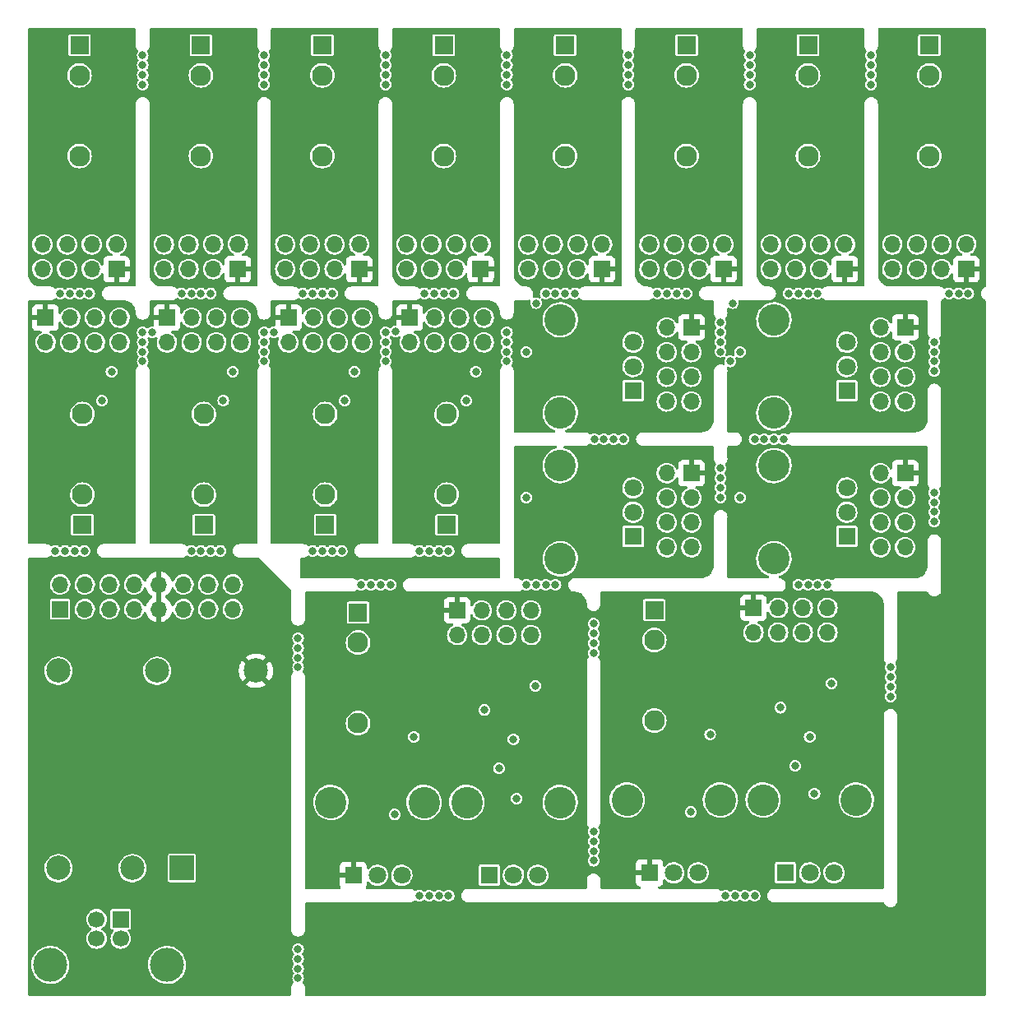
<source format=gbr>
%TF.GenerationSoftware,KiCad,Pcbnew,(6.0.4)*%
%TF.CreationDate,2022-06-03T20:27:28+02:00*%
%TF.ProjectId,vestmannaeyjar-rounded,76657374-6d61-46e6-9e61-65796a61722d,rev?*%
%TF.SameCoordinates,Original*%
%TF.FileFunction,Copper,L2,Inr*%
%TF.FilePolarity,Positive*%
%FSLAX46Y46*%
G04 Gerber Fmt 4.6, Leading zero omitted, Abs format (unit mm)*
G04 Created by KiCad (PCBNEW (6.0.4)) date 2022-06-03 20:27:28*
%MOMM*%
%LPD*%
G01*
G04 APERTURE LIST*
%TA.AperFunction,ComponentPad*%
%ADD10R,2.500000X2.500000*%
%TD*%
%TA.AperFunction,ComponentPad*%
%ADD11C,2.500000*%
%TD*%
%TA.AperFunction,ComponentPad*%
%ADD12R,1.930000X1.830000*%
%TD*%
%TA.AperFunction,ComponentPad*%
%ADD13C,2.130000*%
%TD*%
%TA.AperFunction,ComponentPad*%
%ADD14C,3.240000*%
%TD*%
%TA.AperFunction,ComponentPad*%
%ADD15R,1.800000X1.800000*%
%TD*%
%TA.AperFunction,ComponentPad*%
%ADD16C,1.800000*%
%TD*%
%TA.AperFunction,ComponentPad*%
%ADD17R,1.700000X1.700000*%
%TD*%
%TA.AperFunction,ComponentPad*%
%ADD18O,1.700000X1.700000*%
%TD*%
%TA.AperFunction,ComponentPad*%
%ADD19C,1.700000*%
%TD*%
%TA.AperFunction,ComponentPad*%
%ADD20C,3.500000*%
%TD*%
%TA.AperFunction,ViaPad*%
%ADD21C,0.800000*%
%TD*%
G04 APERTURE END LIST*
D10*
%TO.N,+5V*%
%TO.C,U3*%
X36540000Y-106655000D03*
D11*
%TO.N,GND*%
X34000000Y-86335000D03*
X31460000Y-106655000D03*
%TO.N,+12V*%
X44160000Y-86335000D03*
%TO.N,N/C*%
X23840000Y-106655000D03*
X23840000Y-86335000D03*
%TD*%
D12*
%TO.N,GND*%
%TO.C,J20*%
X38500000Y-21945000D03*
D13*
%TO.N,Net-(J20-PadT)*%
X38500000Y-33345000D03*
%TO.N,GND*%
X38500000Y-25045000D03*
%TD*%
D14*
%TO.N,*%
%TO.C,RV3*%
X51880000Y-99892500D03*
X61480000Y-99892500D03*
D15*
%TO.N,+12V*%
X54180000Y-107392500D03*
D16*
%TO.N,Net-(R5-Pad1)*%
X56680000Y-107392500D03*
%TO.N,-12V*%
X59180000Y-107392500D03*
%TD*%
D12*
%TO.N,GND*%
%TO.C,J2*%
X85180000Y-80084999D03*
D13*
%TO.N,Net-(J2-PadT)*%
X85180000Y-91484999D03*
%TO.N,GND*%
X85180000Y-83184999D03*
%TD*%
D12*
%TO.N,GND*%
%TO.C,J26*%
X26299999Y-71320000D03*
D13*
%TO.N,Net-(J26-PadT)*%
X26299999Y-59920000D03*
%TO.N,GND*%
X26299999Y-68220000D03*
%TD*%
D12*
%TO.N,GND*%
%TO.C,J28*%
X51300000Y-71320000D03*
D13*
%TO.N,Net-(J28-PadT)*%
X51300000Y-59920000D03*
%TO.N,GND*%
X51300000Y-68220000D03*
%TD*%
D12*
%TO.N,GND*%
%TO.C,J11*%
X51000000Y-21945000D03*
D13*
%TO.N,Net-(J11-PadT)*%
X51000000Y-33345000D03*
%TO.N,GND*%
X51000000Y-25045000D03*
%TD*%
D14*
%TO.N,*%
%TO.C,RV8*%
X97490000Y-59820000D03*
X97490000Y-50220000D03*
D15*
%TO.N,VPP*%
X104990000Y-57520000D03*
D16*
%TO.N,Net-(J32-Pad2)*%
X104990000Y-55020000D03*
%TO.N,GND*%
X104990000Y-52520000D03*
%TD*%
D12*
%TO.N,GND*%
%TO.C,J17*%
X88500000Y-21945000D03*
D13*
%TO.N,Net-(J17-PadT)*%
X88500000Y-33345000D03*
%TO.N,GND*%
X88500000Y-25045000D03*
%TD*%
D12*
%TO.N,GND*%
%TO.C,J7*%
X63500000Y-21945000D03*
D13*
%TO.N,Net-(J7-PadT)*%
X63500000Y-33345000D03*
%TO.N,GND*%
X63500000Y-25045000D03*
%TD*%
D14*
%TO.N,*%
%TO.C,RV5*%
X97490000Y-65220000D03*
X97490000Y-74820000D03*
D15*
%TO.N,VPP*%
X104990000Y-72520000D03*
D16*
%TO.N,Net-(J29-Pad2)*%
X104990000Y-70020000D03*
%TO.N,GND*%
X104990000Y-67520000D03*
%TD*%
D12*
%TO.N,GND*%
%TO.C,J4*%
X54680000Y-80337500D03*
D13*
%TO.N,Net-(J4-PadT)*%
X54680000Y-91737500D03*
%TO.N,GND*%
X54680000Y-83437500D03*
%TD*%
D14*
%TO.N,*%
%TO.C,RV6*%
X75490000Y-50220000D03*
X75490000Y-59820000D03*
D15*
%TO.N,VPP*%
X82990000Y-57520000D03*
D16*
%TO.N,Net-(J30-Pad2)*%
X82990000Y-55020000D03*
%TO.N,GND*%
X82990000Y-52520000D03*
%TD*%
D14*
%TO.N,*%
%TO.C,RV7*%
X75490000Y-65220000D03*
X75490000Y-74820000D03*
D15*
%TO.N,VPP*%
X82990000Y-72520000D03*
D16*
%TO.N,Net-(J31-Pad2)*%
X82990000Y-70020000D03*
%TO.N,GND*%
X82990000Y-67520000D03*
%TD*%
D12*
%TO.N,GND*%
%TO.C,J5*%
X76000000Y-21945000D03*
D13*
%TO.N,Net-(J5-PadT)*%
X76000000Y-33345000D03*
%TO.N,GND*%
X76000000Y-25045000D03*
%TD*%
D12*
%TO.N,GND*%
%TO.C,J13*%
X113500000Y-21945000D03*
D13*
%TO.N,Net-(J13-PadT)*%
X113500000Y-33345000D03*
%TO.N,GND*%
X113500000Y-25045000D03*
%TD*%
D14*
%TO.N,*%
%TO.C,RV2*%
X96380000Y-99639999D03*
X105980000Y-99639999D03*
D15*
%TO.N,Net-(R3-Pad1)*%
X98680000Y-107139999D03*
D16*
%TO.N,Net-(J2-PadT)*%
X101180000Y-107139999D03*
X103680000Y-107139999D03*
%TD*%
D12*
%TO.N,GND*%
%TO.C,J22*%
X38799999Y-71320000D03*
D13*
%TO.N,Net-(J22-PadT)*%
X38799999Y-59920000D03*
%TO.N,GND*%
X38799999Y-68220000D03*
%TD*%
D14*
%TO.N,*%
%TO.C,RV4*%
X65880000Y-99892500D03*
X75480000Y-99892500D03*
D15*
%TO.N,Net-(R6-Pad1)*%
X68180000Y-107392500D03*
D16*
%TO.N,Net-(J4-PadT)*%
X70680000Y-107392500D03*
X73180000Y-107392500D03*
%TD*%
D17*
%TO.N,-12V*%
%TO.C,J33*%
X24000000Y-80000000D03*
D18*
X24000000Y-77460000D03*
%TO.N,GND*%
X26540000Y-80000000D03*
X26540000Y-77460000D03*
X29080000Y-80000000D03*
X29080000Y-77460000D03*
X31620000Y-80000000D03*
X31620000Y-77460000D03*
%TO.N,+12V*%
X34160000Y-80000000D03*
X34160000Y-77460000D03*
%TO.N,+5V*%
X36700000Y-80000000D03*
X36700000Y-77460000D03*
%TO.N,unconnected-(J33-Pad13)*%
X39240000Y-80000000D03*
%TO.N,unconnected-(J33-Pad14)*%
X39240000Y-77460000D03*
%TO.N,unconnected-(J33-Pad15)*%
X41780000Y-80000000D03*
%TO.N,unconnected-(J33-Pad16)*%
X41780000Y-77460000D03*
%TD*%
D17*
%TO.N,+5V*%
%TO.C,J37*%
X30250000Y-111917500D03*
D19*
%TO.N,unconnected-(J37-Pad2)*%
X27750000Y-111917500D03*
%TO.N,unconnected-(J37-Pad3)*%
X27750000Y-113917500D03*
%TO.N,GND*%
X30250000Y-113917500D03*
D20*
%TO.N,unconnected-(J37-Pad5)*%
X35020000Y-116627500D03*
X22980000Y-116627500D03*
%TD*%
D12*
%TO.N,GND*%
%TO.C,J24*%
X63799999Y-71320000D03*
D13*
%TO.N,Net-(J24-PadT)*%
X63799999Y-59920000D03*
%TO.N,GND*%
X63799999Y-68220000D03*
%TD*%
D14*
%TO.N,*%
%TO.C,RV1*%
X82380000Y-99639999D03*
X91980000Y-99639999D03*
D15*
%TO.N,+12V*%
X84680000Y-107139999D03*
D16*
%TO.N,Net-(R2-Pad1)*%
X87180000Y-107139999D03*
%TO.N,-12V*%
X89680000Y-107139999D03*
%TD*%
D12*
%TO.N,GND*%
%TO.C,J15*%
X26000000Y-21945000D03*
D13*
%TO.N,Net-(J15-PadT)*%
X26000000Y-33345000D03*
%TO.N,GND*%
X26000000Y-25045000D03*
%TD*%
D12*
%TO.N,GND*%
%TO.C,J9*%
X101000000Y-21945000D03*
D13*
%TO.N,Net-(J9-PadT)*%
X101000000Y-33345000D03*
%TO.N,GND*%
X101000000Y-25045000D03*
%TD*%
D17*
%TO.N,+12V*%
%TO.C,J31*%
X89000000Y-66000000D03*
D18*
%TO.N,Net-(J31-Pad2)*%
X86460000Y-66000000D03*
%TO.N,+5V*%
X89000000Y-68540000D03*
%TO.N,Net-(D19-Pad4)*%
X86460000Y-68540000D03*
%TO.N,VPP*%
X89000000Y-71080000D03*
%TO.N,Net-(D19-Pad2)*%
X86460000Y-71080000D03*
%TO.N,-12V*%
X89000000Y-73620000D03*
%TO.N,GND*%
X86460000Y-73620000D03*
%TD*%
D17*
%TO.N,+12V*%
%TO.C,J14*%
X117300000Y-45000000D03*
D18*
%TO.N,Net-(D10-Pad1)*%
X117300000Y-42460000D03*
%TO.N,+5V*%
X114760000Y-45000000D03*
%TO.N,unconnected-(J14-Pad4)*%
X114760000Y-42460000D03*
%TO.N,VPP*%
X112220000Y-45000000D03*
%TO.N,unconnected-(J14-Pad6)*%
X112220000Y-42460000D03*
%TO.N,-12V*%
X109680000Y-45000000D03*
%TO.N,GND*%
X109680000Y-42460000D03*
%TD*%
D17*
%TO.N,+12V*%
%TO.C,J25*%
X22500000Y-50000000D03*
D18*
%TO.N,Net-(J25-Pad2)*%
X22500000Y-52540000D03*
%TO.N,+5V*%
X25040000Y-50000000D03*
%TO.N,unconnected-(J25-Pad4)*%
X25040000Y-52540000D03*
%TO.N,VPP*%
X27580000Y-50000000D03*
%TO.N,unconnected-(J25-Pad6)*%
X27580000Y-52540000D03*
%TO.N,-12V*%
X30120000Y-50000000D03*
%TO.N,GND*%
X30120000Y-52540000D03*
%TD*%
D17*
%TO.N,+12V*%
%TO.C,J16*%
X29800000Y-45000000D03*
D18*
%TO.N,Net-(D11-Pad2)*%
X29800000Y-42460000D03*
%TO.N,+5V*%
X27260000Y-45000000D03*
%TO.N,unconnected-(J16-Pad4)*%
X27260000Y-42460000D03*
%TO.N,VPP*%
X24720000Y-45000000D03*
%TO.N,unconnected-(J16-Pad6)*%
X24720000Y-42460000D03*
%TO.N,-12V*%
X22180000Y-45000000D03*
%TO.N,GND*%
X22180000Y-42460000D03*
%TD*%
D17*
%TO.N,+12V*%
%TO.C,J18*%
X35000000Y-50000000D03*
D18*
%TO.N,Net-(J18-Pad2)*%
X35000000Y-52540000D03*
%TO.N,+5V*%
X37540000Y-50000000D03*
%TO.N,unconnected-(J18-Pad4)*%
X37540000Y-52540000D03*
%TO.N,VPP*%
X40080000Y-50000000D03*
%TO.N,unconnected-(J18-Pad6)*%
X40080000Y-52540000D03*
%TO.N,-12V*%
X42620000Y-50000000D03*
%TO.N,GND*%
X42620000Y-52540000D03*
%TD*%
D17*
%TO.N,+12V*%
%TO.C,J12*%
X54800000Y-45000000D03*
D18*
%TO.N,Net-(D7-Pad2)*%
X54800000Y-42460000D03*
%TO.N,+5V*%
X52260000Y-45000000D03*
%TO.N,unconnected-(J12-Pad4)*%
X52260000Y-42460000D03*
%TO.N,VPP*%
X49720000Y-45000000D03*
%TO.N,unconnected-(J12-Pad6)*%
X49720000Y-42460000D03*
%TO.N,-12V*%
X47180000Y-45000000D03*
%TO.N,GND*%
X47180000Y-42460000D03*
%TD*%
D17*
%TO.N,+12V*%
%TO.C,J19*%
X92300000Y-45000000D03*
D18*
%TO.N,Net-(D13-Pad2)*%
X92300000Y-42460000D03*
%TO.N,+5V*%
X89760000Y-45000000D03*
%TO.N,unconnected-(J19-Pad4)*%
X89760000Y-42460000D03*
%TO.N,VPP*%
X87220000Y-45000000D03*
%TO.N,unconnected-(J19-Pad6)*%
X87220000Y-42460000D03*
%TO.N,-12V*%
X84680000Y-45000000D03*
%TO.N,GND*%
X84680000Y-42460000D03*
%TD*%
D17*
%TO.N,+12V*%
%TO.C,J1*%
X95380000Y-79864999D03*
D18*
%TO.N,Net-(J1-Pad2)*%
X95380000Y-82404999D03*
%TO.N,+5V*%
X97920000Y-79864999D03*
%TO.N,Net-(D21-Pad4)*%
X97920000Y-82404999D03*
%TO.N,VPP*%
X100460000Y-79864999D03*
%TO.N,Net-(D22-Pad2)*%
X100460000Y-82404999D03*
%TO.N,-12V*%
X103000000Y-79864999D03*
%TO.N,GND*%
X103000000Y-82404999D03*
%TD*%
D17*
%TO.N,+12V*%
%TO.C,J30*%
X89000000Y-51000000D03*
D18*
%TO.N,Net-(J30-Pad2)*%
X86460000Y-51000000D03*
%TO.N,+5V*%
X89000000Y-53540000D03*
%TO.N,Net-(D18-Pad4)*%
X86460000Y-53540000D03*
%TO.N,VPP*%
X89000000Y-56080000D03*
%TO.N,Net-(D18-Pad2)*%
X86460000Y-56080000D03*
%TO.N,-12V*%
X89000000Y-58620000D03*
%TO.N,GND*%
X86460000Y-58620000D03*
%TD*%
D17*
%TO.N,+12V*%
%TO.C,J6*%
X79800000Y-45000000D03*
D18*
%TO.N,Net-(D1-Pad2)*%
X79800000Y-42460000D03*
%TO.N,+5V*%
X77260000Y-45000000D03*
%TO.N,unconnected-(J6-Pad4)*%
X77260000Y-42460000D03*
%TO.N,VPP*%
X74720000Y-45000000D03*
%TO.N,unconnected-(J6-Pad6)*%
X74720000Y-42460000D03*
%TO.N,-12V*%
X72180000Y-45000000D03*
%TO.N,GND*%
X72180000Y-42460000D03*
%TD*%
D17*
%TO.N,+12V*%
%TO.C,J3*%
X64880000Y-80117500D03*
D18*
%TO.N,Net-(J3-Pad2)*%
X64880000Y-82657500D03*
%TO.N,+5V*%
X67420000Y-80117500D03*
%TO.N,Net-(D23-Pad4)*%
X67420000Y-82657500D03*
%TO.N,VPP*%
X69960000Y-80117500D03*
%TO.N,Net-(D24-Pad2)*%
X69960000Y-82657500D03*
%TO.N,-12V*%
X72500000Y-80117500D03*
%TO.N,GND*%
X72500000Y-82657500D03*
%TD*%
D17*
%TO.N,+12V*%
%TO.C,J10*%
X104800000Y-45000000D03*
D18*
%TO.N,Net-(D5-Pad2)*%
X104800000Y-42460000D03*
%TO.N,+5V*%
X102260000Y-45000000D03*
%TO.N,unconnected-(J10-Pad4)*%
X102260000Y-42460000D03*
%TO.N,VPP*%
X99720000Y-45000000D03*
%TO.N,unconnected-(J10-Pad6)*%
X99720000Y-42460000D03*
%TO.N,-12V*%
X97180000Y-45000000D03*
%TO.N,GND*%
X97180000Y-42460000D03*
%TD*%
D17*
%TO.N,+12V*%
%TO.C,J32*%
X111000000Y-51000000D03*
D18*
%TO.N,Net-(J32-Pad2)*%
X108460000Y-51000000D03*
%TO.N,+5V*%
X111000000Y-53540000D03*
%TO.N,Net-(D20-Pad4)*%
X108460000Y-53540000D03*
%TO.N,VPP*%
X111000000Y-56080000D03*
%TO.N,Net-(D20-Pad2)*%
X108460000Y-56080000D03*
%TO.N,-12V*%
X111000000Y-58620000D03*
%TO.N,GND*%
X108460000Y-58620000D03*
%TD*%
D17*
%TO.N,+12V*%
%TO.C,J21*%
X42300000Y-45000000D03*
D18*
%TO.N,Net-(D15-Pad2)*%
X42300000Y-42460000D03*
%TO.N,+5V*%
X39760000Y-45000000D03*
%TO.N,unconnected-(J21-Pad4)*%
X39760000Y-42460000D03*
%TO.N,VPP*%
X37220000Y-45000000D03*
%TO.N,unconnected-(J21-Pad6)*%
X37220000Y-42460000D03*
%TO.N,-12V*%
X34680000Y-45000000D03*
%TO.N,GND*%
X34680000Y-42460000D03*
%TD*%
D17*
%TO.N,+12V*%
%TO.C,J23*%
X60000000Y-50000000D03*
D18*
%TO.N,Net-(J23-Pad2)*%
X60000000Y-52540000D03*
%TO.N,+5V*%
X62540000Y-50000000D03*
%TO.N,unconnected-(J23-Pad4)*%
X62540000Y-52540000D03*
%TO.N,VPP*%
X65080000Y-50000000D03*
%TO.N,unconnected-(J23-Pad6)*%
X65080000Y-52540000D03*
%TO.N,-12V*%
X67620000Y-50000000D03*
%TO.N,GND*%
X67620000Y-52540000D03*
%TD*%
D17*
%TO.N,+12V*%
%TO.C,J29*%
X111000000Y-66000000D03*
D18*
%TO.N,Net-(J29-Pad2)*%
X108460000Y-66000000D03*
%TO.N,+5V*%
X111000000Y-68540000D03*
%TO.N,Net-(D17-Pad4)*%
X108460000Y-68540000D03*
%TO.N,VPP*%
X111000000Y-71080000D03*
%TO.N,Net-(D17-Pad2)*%
X108460000Y-71080000D03*
%TO.N,-12V*%
X111000000Y-73620000D03*
%TO.N,GND*%
X108460000Y-73620000D03*
%TD*%
D17*
%TO.N,+12V*%
%TO.C,J8*%
X67300000Y-45000000D03*
D18*
%TO.N,Net-(D3-Pad2)*%
X67300000Y-42460000D03*
%TO.N,+5V*%
X64760000Y-45000000D03*
%TO.N,unconnected-(J8-Pad4)*%
X64760000Y-42460000D03*
%TO.N,VPP*%
X62220000Y-45000000D03*
%TO.N,unconnected-(J8-Pad6)*%
X62220000Y-42460000D03*
%TO.N,-12V*%
X59680000Y-45000000D03*
%TO.N,GND*%
X59680000Y-42460000D03*
%TD*%
D17*
%TO.N,+12V*%
%TO.C,J27*%
X47500001Y-50000000D03*
D18*
%TO.N,Net-(J27-Pad2)*%
X47500001Y-52540000D03*
%TO.N,+5V*%
X50040001Y-50000000D03*
%TO.N,unconnected-(J27-Pad4)*%
X50040001Y-52540000D03*
%TO.N,VPP*%
X52580001Y-50000000D03*
%TO.N,unconnected-(J27-Pad6)*%
X52580001Y-52540000D03*
%TO.N,-12V*%
X55120001Y-50000000D03*
%TO.N,GND*%
X55120001Y-52540000D03*
%TD*%
D21*
%TO.N,+12V*%
X102930000Y-90640000D03*
X100430000Y-87640000D03*
X69930000Y-87892500D03*
X72430000Y-90892500D03*
%TO.N,-12V*%
X72930000Y-87892500D03*
X70680000Y-93392500D03*
X103430000Y-87640000D03*
X101180000Y-93140000D03*
%TO.N,+5V*%
X66800000Y-55540000D03*
X29300000Y-55540000D03*
X41800000Y-55540000D03*
X54300000Y-55540000D03*
%TO.N,GND*%
X48500000Y-116995000D03*
X48500000Y-84995000D03*
X95500000Y-109495000D03*
X114000000Y-54495000D03*
X64000000Y-109495000D03*
X65800000Y-58540000D03*
X45000000Y-54495000D03*
X48500000Y-82995000D03*
X78930000Y-81495000D03*
X82000000Y-62495000D03*
X107500000Y-23995000D03*
X96500000Y-62495000D03*
X92000000Y-65495000D03*
X61000000Y-109495000D03*
X95000000Y-24995000D03*
X26500000Y-73995000D03*
X100000000Y-77495000D03*
X32500000Y-51495000D03*
X58000000Y-77495000D03*
X45000000Y-53495000D03*
X63500000Y-47495000D03*
X57500000Y-23995000D03*
X77000000Y-47495000D03*
X114000000Y-52495000D03*
X109500000Y-88995000D03*
X82500000Y-22995000D03*
X63000000Y-109495000D03*
X73000000Y-77495000D03*
X48500000Y-85995000D03*
X50000000Y-73995000D03*
X114000000Y-67995000D03*
X78930000Y-104895000D03*
X109500000Y-85995000D03*
X93990000Y-53520000D03*
X92000000Y-66495000D03*
X92000000Y-68495000D03*
X109500000Y-87995000D03*
X81000000Y-62495000D03*
X101000000Y-47495000D03*
X70000000Y-54495000D03*
X40800000Y-58540000D03*
X102000000Y-47495000D03*
X32500000Y-53495000D03*
X76000000Y-47495000D03*
X51000000Y-73995000D03*
X24500000Y-73995000D03*
X62000000Y-109495000D03*
X38500000Y-73995000D03*
X61500000Y-47495000D03*
X93990000Y-68520000D03*
X45000000Y-51495000D03*
X107500000Y-25995000D03*
X25500000Y-73995000D03*
X107500000Y-24995000D03*
X53300000Y-58540000D03*
X48500000Y-83995000D03*
X114000000Y-55495000D03*
X92000000Y-52495000D03*
X114000000Y-68995000D03*
X80000000Y-62495000D03*
X64000000Y-73995000D03*
X64500000Y-47495000D03*
X37500000Y-73995000D03*
X70000000Y-24995000D03*
X70000000Y-23995000D03*
X26000000Y-47495000D03*
X87500000Y-47495000D03*
X57500000Y-24995000D03*
X51000000Y-47495000D03*
X52000000Y-73995000D03*
X86500000Y-47495000D03*
X70000000Y-22995000D03*
X57500000Y-25995000D03*
X70000000Y-51495000D03*
X32500000Y-52495000D03*
X92000000Y-67495000D03*
X92000000Y-50495000D03*
X50000000Y-47495000D03*
X45000000Y-24995000D03*
X97500000Y-62495000D03*
X72000000Y-77495000D03*
X57500000Y-22995000D03*
X109500000Y-86995000D03*
X78930000Y-103895000D03*
X82500000Y-23995000D03*
X78930000Y-102895000D03*
X39500000Y-47495000D03*
X61000000Y-73995000D03*
X71990000Y-53520000D03*
X45000000Y-25995000D03*
X92000000Y-51495000D03*
X74000000Y-47495000D03*
X75000000Y-77495000D03*
X62500000Y-47495000D03*
X115500000Y-47495000D03*
X92500000Y-109495000D03*
X85500000Y-47495000D03*
X32500000Y-22995000D03*
X94500000Y-109495000D03*
X45000000Y-23995000D03*
X75000000Y-47495000D03*
X98500000Y-62495000D03*
X52000000Y-47495000D03*
X99000000Y-47495000D03*
X74000000Y-77495000D03*
X79000000Y-62495000D03*
X57500000Y-53495000D03*
X95500000Y-62495000D03*
X114000000Y-53495000D03*
X107500000Y-22995000D03*
X116500000Y-47495000D03*
X92000000Y-53495000D03*
X62000000Y-73995000D03*
X39500000Y-73995000D03*
X56000000Y-77495000D03*
X78930000Y-82495000D03*
X48500000Y-114995000D03*
X40500000Y-73995000D03*
X28300000Y-58540000D03*
X38500000Y-47495000D03*
X45000000Y-22995000D03*
X27000000Y-47495000D03*
X71990000Y-68520000D03*
X63000000Y-73995000D03*
X78930000Y-84495000D03*
X48500000Y-117995000D03*
X78930000Y-105895000D03*
X101000000Y-77495000D03*
X117500000Y-47495000D03*
X37500000Y-47495000D03*
X95000000Y-25995000D03*
X103000000Y-77495000D03*
X57500000Y-54495000D03*
X23500000Y-73995000D03*
X57500000Y-52495000D03*
X93500000Y-109495000D03*
X32500000Y-25995000D03*
X32500000Y-24995000D03*
X53000000Y-73995000D03*
X78930000Y-83495000D03*
X100000000Y-47495000D03*
X88500000Y-47495000D03*
X95000000Y-23995000D03*
X45000000Y-52495000D03*
X55000000Y-77495000D03*
X114000000Y-69995000D03*
X70000000Y-52495000D03*
X114000000Y-70995000D03*
X70000000Y-53495000D03*
X102000000Y-77495000D03*
X82500000Y-24995000D03*
X32500000Y-23995000D03*
X48500000Y-115995000D03*
X24000000Y-47495000D03*
X25000000Y-47495000D03*
X36500000Y-47495000D03*
X95000000Y-22995000D03*
X82500000Y-25995000D03*
X49000000Y-47495000D03*
X32500000Y-54495000D03*
X57000000Y-77495000D03*
X70000000Y-25995000D03*
X57500000Y-51495000D03*
%TO.N,Net-(D21-Pad4)*%
X88930000Y-100890000D03*
%TO.N,Net-(D22-Pad2)*%
X99680000Y-96140000D03*
%TO.N,Net-(R2-Pad1)*%
X90930000Y-92890000D03*
%TO.N,Net-(R3-Pad1)*%
X98180000Y-90140000D03*
%TO.N,Net-(R5-Pad1)*%
X60430000Y-93142500D03*
%TO.N,Net-(R6-Pad1)*%
X67680000Y-90392500D03*
%TO.N,VPP*%
X73000000Y-48495000D03*
X71000000Y-99495000D03*
X58537500Y-51415000D03*
X101669511Y-98995000D03*
X33500000Y-51495000D03*
X93000000Y-54495000D03*
X46000000Y-51495000D03*
X93250000Y-48495000D03*
%TO.N,Net-(D23-Pad4)*%
X58430000Y-101142500D03*
%TO.N,Net-(D24-Pad2)*%
X69180000Y-96392500D03*
%TD*%
%TA.AperFunction,Conductor*%
%TO.N,+12V*%
G36*
X31741621Y-20215502D02*
G01*
X31788114Y-20269158D01*
X31799500Y-20321500D01*
X31799500Y-21957920D01*
X31797534Y-21975245D01*
X31797524Y-21980812D01*
X31794344Y-21994641D01*
X31795705Y-22000658D01*
X31812742Y-22151862D01*
X31864878Y-22300859D01*
X31948862Y-22434518D01*
X31997640Y-22483296D01*
X32031666Y-22545608D01*
X32026601Y-22616423D01*
X32008508Y-22649095D01*
X31975464Y-22692159D01*
X31914956Y-22838238D01*
X31894318Y-22995000D01*
X31914956Y-23151762D01*
X31975464Y-23297841D01*
X31980491Y-23304392D01*
X32067892Y-23418296D01*
X32093492Y-23484517D01*
X32079227Y-23554065D01*
X32067892Y-23571704D01*
X31975464Y-23692159D01*
X31914956Y-23838238D01*
X31894318Y-23995000D01*
X31914956Y-24151762D01*
X31975464Y-24297841D01*
X31980491Y-24304392D01*
X32067892Y-24418296D01*
X32093492Y-24484517D01*
X32079227Y-24554065D01*
X32067892Y-24571704D01*
X31975464Y-24692159D01*
X31914956Y-24838238D01*
X31894318Y-24995000D01*
X31914956Y-25151762D01*
X31975464Y-25297841D01*
X31980491Y-25304392D01*
X32067892Y-25418296D01*
X32093492Y-25484517D01*
X32079227Y-25554065D01*
X32067892Y-25571704D01*
X31975464Y-25692159D01*
X31914956Y-25838238D01*
X31894318Y-25995000D01*
X31914956Y-26151762D01*
X31975464Y-26297841D01*
X32071718Y-26423282D01*
X32197159Y-26519536D01*
X32343238Y-26580044D01*
X32500000Y-26600682D01*
X32508188Y-26599604D01*
X32648574Y-26581122D01*
X32656762Y-26580044D01*
X32802841Y-26519536D01*
X32928282Y-26423282D01*
X33024536Y-26297841D01*
X33085044Y-26151762D01*
X33105682Y-25995000D01*
X33085044Y-25838238D01*
X33024536Y-25692159D01*
X32932108Y-25571704D01*
X32906508Y-25505483D01*
X32920773Y-25435935D01*
X32932108Y-25418296D01*
X33019509Y-25304392D01*
X33024536Y-25297841D01*
X33085044Y-25151762D01*
X33099099Y-25045000D01*
X37229666Y-25045000D01*
X37248965Y-25265591D01*
X37250388Y-25270901D01*
X37250388Y-25270902D01*
X37291219Y-25423282D01*
X37306277Y-25479480D01*
X37399858Y-25680167D01*
X37403007Y-25684665D01*
X37403011Y-25684671D01*
X37505199Y-25830609D01*
X37526868Y-25861555D01*
X37683445Y-26018132D01*
X37687954Y-26021289D01*
X37687956Y-26021291D01*
X37860329Y-26141989D01*
X37860335Y-26141993D01*
X37864833Y-26145142D01*
X38065520Y-26238723D01*
X38070824Y-26240144D01*
X38070829Y-26240146D01*
X38274098Y-26294612D01*
X38279409Y-26296035D01*
X38500000Y-26315334D01*
X38720591Y-26296035D01*
X38725902Y-26294612D01*
X38929171Y-26240146D01*
X38929176Y-26240144D01*
X38934480Y-26238723D01*
X39135167Y-26145142D01*
X39139665Y-26141993D01*
X39139671Y-26141989D01*
X39312044Y-26021291D01*
X39312046Y-26021289D01*
X39316555Y-26018132D01*
X39473132Y-25861555D01*
X39494801Y-25830609D01*
X39596989Y-25684671D01*
X39596993Y-25684665D01*
X39600142Y-25680167D01*
X39693723Y-25479480D01*
X39708782Y-25423282D01*
X39749612Y-25270902D01*
X39749612Y-25270901D01*
X39751035Y-25265591D01*
X39770334Y-25045000D01*
X39751035Y-24824409D01*
X39717643Y-24699789D01*
X39695146Y-24615829D01*
X39695144Y-24615824D01*
X39693723Y-24610520D01*
X39600142Y-24409833D01*
X39596993Y-24405335D01*
X39596989Y-24405329D01*
X39476291Y-24232956D01*
X39476289Y-24232954D01*
X39473132Y-24228445D01*
X39316555Y-24071868D01*
X39312044Y-24068709D01*
X39139671Y-23948011D01*
X39139665Y-23948007D01*
X39135167Y-23944858D01*
X38934480Y-23851277D01*
X38929176Y-23849856D01*
X38929171Y-23849854D01*
X38725902Y-23795388D01*
X38725901Y-23795388D01*
X38720591Y-23793965D01*
X38500000Y-23774666D01*
X38279409Y-23793965D01*
X38274099Y-23795388D01*
X38274098Y-23795388D01*
X38070829Y-23849854D01*
X38070824Y-23849856D01*
X38065520Y-23851277D01*
X37864833Y-23944858D01*
X37860335Y-23948007D01*
X37860329Y-23948011D01*
X37687956Y-24068709D01*
X37683445Y-24071868D01*
X37526868Y-24228445D01*
X37523711Y-24232954D01*
X37523709Y-24232956D01*
X37403011Y-24405329D01*
X37403007Y-24405335D01*
X37399858Y-24409833D01*
X37306277Y-24610520D01*
X37304856Y-24615824D01*
X37304854Y-24615829D01*
X37282357Y-24699789D01*
X37248965Y-24824409D01*
X37229666Y-25045000D01*
X33099099Y-25045000D01*
X33105682Y-24995000D01*
X33085044Y-24838238D01*
X33024536Y-24692159D01*
X32932108Y-24571704D01*
X32906508Y-24505483D01*
X32920773Y-24435935D01*
X32932108Y-24418296D01*
X33019509Y-24304392D01*
X33024536Y-24297841D01*
X33085044Y-24151762D01*
X33105682Y-23995000D01*
X33085044Y-23838238D01*
X33024536Y-23692159D01*
X32932108Y-23571704D01*
X32906508Y-23505483D01*
X32920773Y-23435935D01*
X32932108Y-23418296D01*
X33019509Y-23304392D01*
X33024536Y-23297841D01*
X33085044Y-23151762D01*
X33105682Y-22995000D01*
X33090509Y-22879748D01*
X37334500Y-22879748D01*
X37346133Y-22938231D01*
X37390448Y-23004552D01*
X37456769Y-23048867D01*
X37468938Y-23051288D01*
X37468939Y-23051288D01*
X37509184Y-23059293D01*
X37515252Y-23060500D01*
X39484748Y-23060500D01*
X39490816Y-23059293D01*
X39531061Y-23051288D01*
X39531062Y-23051288D01*
X39543231Y-23048867D01*
X39609552Y-23004552D01*
X39653867Y-22938231D01*
X39665500Y-22879748D01*
X39665500Y-21010252D01*
X39653867Y-20951769D01*
X39609552Y-20885448D01*
X39543231Y-20841133D01*
X39531062Y-20838712D01*
X39531061Y-20838712D01*
X39490816Y-20830707D01*
X39484748Y-20829500D01*
X37515252Y-20829500D01*
X37509184Y-20830707D01*
X37468939Y-20838712D01*
X37468938Y-20838712D01*
X37456769Y-20841133D01*
X37390448Y-20885448D01*
X37346133Y-20951769D01*
X37334500Y-21010252D01*
X37334500Y-22879748D01*
X33090509Y-22879748D01*
X33085044Y-22838238D01*
X33024536Y-22692159D01*
X32991492Y-22649095D01*
X32965892Y-22582874D01*
X32980157Y-22513326D01*
X33002360Y-22483296D01*
X33051138Y-22434518D01*
X33135122Y-22300859D01*
X33187258Y-22151862D01*
X33204091Y-22002466D01*
X33204130Y-22002470D01*
X33204118Y-22002348D01*
X33205655Y-21995718D01*
X33205656Y-21995000D01*
X33203654Y-21986225D01*
X33200500Y-21958210D01*
X33200500Y-20321500D01*
X33220502Y-20253379D01*
X33274158Y-20206886D01*
X33326500Y-20195500D01*
X44173500Y-20195500D01*
X44241621Y-20215502D01*
X44288114Y-20269158D01*
X44299500Y-20321500D01*
X44299500Y-21957920D01*
X44297534Y-21975245D01*
X44297524Y-21980812D01*
X44294344Y-21994641D01*
X44295705Y-22000658D01*
X44312742Y-22151862D01*
X44364878Y-22300859D01*
X44448862Y-22434518D01*
X44497640Y-22483296D01*
X44531666Y-22545608D01*
X44526601Y-22616423D01*
X44508508Y-22649095D01*
X44475464Y-22692159D01*
X44414956Y-22838238D01*
X44394318Y-22995000D01*
X44414956Y-23151762D01*
X44475464Y-23297841D01*
X44480491Y-23304392D01*
X44567892Y-23418296D01*
X44593492Y-23484517D01*
X44579227Y-23554065D01*
X44567892Y-23571704D01*
X44475464Y-23692159D01*
X44414956Y-23838238D01*
X44394318Y-23995000D01*
X44414956Y-24151762D01*
X44475464Y-24297841D01*
X44480491Y-24304392D01*
X44567892Y-24418296D01*
X44593492Y-24484517D01*
X44579227Y-24554065D01*
X44567892Y-24571704D01*
X44475464Y-24692159D01*
X44414956Y-24838238D01*
X44394318Y-24995000D01*
X44414956Y-25151762D01*
X44475464Y-25297841D01*
X44480491Y-25304392D01*
X44567892Y-25418296D01*
X44593492Y-25484517D01*
X44579227Y-25554065D01*
X44567892Y-25571704D01*
X44475464Y-25692159D01*
X44414956Y-25838238D01*
X44394318Y-25995000D01*
X44414956Y-26151762D01*
X44475464Y-26297841D01*
X44571718Y-26423282D01*
X44697159Y-26519536D01*
X44843238Y-26580044D01*
X45000000Y-26600682D01*
X45008188Y-26599604D01*
X45148574Y-26581122D01*
X45156762Y-26580044D01*
X45302841Y-26519536D01*
X45428282Y-26423282D01*
X45524536Y-26297841D01*
X45585044Y-26151762D01*
X45605682Y-25995000D01*
X45585044Y-25838238D01*
X45524536Y-25692159D01*
X45432108Y-25571704D01*
X45406508Y-25505483D01*
X45420773Y-25435935D01*
X45432108Y-25418296D01*
X45519509Y-25304392D01*
X45524536Y-25297841D01*
X45585044Y-25151762D01*
X45599099Y-25045000D01*
X49729666Y-25045000D01*
X49748965Y-25265591D01*
X49750388Y-25270901D01*
X49750388Y-25270902D01*
X49791219Y-25423282D01*
X49806277Y-25479480D01*
X49899858Y-25680167D01*
X49903007Y-25684665D01*
X49903011Y-25684671D01*
X50005199Y-25830609D01*
X50026868Y-25861555D01*
X50183445Y-26018132D01*
X50187954Y-26021289D01*
X50187956Y-26021291D01*
X50360329Y-26141989D01*
X50360335Y-26141993D01*
X50364833Y-26145142D01*
X50565520Y-26238723D01*
X50570824Y-26240144D01*
X50570829Y-26240146D01*
X50774098Y-26294612D01*
X50779409Y-26296035D01*
X51000000Y-26315334D01*
X51220591Y-26296035D01*
X51225902Y-26294612D01*
X51429171Y-26240146D01*
X51429176Y-26240144D01*
X51434480Y-26238723D01*
X51635167Y-26145142D01*
X51639665Y-26141993D01*
X51639671Y-26141989D01*
X51812044Y-26021291D01*
X51812046Y-26021289D01*
X51816555Y-26018132D01*
X51973132Y-25861555D01*
X51994801Y-25830609D01*
X52096989Y-25684671D01*
X52096993Y-25684665D01*
X52100142Y-25680167D01*
X52193723Y-25479480D01*
X52208782Y-25423282D01*
X52249612Y-25270902D01*
X52249612Y-25270901D01*
X52251035Y-25265591D01*
X52270334Y-25045000D01*
X52251035Y-24824409D01*
X52217643Y-24699789D01*
X52195146Y-24615829D01*
X52195144Y-24615824D01*
X52193723Y-24610520D01*
X52100142Y-24409833D01*
X52096993Y-24405335D01*
X52096989Y-24405329D01*
X51976291Y-24232956D01*
X51976289Y-24232954D01*
X51973132Y-24228445D01*
X51816555Y-24071868D01*
X51812044Y-24068709D01*
X51639671Y-23948011D01*
X51639665Y-23948007D01*
X51635167Y-23944858D01*
X51434480Y-23851277D01*
X51429176Y-23849856D01*
X51429171Y-23849854D01*
X51225902Y-23795388D01*
X51225901Y-23795388D01*
X51220591Y-23793965D01*
X51000000Y-23774666D01*
X50779409Y-23793965D01*
X50774099Y-23795388D01*
X50774098Y-23795388D01*
X50570829Y-23849854D01*
X50570824Y-23849856D01*
X50565520Y-23851277D01*
X50364833Y-23944858D01*
X50360335Y-23948007D01*
X50360329Y-23948011D01*
X50187956Y-24068709D01*
X50183445Y-24071868D01*
X50026868Y-24228445D01*
X50023711Y-24232954D01*
X50023709Y-24232956D01*
X49903011Y-24405329D01*
X49903007Y-24405335D01*
X49899858Y-24409833D01*
X49806277Y-24610520D01*
X49804856Y-24615824D01*
X49804854Y-24615829D01*
X49782357Y-24699789D01*
X49748965Y-24824409D01*
X49729666Y-25045000D01*
X45599099Y-25045000D01*
X45605682Y-24995000D01*
X45585044Y-24838238D01*
X45524536Y-24692159D01*
X45432108Y-24571704D01*
X45406508Y-24505483D01*
X45420773Y-24435935D01*
X45432108Y-24418296D01*
X45519509Y-24304392D01*
X45524536Y-24297841D01*
X45585044Y-24151762D01*
X45605682Y-23995000D01*
X45585044Y-23838238D01*
X45524536Y-23692159D01*
X45432108Y-23571704D01*
X45406508Y-23505483D01*
X45420773Y-23435935D01*
X45432108Y-23418296D01*
X45519509Y-23304392D01*
X45524536Y-23297841D01*
X45585044Y-23151762D01*
X45605682Y-22995000D01*
X45590509Y-22879748D01*
X49834500Y-22879748D01*
X49846133Y-22938231D01*
X49890448Y-23004552D01*
X49956769Y-23048867D01*
X49968938Y-23051288D01*
X49968939Y-23051288D01*
X50009184Y-23059293D01*
X50015252Y-23060500D01*
X51984748Y-23060500D01*
X51990816Y-23059293D01*
X52031061Y-23051288D01*
X52031062Y-23051288D01*
X52043231Y-23048867D01*
X52109552Y-23004552D01*
X52153867Y-22938231D01*
X52165500Y-22879748D01*
X52165500Y-21010252D01*
X52153867Y-20951769D01*
X52109552Y-20885448D01*
X52043231Y-20841133D01*
X52031062Y-20838712D01*
X52031061Y-20838712D01*
X51990816Y-20830707D01*
X51984748Y-20829500D01*
X50015252Y-20829500D01*
X50009184Y-20830707D01*
X49968939Y-20838712D01*
X49968938Y-20838712D01*
X49956769Y-20841133D01*
X49890448Y-20885448D01*
X49846133Y-20951769D01*
X49834500Y-21010252D01*
X49834500Y-22879748D01*
X45590509Y-22879748D01*
X45585044Y-22838238D01*
X45524536Y-22692159D01*
X45491492Y-22649095D01*
X45465892Y-22582874D01*
X45480157Y-22513326D01*
X45502360Y-22483296D01*
X45551138Y-22434518D01*
X45635122Y-22300859D01*
X45687258Y-22151862D01*
X45704091Y-22002466D01*
X45704130Y-22002470D01*
X45704118Y-22002348D01*
X45705655Y-21995718D01*
X45705656Y-21995000D01*
X45703654Y-21986225D01*
X45700500Y-21958210D01*
X45700500Y-20321500D01*
X45720502Y-20253379D01*
X45774158Y-20206886D01*
X45826500Y-20195500D01*
X56673500Y-20195500D01*
X56741621Y-20215502D01*
X56788114Y-20269158D01*
X56799500Y-20321500D01*
X56799500Y-21957920D01*
X56797534Y-21975245D01*
X56797524Y-21980812D01*
X56794344Y-21994641D01*
X56795705Y-22000658D01*
X56812742Y-22151862D01*
X56864878Y-22300859D01*
X56948862Y-22434518D01*
X56997640Y-22483296D01*
X57031666Y-22545608D01*
X57026601Y-22616423D01*
X57008508Y-22649095D01*
X56975464Y-22692159D01*
X56914956Y-22838238D01*
X56894318Y-22995000D01*
X56914956Y-23151762D01*
X56975464Y-23297841D01*
X56980491Y-23304392D01*
X57067892Y-23418296D01*
X57093492Y-23484517D01*
X57079227Y-23554065D01*
X57067892Y-23571704D01*
X56975464Y-23692159D01*
X56914956Y-23838238D01*
X56894318Y-23995000D01*
X56914956Y-24151762D01*
X56975464Y-24297841D01*
X56980491Y-24304392D01*
X57067892Y-24418296D01*
X57093492Y-24484517D01*
X57079227Y-24554065D01*
X57067892Y-24571704D01*
X56975464Y-24692159D01*
X56914956Y-24838238D01*
X56894318Y-24995000D01*
X56914956Y-25151762D01*
X56975464Y-25297841D01*
X56980491Y-25304392D01*
X57067892Y-25418296D01*
X57093492Y-25484517D01*
X57079227Y-25554065D01*
X57067892Y-25571704D01*
X56975464Y-25692159D01*
X56914956Y-25838238D01*
X56894318Y-25995000D01*
X56914956Y-26151762D01*
X56975464Y-26297841D01*
X57071718Y-26423282D01*
X57197159Y-26519536D01*
X57343238Y-26580044D01*
X57500000Y-26600682D01*
X57508188Y-26599604D01*
X57648574Y-26581122D01*
X57656762Y-26580044D01*
X57802841Y-26519536D01*
X57928282Y-26423282D01*
X58024536Y-26297841D01*
X58085044Y-26151762D01*
X58105682Y-25995000D01*
X58085044Y-25838238D01*
X58024536Y-25692159D01*
X57932108Y-25571704D01*
X57906508Y-25505483D01*
X57920773Y-25435935D01*
X57932108Y-25418296D01*
X58019509Y-25304392D01*
X58024536Y-25297841D01*
X58085044Y-25151762D01*
X58099099Y-25045000D01*
X62229666Y-25045000D01*
X62248965Y-25265591D01*
X62250388Y-25270901D01*
X62250388Y-25270902D01*
X62291219Y-25423282D01*
X62306277Y-25479480D01*
X62399858Y-25680167D01*
X62403007Y-25684665D01*
X62403011Y-25684671D01*
X62505199Y-25830609D01*
X62526868Y-25861555D01*
X62683445Y-26018132D01*
X62687954Y-26021289D01*
X62687956Y-26021291D01*
X62860329Y-26141989D01*
X62860335Y-26141993D01*
X62864833Y-26145142D01*
X63065520Y-26238723D01*
X63070824Y-26240144D01*
X63070829Y-26240146D01*
X63274098Y-26294612D01*
X63279409Y-26296035D01*
X63500000Y-26315334D01*
X63720591Y-26296035D01*
X63725902Y-26294612D01*
X63929171Y-26240146D01*
X63929176Y-26240144D01*
X63934480Y-26238723D01*
X64135167Y-26145142D01*
X64139665Y-26141993D01*
X64139671Y-26141989D01*
X64312044Y-26021291D01*
X64312046Y-26021289D01*
X64316555Y-26018132D01*
X64473132Y-25861555D01*
X64494801Y-25830609D01*
X64596989Y-25684671D01*
X64596993Y-25684665D01*
X64600142Y-25680167D01*
X64693723Y-25479480D01*
X64708782Y-25423282D01*
X64749612Y-25270902D01*
X64749612Y-25270901D01*
X64751035Y-25265591D01*
X64770334Y-25045000D01*
X64751035Y-24824409D01*
X64717643Y-24699789D01*
X64695146Y-24615829D01*
X64695144Y-24615824D01*
X64693723Y-24610520D01*
X64600142Y-24409833D01*
X64596993Y-24405335D01*
X64596989Y-24405329D01*
X64476291Y-24232956D01*
X64476289Y-24232954D01*
X64473132Y-24228445D01*
X64316555Y-24071868D01*
X64312044Y-24068709D01*
X64139671Y-23948011D01*
X64139665Y-23948007D01*
X64135167Y-23944858D01*
X63934480Y-23851277D01*
X63929176Y-23849856D01*
X63929171Y-23849854D01*
X63725902Y-23795388D01*
X63725901Y-23795388D01*
X63720591Y-23793965D01*
X63500000Y-23774666D01*
X63279409Y-23793965D01*
X63274099Y-23795388D01*
X63274098Y-23795388D01*
X63070829Y-23849854D01*
X63070824Y-23849856D01*
X63065520Y-23851277D01*
X62864833Y-23944858D01*
X62860335Y-23948007D01*
X62860329Y-23948011D01*
X62687956Y-24068709D01*
X62683445Y-24071868D01*
X62526868Y-24228445D01*
X62523711Y-24232954D01*
X62523709Y-24232956D01*
X62403011Y-24405329D01*
X62403007Y-24405335D01*
X62399858Y-24409833D01*
X62306277Y-24610520D01*
X62304856Y-24615824D01*
X62304854Y-24615829D01*
X62282357Y-24699789D01*
X62248965Y-24824409D01*
X62229666Y-25045000D01*
X58099099Y-25045000D01*
X58105682Y-24995000D01*
X58085044Y-24838238D01*
X58024536Y-24692159D01*
X57932108Y-24571704D01*
X57906508Y-24505483D01*
X57920773Y-24435935D01*
X57932108Y-24418296D01*
X58019509Y-24304392D01*
X58024536Y-24297841D01*
X58085044Y-24151762D01*
X58105682Y-23995000D01*
X58085044Y-23838238D01*
X58024536Y-23692159D01*
X57932108Y-23571704D01*
X57906508Y-23505483D01*
X57920773Y-23435935D01*
X57932108Y-23418296D01*
X58019509Y-23304392D01*
X58024536Y-23297841D01*
X58085044Y-23151762D01*
X58105682Y-22995000D01*
X58090509Y-22879748D01*
X62334500Y-22879748D01*
X62346133Y-22938231D01*
X62390448Y-23004552D01*
X62456769Y-23048867D01*
X62468938Y-23051288D01*
X62468939Y-23051288D01*
X62509184Y-23059293D01*
X62515252Y-23060500D01*
X64484748Y-23060500D01*
X64490816Y-23059293D01*
X64531061Y-23051288D01*
X64531062Y-23051288D01*
X64543231Y-23048867D01*
X64609552Y-23004552D01*
X64653867Y-22938231D01*
X64665500Y-22879748D01*
X64665500Y-21010252D01*
X64653867Y-20951769D01*
X64609552Y-20885448D01*
X64543231Y-20841133D01*
X64531062Y-20838712D01*
X64531061Y-20838712D01*
X64490816Y-20830707D01*
X64484748Y-20829500D01*
X62515252Y-20829500D01*
X62509184Y-20830707D01*
X62468939Y-20838712D01*
X62468938Y-20838712D01*
X62456769Y-20841133D01*
X62390448Y-20885448D01*
X62346133Y-20951769D01*
X62334500Y-21010252D01*
X62334500Y-22879748D01*
X58090509Y-22879748D01*
X58085044Y-22838238D01*
X58024536Y-22692159D01*
X57991492Y-22649095D01*
X57965892Y-22582874D01*
X57980157Y-22513326D01*
X58002360Y-22483296D01*
X58051138Y-22434518D01*
X58135122Y-22300859D01*
X58187258Y-22151862D01*
X58204091Y-22002466D01*
X58204130Y-22002470D01*
X58204118Y-22002348D01*
X58205655Y-21995718D01*
X58205656Y-21995000D01*
X58203654Y-21986225D01*
X58200500Y-21958210D01*
X58200500Y-20321500D01*
X58220502Y-20253379D01*
X58274158Y-20206886D01*
X58326500Y-20195500D01*
X69173500Y-20195500D01*
X69241621Y-20215502D01*
X69288114Y-20269158D01*
X69299500Y-20321500D01*
X69299500Y-21957920D01*
X69297534Y-21975245D01*
X69297524Y-21980812D01*
X69294344Y-21994641D01*
X69295705Y-22000658D01*
X69312742Y-22151862D01*
X69364878Y-22300859D01*
X69448862Y-22434518D01*
X69497640Y-22483296D01*
X69531666Y-22545608D01*
X69526601Y-22616423D01*
X69508508Y-22649095D01*
X69475464Y-22692159D01*
X69414956Y-22838238D01*
X69394318Y-22995000D01*
X69414956Y-23151762D01*
X69475464Y-23297841D01*
X69480491Y-23304392D01*
X69567892Y-23418296D01*
X69593492Y-23484517D01*
X69579227Y-23554065D01*
X69567892Y-23571704D01*
X69475464Y-23692159D01*
X69414956Y-23838238D01*
X69394318Y-23995000D01*
X69414956Y-24151762D01*
X69475464Y-24297841D01*
X69480491Y-24304392D01*
X69567892Y-24418296D01*
X69593492Y-24484517D01*
X69579227Y-24554065D01*
X69567892Y-24571704D01*
X69475464Y-24692159D01*
X69414956Y-24838238D01*
X69394318Y-24995000D01*
X69414956Y-25151762D01*
X69475464Y-25297841D01*
X69480491Y-25304392D01*
X69567892Y-25418296D01*
X69593492Y-25484517D01*
X69579227Y-25554065D01*
X69567892Y-25571704D01*
X69475464Y-25692159D01*
X69414956Y-25838238D01*
X69394318Y-25995000D01*
X69414956Y-26151762D01*
X69475464Y-26297841D01*
X69571718Y-26423282D01*
X69697159Y-26519536D01*
X69843238Y-26580044D01*
X70000000Y-26600682D01*
X70008188Y-26599604D01*
X70148574Y-26581122D01*
X70156762Y-26580044D01*
X70302841Y-26519536D01*
X70428282Y-26423282D01*
X70524536Y-26297841D01*
X70585044Y-26151762D01*
X70605682Y-25995000D01*
X70585044Y-25838238D01*
X70524536Y-25692159D01*
X70432108Y-25571704D01*
X70406508Y-25505483D01*
X70420773Y-25435935D01*
X70432108Y-25418296D01*
X70519509Y-25304392D01*
X70524536Y-25297841D01*
X70585044Y-25151762D01*
X70599099Y-25045000D01*
X74729666Y-25045000D01*
X74748965Y-25265591D01*
X74750388Y-25270901D01*
X74750388Y-25270902D01*
X74791219Y-25423282D01*
X74806277Y-25479480D01*
X74899858Y-25680167D01*
X74903007Y-25684665D01*
X74903011Y-25684671D01*
X75005199Y-25830609D01*
X75026868Y-25861555D01*
X75183445Y-26018132D01*
X75187954Y-26021289D01*
X75187956Y-26021291D01*
X75360329Y-26141989D01*
X75360335Y-26141993D01*
X75364833Y-26145142D01*
X75565520Y-26238723D01*
X75570824Y-26240144D01*
X75570829Y-26240146D01*
X75774098Y-26294612D01*
X75779409Y-26296035D01*
X76000000Y-26315334D01*
X76220591Y-26296035D01*
X76225902Y-26294612D01*
X76429171Y-26240146D01*
X76429176Y-26240144D01*
X76434480Y-26238723D01*
X76635167Y-26145142D01*
X76639665Y-26141993D01*
X76639671Y-26141989D01*
X76812044Y-26021291D01*
X76812046Y-26021289D01*
X76816555Y-26018132D01*
X76973132Y-25861555D01*
X76994801Y-25830609D01*
X77096989Y-25684671D01*
X77096993Y-25684665D01*
X77100142Y-25680167D01*
X77193723Y-25479480D01*
X77208782Y-25423282D01*
X77249612Y-25270902D01*
X77249612Y-25270901D01*
X77251035Y-25265591D01*
X77270334Y-25045000D01*
X77251035Y-24824409D01*
X77217643Y-24699789D01*
X77195146Y-24615829D01*
X77195144Y-24615824D01*
X77193723Y-24610520D01*
X77100142Y-24409833D01*
X77096993Y-24405335D01*
X77096989Y-24405329D01*
X76976291Y-24232956D01*
X76976289Y-24232954D01*
X76973132Y-24228445D01*
X76816555Y-24071868D01*
X76812044Y-24068709D01*
X76639671Y-23948011D01*
X76639665Y-23948007D01*
X76635167Y-23944858D01*
X76434480Y-23851277D01*
X76429176Y-23849856D01*
X76429171Y-23849854D01*
X76225902Y-23795388D01*
X76225901Y-23795388D01*
X76220591Y-23793965D01*
X76000000Y-23774666D01*
X75779409Y-23793965D01*
X75774099Y-23795388D01*
X75774098Y-23795388D01*
X75570829Y-23849854D01*
X75570824Y-23849856D01*
X75565520Y-23851277D01*
X75364833Y-23944858D01*
X75360335Y-23948007D01*
X75360329Y-23948011D01*
X75187956Y-24068709D01*
X75183445Y-24071868D01*
X75026868Y-24228445D01*
X75023711Y-24232954D01*
X75023709Y-24232956D01*
X74903011Y-24405329D01*
X74903007Y-24405335D01*
X74899858Y-24409833D01*
X74806277Y-24610520D01*
X74804856Y-24615824D01*
X74804854Y-24615829D01*
X74782357Y-24699789D01*
X74748965Y-24824409D01*
X74729666Y-25045000D01*
X70599099Y-25045000D01*
X70605682Y-24995000D01*
X70585044Y-24838238D01*
X70524536Y-24692159D01*
X70432108Y-24571704D01*
X70406508Y-24505483D01*
X70420773Y-24435935D01*
X70432108Y-24418296D01*
X70519509Y-24304392D01*
X70524536Y-24297841D01*
X70585044Y-24151762D01*
X70605682Y-23995000D01*
X70585044Y-23838238D01*
X70524536Y-23692159D01*
X70432108Y-23571704D01*
X70406508Y-23505483D01*
X70420773Y-23435935D01*
X70432108Y-23418296D01*
X70519509Y-23304392D01*
X70524536Y-23297841D01*
X70585044Y-23151762D01*
X70605682Y-22995000D01*
X70590509Y-22879748D01*
X74834500Y-22879748D01*
X74846133Y-22938231D01*
X74890448Y-23004552D01*
X74956769Y-23048867D01*
X74968938Y-23051288D01*
X74968939Y-23051288D01*
X75009184Y-23059293D01*
X75015252Y-23060500D01*
X76984748Y-23060500D01*
X76990816Y-23059293D01*
X77031061Y-23051288D01*
X77031062Y-23051288D01*
X77043231Y-23048867D01*
X77109552Y-23004552D01*
X77153867Y-22938231D01*
X77165500Y-22879748D01*
X77165500Y-21010252D01*
X77153867Y-20951769D01*
X77109552Y-20885448D01*
X77043231Y-20841133D01*
X77031062Y-20838712D01*
X77031061Y-20838712D01*
X76990816Y-20830707D01*
X76984748Y-20829500D01*
X75015252Y-20829500D01*
X75009184Y-20830707D01*
X74968939Y-20838712D01*
X74968938Y-20838712D01*
X74956769Y-20841133D01*
X74890448Y-20885448D01*
X74846133Y-20951769D01*
X74834500Y-21010252D01*
X74834500Y-22879748D01*
X70590509Y-22879748D01*
X70585044Y-22838238D01*
X70524536Y-22692159D01*
X70491492Y-22649095D01*
X70465892Y-22582874D01*
X70480157Y-22513326D01*
X70502360Y-22483296D01*
X70551138Y-22434518D01*
X70635122Y-22300859D01*
X70687258Y-22151862D01*
X70704091Y-22002466D01*
X70704130Y-22002470D01*
X70704118Y-22002348D01*
X70705655Y-21995718D01*
X70705656Y-21995000D01*
X70703654Y-21986225D01*
X70700500Y-21958210D01*
X70700500Y-20321500D01*
X70720502Y-20253379D01*
X70774158Y-20206886D01*
X70826500Y-20195500D01*
X81673500Y-20195500D01*
X81741621Y-20215502D01*
X81788114Y-20269158D01*
X81799500Y-20321500D01*
X81799500Y-21957920D01*
X81797534Y-21975245D01*
X81797524Y-21980812D01*
X81794344Y-21994641D01*
X81795705Y-22000658D01*
X81812742Y-22151862D01*
X81864878Y-22300859D01*
X81948862Y-22434518D01*
X81997640Y-22483296D01*
X82031666Y-22545608D01*
X82026601Y-22616423D01*
X82008508Y-22649095D01*
X81975464Y-22692159D01*
X81914956Y-22838238D01*
X81894318Y-22995000D01*
X81914956Y-23151762D01*
X81975464Y-23297841D01*
X81980491Y-23304392D01*
X82067892Y-23418296D01*
X82093492Y-23484517D01*
X82079227Y-23554065D01*
X82067892Y-23571704D01*
X81975464Y-23692159D01*
X81914956Y-23838238D01*
X81894318Y-23995000D01*
X81914956Y-24151762D01*
X81975464Y-24297841D01*
X81980491Y-24304392D01*
X82067892Y-24418296D01*
X82093492Y-24484517D01*
X82079227Y-24554065D01*
X82067892Y-24571704D01*
X81975464Y-24692159D01*
X81914956Y-24838238D01*
X81894318Y-24995000D01*
X81914956Y-25151762D01*
X81975464Y-25297841D01*
X81980491Y-25304392D01*
X82067892Y-25418296D01*
X82093492Y-25484517D01*
X82079227Y-25554065D01*
X82067892Y-25571704D01*
X81975464Y-25692159D01*
X81914956Y-25838238D01*
X81894318Y-25995000D01*
X81914956Y-26151762D01*
X81975464Y-26297841D01*
X82071718Y-26423282D01*
X82197159Y-26519536D01*
X82343238Y-26580044D01*
X82500000Y-26600682D01*
X82508188Y-26599604D01*
X82648574Y-26581122D01*
X82656762Y-26580044D01*
X82802841Y-26519536D01*
X82928282Y-26423282D01*
X83024536Y-26297841D01*
X83085044Y-26151762D01*
X83105682Y-25995000D01*
X83085044Y-25838238D01*
X83024536Y-25692159D01*
X82932108Y-25571704D01*
X82906508Y-25505483D01*
X82920773Y-25435935D01*
X82932108Y-25418296D01*
X83019509Y-25304392D01*
X83024536Y-25297841D01*
X83085044Y-25151762D01*
X83099099Y-25045000D01*
X87229666Y-25045000D01*
X87248965Y-25265591D01*
X87250388Y-25270901D01*
X87250388Y-25270902D01*
X87291219Y-25423282D01*
X87306277Y-25479480D01*
X87399858Y-25680167D01*
X87403007Y-25684665D01*
X87403011Y-25684671D01*
X87505199Y-25830609D01*
X87526868Y-25861555D01*
X87683445Y-26018132D01*
X87687954Y-26021289D01*
X87687956Y-26021291D01*
X87860329Y-26141989D01*
X87860335Y-26141993D01*
X87864833Y-26145142D01*
X88065520Y-26238723D01*
X88070824Y-26240144D01*
X88070829Y-26240146D01*
X88274098Y-26294612D01*
X88279409Y-26296035D01*
X88500000Y-26315334D01*
X88720591Y-26296035D01*
X88725902Y-26294612D01*
X88929171Y-26240146D01*
X88929176Y-26240144D01*
X88934480Y-26238723D01*
X89135167Y-26145142D01*
X89139665Y-26141993D01*
X89139671Y-26141989D01*
X89312044Y-26021291D01*
X89312046Y-26021289D01*
X89316555Y-26018132D01*
X89473132Y-25861555D01*
X89494801Y-25830609D01*
X89596989Y-25684671D01*
X89596993Y-25684665D01*
X89600142Y-25680167D01*
X89693723Y-25479480D01*
X89708782Y-25423282D01*
X89749612Y-25270902D01*
X89749612Y-25270901D01*
X89751035Y-25265591D01*
X89770334Y-25045000D01*
X89751035Y-24824409D01*
X89717643Y-24699789D01*
X89695146Y-24615829D01*
X89695144Y-24615824D01*
X89693723Y-24610520D01*
X89600142Y-24409833D01*
X89596993Y-24405335D01*
X89596989Y-24405329D01*
X89476291Y-24232956D01*
X89476289Y-24232954D01*
X89473132Y-24228445D01*
X89316555Y-24071868D01*
X89312044Y-24068709D01*
X89139671Y-23948011D01*
X89139665Y-23948007D01*
X89135167Y-23944858D01*
X88934480Y-23851277D01*
X88929176Y-23849856D01*
X88929171Y-23849854D01*
X88725902Y-23795388D01*
X88725901Y-23795388D01*
X88720591Y-23793965D01*
X88500000Y-23774666D01*
X88279409Y-23793965D01*
X88274099Y-23795388D01*
X88274098Y-23795388D01*
X88070829Y-23849854D01*
X88070824Y-23849856D01*
X88065520Y-23851277D01*
X87864833Y-23944858D01*
X87860335Y-23948007D01*
X87860329Y-23948011D01*
X87687956Y-24068709D01*
X87683445Y-24071868D01*
X87526868Y-24228445D01*
X87523711Y-24232954D01*
X87523709Y-24232956D01*
X87403011Y-24405329D01*
X87403007Y-24405335D01*
X87399858Y-24409833D01*
X87306277Y-24610520D01*
X87304856Y-24615824D01*
X87304854Y-24615829D01*
X87282357Y-24699789D01*
X87248965Y-24824409D01*
X87229666Y-25045000D01*
X83099099Y-25045000D01*
X83105682Y-24995000D01*
X83085044Y-24838238D01*
X83024536Y-24692159D01*
X82932108Y-24571704D01*
X82906508Y-24505483D01*
X82920773Y-24435935D01*
X82932108Y-24418296D01*
X83019509Y-24304392D01*
X83024536Y-24297841D01*
X83085044Y-24151762D01*
X83105682Y-23995000D01*
X83085044Y-23838238D01*
X83024536Y-23692159D01*
X82932108Y-23571704D01*
X82906508Y-23505483D01*
X82920773Y-23435935D01*
X82932108Y-23418296D01*
X83019509Y-23304392D01*
X83024536Y-23297841D01*
X83085044Y-23151762D01*
X83105682Y-22995000D01*
X83090509Y-22879748D01*
X87334500Y-22879748D01*
X87346133Y-22938231D01*
X87390448Y-23004552D01*
X87456769Y-23048867D01*
X87468938Y-23051288D01*
X87468939Y-23051288D01*
X87509184Y-23059293D01*
X87515252Y-23060500D01*
X89484748Y-23060500D01*
X89490816Y-23059293D01*
X89531061Y-23051288D01*
X89531062Y-23051288D01*
X89543231Y-23048867D01*
X89609552Y-23004552D01*
X89653867Y-22938231D01*
X89665500Y-22879748D01*
X89665500Y-21010252D01*
X89653867Y-20951769D01*
X89609552Y-20885448D01*
X89543231Y-20841133D01*
X89531062Y-20838712D01*
X89531061Y-20838712D01*
X89490816Y-20830707D01*
X89484748Y-20829500D01*
X87515252Y-20829500D01*
X87509184Y-20830707D01*
X87468939Y-20838712D01*
X87468938Y-20838712D01*
X87456769Y-20841133D01*
X87390448Y-20885448D01*
X87346133Y-20951769D01*
X87334500Y-21010252D01*
X87334500Y-22879748D01*
X83090509Y-22879748D01*
X83085044Y-22838238D01*
X83024536Y-22692159D01*
X82991492Y-22649095D01*
X82965892Y-22582874D01*
X82980157Y-22513326D01*
X83002360Y-22483296D01*
X83051138Y-22434518D01*
X83135122Y-22300859D01*
X83187258Y-22151862D01*
X83204091Y-22002466D01*
X83204130Y-22002470D01*
X83204118Y-22002348D01*
X83205655Y-21995718D01*
X83205656Y-21995000D01*
X83203654Y-21986225D01*
X83200500Y-21958210D01*
X83200500Y-20321500D01*
X83220502Y-20253379D01*
X83274158Y-20206886D01*
X83326500Y-20195500D01*
X94173500Y-20195500D01*
X94241621Y-20215502D01*
X94288114Y-20269158D01*
X94299500Y-20321500D01*
X94299500Y-21957920D01*
X94297534Y-21975245D01*
X94297524Y-21980812D01*
X94294344Y-21994641D01*
X94295705Y-22000658D01*
X94312742Y-22151862D01*
X94364878Y-22300859D01*
X94448862Y-22434518D01*
X94497640Y-22483296D01*
X94531666Y-22545608D01*
X94526601Y-22616423D01*
X94508508Y-22649095D01*
X94475464Y-22692159D01*
X94414956Y-22838238D01*
X94394318Y-22995000D01*
X94414956Y-23151762D01*
X94475464Y-23297841D01*
X94480491Y-23304392D01*
X94567892Y-23418296D01*
X94593492Y-23484517D01*
X94579227Y-23554065D01*
X94567892Y-23571704D01*
X94475464Y-23692159D01*
X94414956Y-23838238D01*
X94394318Y-23995000D01*
X94414956Y-24151762D01*
X94475464Y-24297841D01*
X94480491Y-24304392D01*
X94567892Y-24418296D01*
X94593492Y-24484517D01*
X94579227Y-24554065D01*
X94567892Y-24571704D01*
X94475464Y-24692159D01*
X94414956Y-24838238D01*
X94394318Y-24995000D01*
X94414956Y-25151762D01*
X94475464Y-25297841D01*
X94480491Y-25304392D01*
X94567892Y-25418296D01*
X94593492Y-25484517D01*
X94579227Y-25554065D01*
X94567892Y-25571704D01*
X94475464Y-25692159D01*
X94414956Y-25838238D01*
X94394318Y-25995000D01*
X94414956Y-26151762D01*
X94475464Y-26297841D01*
X94571718Y-26423282D01*
X94697159Y-26519536D01*
X94843238Y-26580044D01*
X95000000Y-26600682D01*
X95008188Y-26599604D01*
X95148574Y-26581122D01*
X95156762Y-26580044D01*
X95302841Y-26519536D01*
X95428282Y-26423282D01*
X95524536Y-26297841D01*
X95585044Y-26151762D01*
X95605682Y-25995000D01*
X95585044Y-25838238D01*
X95524536Y-25692159D01*
X95432108Y-25571704D01*
X95406508Y-25505483D01*
X95420773Y-25435935D01*
X95432108Y-25418296D01*
X95519509Y-25304392D01*
X95524536Y-25297841D01*
X95585044Y-25151762D01*
X95599099Y-25045000D01*
X99729666Y-25045000D01*
X99748965Y-25265591D01*
X99750388Y-25270901D01*
X99750388Y-25270902D01*
X99791219Y-25423282D01*
X99806277Y-25479480D01*
X99899858Y-25680167D01*
X99903007Y-25684665D01*
X99903011Y-25684671D01*
X100005199Y-25830609D01*
X100026868Y-25861555D01*
X100183445Y-26018132D01*
X100187954Y-26021289D01*
X100187956Y-26021291D01*
X100360329Y-26141989D01*
X100360335Y-26141993D01*
X100364833Y-26145142D01*
X100565520Y-26238723D01*
X100570824Y-26240144D01*
X100570829Y-26240146D01*
X100774098Y-26294612D01*
X100779409Y-26296035D01*
X101000000Y-26315334D01*
X101220591Y-26296035D01*
X101225902Y-26294612D01*
X101429171Y-26240146D01*
X101429176Y-26240144D01*
X101434480Y-26238723D01*
X101635167Y-26145142D01*
X101639665Y-26141993D01*
X101639671Y-26141989D01*
X101812044Y-26021291D01*
X101812046Y-26021289D01*
X101816555Y-26018132D01*
X101973132Y-25861555D01*
X101994801Y-25830609D01*
X102096989Y-25684671D01*
X102096993Y-25684665D01*
X102100142Y-25680167D01*
X102193723Y-25479480D01*
X102208782Y-25423282D01*
X102249612Y-25270902D01*
X102249612Y-25270901D01*
X102251035Y-25265591D01*
X102270334Y-25045000D01*
X102251035Y-24824409D01*
X102217643Y-24699789D01*
X102195146Y-24615829D01*
X102195144Y-24615824D01*
X102193723Y-24610520D01*
X102100142Y-24409833D01*
X102096993Y-24405335D01*
X102096989Y-24405329D01*
X101976291Y-24232956D01*
X101976289Y-24232954D01*
X101973132Y-24228445D01*
X101816555Y-24071868D01*
X101812044Y-24068709D01*
X101639671Y-23948011D01*
X101639665Y-23948007D01*
X101635167Y-23944858D01*
X101434480Y-23851277D01*
X101429176Y-23849856D01*
X101429171Y-23849854D01*
X101225902Y-23795388D01*
X101225901Y-23795388D01*
X101220591Y-23793965D01*
X101000000Y-23774666D01*
X100779409Y-23793965D01*
X100774099Y-23795388D01*
X100774098Y-23795388D01*
X100570829Y-23849854D01*
X100570824Y-23849856D01*
X100565520Y-23851277D01*
X100364833Y-23944858D01*
X100360335Y-23948007D01*
X100360329Y-23948011D01*
X100187956Y-24068709D01*
X100183445Y-24071868D01*
X100026868Y-24228445D01*
X100023711Y-24232954D01*
X100023709Y-24232956D01*
X99903011Y-24405329D01*
X99903007Y-24405335D01*
X99899858Y-24409833D01*
X99806277Y-24610520D01*
X99804856Y-24615824D01*
X99804854Y-24615829D01*
X99782357Y-24699789D01*
X99748965Y-24824409D01*
X99729666Y-25045000D01*
X95599099Y-25045000D01*
X95605682Y-24995000D01*
X95585044Y-24838238D01*
X95524536Y-24692159D01*
X95432108Y-24571704D01*
X95406508Y-24505483D01*
X95420773Y-24435935D01*
X95432108Y-24418296D01*
X95519509Y-24304392D01*
X95524536Y-24297841D01*
X95585044Y-24151762D01*
X95605682Y-23995000D01*
X95585044Y-23838238D01*
X95524536Y-23692159D01*
X95432108Y-23571704D01*
X95406508Y-23505483D01*
X95420773Y-23435935D01*
X95432108Y-23418296D01*
X95519509Y-23304392D01*
X95524536Y-23297841D01*
X95585044Y-23151762D01*
X95605682Y-22995000D01*
X95590509Y-22879748D01*
X99834500Y-22879748D01*
X99846133Y-22938231D01*
X99890448Y-23004552D01*
X99956769Y-23048867D01*
X99968938Y-23051288D01*
X99968939Y-23051288D01*
X100009184Y-23059293D01*
X100015252Y-23060500D01*
X101984748Y-23060500D01*
X101990816Y-23059293D01*
X102031061Y-23051288D01*
X102031062Y-23051288D01*
X102043231Y-23048867D01*
X102109552Y-23004552D01*
X102153867Y-22938231D01*
X102165500Y-22879748D01*
X102165500Y-21010252D01*
X102153867Y-20951769D01*
X102109552Y-20885448D01*
X102043231Y-20841133D01*
X102031062Y-20838712D01*
X102031061Y-20838712D01*
X101990816Y-20830707D01*
X101984748Y-20829500D01*
X100015252Y-20829500D01*
X100009184Y-20830707D01*
X99968939Y-20838712D01*
X99968938Y-20838712D01*
X99956769Y-20841133D01*
X99890448Y-20885448D01*
X99846133Y-20951769D01*
X99834500Y-21010252D01*
X99834500Y-22879748D01*
X95590509Y-22879748D01*
X95585044Y-22838238D01*
X95524536Y-22692159D01*
X95491492Y-22649095D01*
X95465892Y-22582874D01*
X95480157Y-22513326D01*
X95502360Y-22483296D01*
X95551138Y-22434518D01*
X95635122Y-22300859D01*
X95687258Y-22151862D01*
X95704091Y-22002466D01*
X95704130Y-22002470D01*
X95704118Y-22002348D01*
X95705655Y-21995718D01*
X95705656Y-21995000D01*
X95703654Y-21986225D01*
X95700500Y-21958210D01*
X95700500Y-20321500D01*
X95720502Y-20253379D01*
X95774158Y-20206886D01*
X95826500Y-20195500D01*
X106673500Y-20195500D01*
X106741621Y-20215502D01*
X106788114Y-20269158D01*
X106799500Y-20321500D01*
X106799500Y-21957920D01*
X106797534Y-21975245D01*
X106797524Y-21980812D01*
X106794344Y-21994641D01*
X106795705Y-22000658D01*
X106812742Y-22151862D01*
X106864878Y-22300859D01*
X106948862Y-22434518D01*
X106997640Y-22483296D01*
X107031666Y-22545608D01*
X107026601Y-22616423D01*
X107008508Y-22649095D01*
X106975464Y-22692159D01*
X106914956Y-22838238D01*
X106894318Y-22995000D01*
X106914956Y-23151762D01*
X106975464Y-23297841D01*
X106980491Y-23304392D01*
X107067892Y-23418296D01*
X107093492Y-23484517D01*
X107079227Y-23554065D01*
X107067892Y-23571704D01*
X106975464Y-23692159D01*
X106914956Y-23838238D01*
X106894318Y-23995000D01*
X106914956Y-24151762D01*
X106975464Y-24297841D01*
X106980491Y-24304392D01*
X107067892Y-24418296D01*
X107093492Y-24484517D01*
X107079227Y-24554065D01*
X107067892Y-24571704D01*
X106975464Y-24692159D01*
X106914956Y-24838238D01*
X106894318Y-24995000D01*
X106914956Y-25151762D01*
X106975464Y-25297841D01*
X106980491Y-25304392D01*
X107067892Y-25418296D01*
X107093492Y-25484517D01*
X107079227Y-25554065D01*
X107067892Y-25571704D01*
X106975464Y-25692159D01*
X106914956Y-25838238D01*
X106894318Y-25995000D01*
X106914956Y-26151762D01*
X106975464Y-26297841D01*
X107071718Y-26423282D01*
X107197159Y-26519536D01*
X107343238Y-26580044D01*
X107500000Y-26600682D01*
X107508188Y-26599604D01*
X107648574Y-26581122D01*
X107656762Y-26580044D01*
X107802841Y-26519536D01*
X107928282Y-26423282D01*
X108024536Y-26297841D01*
X108085044Y-26151762D01*
X108105682Y-25995000D01*
X108085044Y-25838238D01*
X108024536Y-25692159D01*
X107932108Y-25571704D01*
X107906508Y-25505483D01*
X107920773Y-25435935D01*
X107932108Y-25418296D01*
X108019509Y-25304392D01*
X108024536Y-25297841D01*
X108085044Y-25151762D01*
X108099099Y-25045000D01*
X112229666Y-25045000D01*
X112248965Y-25265591D01*
X112250388Y-25270901D01*
X112250388Y-25270902D01*
X112291219Y-25423282D01*
X112306277Y-25479480D01*
X112399858Y-25680167D01*
X112403007Y-25684665D01*
X112403011Y-25684671D01*
X112505199Y-25830609D01*
X112526868Y-25861555D01*
X112683445Y-26018132D01*
X112687954Y-26021289D01*
X112687956Y-26021291D01*
X112860329Y-26141989D01*
X112860335Y-26141993D01*
X112864833Y-26145142D01*
X113065520Y-26238723D01*
X113070824Y-26240144D01*
X113070829Y-26240146D01*
X113274098Y-26294612D01*
X113279409Y-26296035D01*
X113500000Y-26315334D01*
X113720591Y-26296035D01*
X113725902Y-26294612D01*
X113929171Y-26240146D01*
X113929176Y-26240144D01*
X113934480Y-26238723D01*
X114135167Y-26145142D01*
X114139665Y-26141993D01*
X114139671Y-26141989D01*
X114312044Y-26021291D01*
X114312046Y-26021289D01*
X114316555Y-26018132D01*
X114473132Y-25861555D01*
X114494801Y-25830609D01*
X114596989Y-25684671D01*
X114596993Y-25684665D01*
X114600142Y-25680167D01*
X114693723Y-25479480D01*
X114708782Y-25423282D01*
X114749612Y-25270902D01*
X114749612Y-25270901D01*
X114751035Y-25265591D01*
X114770334Y-25045000D01*
X114751035Y-24824409D01*
X114717643Y-24699789D01*
X114695146Y-24615829D01*
X114695144Y-24615824D01*
X114693723Y-24610520D01*
X114600142Y-24409833D01*
X114596993Y-24405335D01*
X114596989Y-24405329D01*
X114476291Y-24232956D01*
X114476289Y-24232954D01*
X114473132Y-24228445D01*
X114316555Y-24071868D01*
X114312044Y-24068709D01*
X114139671Y-23948011D01*
X114139665Y-23948007D01*
X114135167Y-23944858D01*
X113934480Y-23851277D01*
X113929176Y-23849856D01*
X113929171Y-23849854D01*
X113725902Y-23795388D01*
X113725901Y-23795388D01*
X113720591Y-23793965D01*
X113500000Y-23774666D01*
X113279409Y-23793965D01*
X113274099Y-23795388D01*
X113274098Y-23795388D01*
X113070829Y-23849854D01*
X113070824Y-23849856D01*
X113065520Y-23851277D01*
X112864833Y-23944858D01*
X112860335Y-23948007D01*
X112860329Y-23948011D01*
X112687956Y-24068709D01*
X112683445Y-24071868D01*
X112526868Y-24228445D01*
X112523711Y-24232954D01*
X112523709Y-24232956D01*
X112403011Y-24405329D01*
X112403007Y-24405335D01*
X112399858Y-24409833D01*
X112306277Y-24610520D01*
X112304856Y-24615824D01*
X112304854Y-24615829D01*
X112282357Y-24699789D01*
X112248965Y-24824409D01*
X112229666Y-25045000D01*
X108099099Y-25045000D01*
X108105682Y-24995000D01*
X108085044Y-24838238D01*
X108024536Y-24692159D01*
X107932108Y-24571704D01*
X107906508Y-24505483D01*
X107920773Y-24435935D01*
X107932108Y-24418296D01*
X108019509Y-24304392D01*
X108024536Y-24297841D01*
X108085044Y-24151762D01*
X108105682Y-23995000D01*
X108085044Y-23838238D01*
X108024536Y-23692159D01*
X107932108Y-23571704D01*
X107906508Y-23505483D01*
X107920773Y-23435935D01*
X107932108Y-23418296D01*
X108019509Y-23304392D01*
X108024536Y-23297841D01*
X108085044Y-23151762D01*
X108105682Y-22995000D01*
X108090509Y-22879748D01*
X112334500Y-22879748D01*
X112346133Y-22938231D01*
X112390448Y-23004552D01*
X112456769Y-23048867D01*
X112468938Y-23051288D01*
X112468939Y-23051288D01*
X112509184Y-23059293D01*
X112515252Y-23060500D01*
X114484748Y-23060500D01*
X114490816Y-23059293D01*
X114531061Y-23051288D01*
X114531062Y-23051288D01*
X114543231Y-23048867D01*
X114609552Y-23004552D01*
X114653867Y-22938231D01*
X114665500Y-22879748D01*
X114665500Y-21010252D01*
X114653867Y-20951769D01*
X114609552Y-20885448D01*
X114543231Y-20841133D01*
X114531062Y-20838712D01*
X114531061Y-20838712D01*
X114490816Y-20830707D01*
X114484748Y-20829500D01*
X112515252Y-20829500D01*
X112509184Y-20830707D01*
X112468939Y-20838712D01*
X112468938Y-20838712D01*
X112456769Y-20841133D01*
X112390448Y-20885448D01*
X112346133Y-20951769D01*
X112334500Y-21010252D01*
X112334500Y-22879748D01*
X108090509Y-22879748D01*
X108085044Y-22838238D01*
X108024536Y-22692159D01*
X107991492Y-22649095D01*
X107965892Y-22582874D01*
X107980157Y-22513326D01*
X108002360Y-22483296D01*
X108051138Y-22434518D01*
X108135122Y-22300859D01*
X108187258Y-22151862D01*
X108204091Y-22002466D01*
X108204130Y-22002470D01*
X108204118Y-22002348D01*
X108205655Y-21995718D01*
X108205656Y-21995000D01*
X108203654Y-21986225D01*
X108200500Y-21958210D01*
X108200500Y-20321500D01*
X108220502Y-20253379D01*
X108274158Y-20206886D01*
X108326500Y-20195500D01*
X119173500Y-20195500D01*
X119241621Y-20215502D01*
X119288114Y-20269158D01*
X119299500Y-20321500D01*
X119299500Y-46733609D01*
X119279498Y-46801730D01*
X119225842Y-46848223D01*
X119215116Y-46852538D01*
X119200820Y-46857540D01*
X119200813Y-46857544D01*
X119194141Y-46859878D01*
X119060482Y-46943862D01*
X118948862Y-47055482D01*
X118864878Y-47189141D01*
X118812742Y-47338138D01*
X118795068Y-47495000D01*
X118812742Y-47651862D01*
X118864878Y-47800859D01*
X118948862Y-47934518D01*
X119060482Y-48046138D01*
X119194141Y-48130122D01*
X119200813Y-48132456D01*
X119200820Y-48132460D01*
X119215116Y-48137462D01*
X119272808Y-48178841D01*
X119298970Y-48244842D01*
X119299500Y-48256391D01*
X119299500Y-119668500D01*
X119279498Y-119736621D01*
X119225842Y-119783114D01*
X119173500Y-119794500D01*
X49326500Y-119794500D01*
X49258379Y-119774498D01*
X49211886Y-119720842D01*
X49200500Y-119668500D01*
X49200500Y-119032371D01*
X49203755Y-119003918D01*
X49204043Y-119002676D01*
X49204044Y-119002669D01*
X49205655Y-118995718D01*
X49205656Y-118995000D01*
X49204225Y-118988728D01*
X49187258Y-118838138D01*
X49135122Y-118689141D01*
X49051138Y-118555482D01*
X49002360Y-118506704D01*
X48968334Y-118444392D01*
X48973399Y-118373577D01*
X48991492Y-118340905D01*
X49001377Y-118328023D01*
X49024536Y-118297841D01*
X49085044Y-118151762D01*
X49105682Y-117995000D01*
X49085044Y-117838238D01*
X49024536Y-117692159D01*
X48932108Y-117571704D01*
X48906508Y-117505483D01*
X48920773Y-117435935D01*
X48932108Y-117418296D01*
X49019509Y-117304392D01*
X49024536Y-117297841D01*
X49085044Y-117151762D01*
X49105682Y-116995000D01*
X49085044Y-116838238D01*
X49024536Y-116692159D01*
X48932108Y-116571704D01*
X48906508Y-116505483D01*
X48920773Y-116435935D01*
X48932108Y-116418296D01*
X49019509Y-116304392D01*
X49024536Y-116297841D01*
X49085044Y-116151762D01*
X49105682Y-115995000D01*
X49085044Y-115838238D01*
X49024536Y-115692159D01*
X48941248Y-115583616D01*
X48932108Y-115571704D01*
X48906508Y-115505483D01*
X48920773Y-115435935D01*
X48932108Y-115418296D01*
X48978746Y-115357516D01*
X49024536Y-115297841D01*
X49085044Y-115151762D01*
X49089124Y-115120775D01*
X49104604Y-115003188D01*
X49105682Y-114995000D01*
X49085044Y-114838238D01*
X49024536Y-114692159D01*
X48928282Y-114566718D01*
X48802841Y-114470464D01*
X48656762Y-114409956D01*
X48500000Y-114389318D01*
X48343238Y-114409956D01*
X48197159Y-114470464D01*
X48071718Y-114566718D01*
X47975464Y-114692159D01*
X47914956Y-114838238D01*
X47894318Y-114995000D01*
X47895396Y-115003188D01*
X47910877Y-115120775D01*
X47914956Y-115151762D01*
X47975464Y-115297841D01*
X48021254Y-115357516D01*
X48067892Y-115418296D01*
X48093492Y-115484517D01*
X48079227Y-115554065D01*
X48067892Y-115571704D01*
X48058752Y-115583616D01*
X47975464Y-115692159D01*
X47914956Y-115838238D01*
X47894318Y-115995000D01*
X47914956Y-116151762D01*
X47975464Y-116297841D01*
X47980491Y-116304392D01*
X48067892Y-116418296D01*
X48093492Y-116484517D01*
X48079227Y-116554065D01*
X48067892Y-116571704D01*
X47975464Y-116692159D01*
X47914956Y-116838238D01*
X47894318Y-116995000D01*
X47914956Y-117151762D01*
X47975464Y-117297841D01*
X47980491Y-117304392D01*
X48067892Y-117418296D01*
X48093492Y-117484517D01*
X48079227Y-117554065D01*
X48067892Y-117571704D01*
X47975464Y-117692159D01*
X47914956Y-117838238D01*
X47894318Y-117995000D01*
X47914956Y-118151762D01*
X47975464Y-118297841D01*
X47998623Y-118328023D01*
X48008508Y-118340905D01*
X48034108Y-118407126D01*
X48019843Y-118476674D01*
X47997640Y-118506704D01*
X47948862Y-118555482D01*
X47864878Y-118689141D01*
X47812742Y-118838138D01*
X47795843Y-118988123D01*
X47794344Y-118994641D01*
X47797476Y-119008480D01*
X47797467Y-119013312D01*
X47799500Y-119031504D01*
X47799500Y-119668500D01*
X47779498Y-119736621D01*
X47725842Y-119783114D01*
X47673500Y-119794500D01*
X20826500Y-119794500D01*
X20758379Y-119774498D01*
X20711886Y-119720842D01*
X20700500Y-119668500D01*
X20700500Y-116566077D01*
X21025483Y-116566077D01*
X21036327Y-116842083D01*
X21085953Y-117113809D01*
X21173370Y-117375831D01*
X21175363Y-117379819D01*
X21262429Y-117554065D01*
X21296834Y-117622921D01*
X21453882Y-117850151D01*
X21641380Y-118052985D01*
X21644834Y-118055797D01*
X21852131Y-118224563D01*
X21852135Y-118224566D01*
X21855588Y-118227377D01*
X21859410Y-118229678D01*
X22022761Y-118328023D01*
X22092230Y-118369847D01*
X22101039Y-118373577D01*
X22342482Y-118475816D01*
X22342487Y-118475818D01*
X22346585Y-118477553D01*
X22350882Y-118478692D01*
X22350887Y-118478694D01*
X22456529Y-118506704D01*
X22613579Y-118548345D01*
X22887884Y-118580811D01*
X23164027Y-118574304D01*
X23307196Y-118550474D01*
X23432108Y-118529683D01*
X23432112Y-118529682D01*
X23436498Y-118528952D01*
X23440739Y-118527611D01*
X23440742Y-118527610D01*
X23695615Y-118447004D01*
X23695617Y-118447003D01*
X23699861Y-118445661D01*
X23703872Y-118443735D01*
X23703877Y-118443733D01*
X23944842Y-118328023D01*
X23944843Y-118328022D01*
X23948861Y-118326093D01*
X23981339Y-118304392D01*
X24174821Y-118175112D01*
X24174825Y-118175109D01*
X24178529Y-118172634D01*
X24384283Y-117988345D01*
X24562018Y-117776903D01*
X24708188Y-117542528D01*
X24724566Y-117505483D01*
X24818077Y-117293963D01*
X24819875Y-117289896D01*
X24894853Y-117024047D01*
X24918710Y-116846426D01*
X24931196Y-116753468D01*
X24931197Y-116753461D01*
X24931623Y-116750286D01*
X24935482Y-116627500D01*
X24931133Y-116566077D01*
X33065483Y-116566077D01*
X33076327Y-116842083D01*
X33125953Y-117113809D01*
X33213370Y-117375831D01*
X33215363Y-117379819D01*
X33302429Y-117554065D01*
X33336834Y-117622921D01*
X33493882Y-117850151D01*
X33681380Y-118052985D01*
X33684834Y-118055797D01*
X33892131Y-118224563D01*
X33892135Y-118224566D01*
X33895588Y-118227377D01*
X33899410Y-118229678D01*
X34062761Y-118328023D01*
X34132230Y-118369847D01*
X34141039Y-118373577D01*
X34382482Y-118475816D01*
X34382487Y-118475818D01*
X34386585Y-118477553D01*
X34390882Y-118478692D01*
X34390887Y-118478694D01*
X34496529Y-118506704D01*
X34653579Y-118548345D01*
X34927884Y-118580811D01*
X35204027Y-118574304D01*
X35347196Y-118550474D01*
X35472108Y-118529683D01*
X35472112Y-118529682D01*
X35476498Y-118528952D01*
X35480739Y-118527611D01*
X35480742Y-118527610D01*
X35735615Y-118447004D01*
X35735617Y-118447003D01*
X35739861Y-118445661D01*
X35743872Y-118443735D01*
X35743877Y-118443733D01*
X35984842Y-118328023D01*
X35984843Y-118328022D01*
X35988861Y-118326093D01*
X36021339Y-118304392D01*
X36214821Y-118175112D01*
X36214825Y-118175109D01*
X36218529Y-118172634D01*
X36424283Y-117988345D01*
X36602018Y-117776903D01*
X36748188Y-117542528D01*
X36764566Y-117505483D01*
X36858077Y-117293963D01*
X36859875Y-117289896D01*
X36934853Y-117024047D01*
X36958710Y-116846426D01*
X36971196Y-116753468D01*
X36971197Y-116753461D01*
X36971623Y-116750286D01*
X36975482Y-116627500D01*
X36955973Y-116351970D01*
X36944320Y-116297841D01*
X36898773Y-116086285D01*
X36898773Y-116086283D01*
X36897837Y-116081938D01*
X36802233Y-115822791D01*
X36671068Y-115579700D01*
X36506960Y-115357516D01*
X36313183Y-115160671D01*
X36093604Y-114993094D01*
X36039448Y-114962765D01*
X35856490Y-114860303D01*
X35856487Y-114860302D01*
X35852604Y-114858127D01*
X35848459Y-114856523D01*
X35848456Y-114856522D01*
X35669522Y-114787298D01*
X35594991Y-114758464D01*
X35590666Y-114757461D01*
X35590661Y-114757460D01*
X35442567Y-114723134D01*
X35325905Y-114696093D01*
X35050715Y-114672259D01*
X35046280Y-114672503D01*
X35046276Y-114672503D01*
X34779356Y-114687193D01*
X34779349Y-114687194D01*
X34774913Y-114687438D01*
X34587848Y-114724647D01*
X34508364Y-114740457D01*
X34508362Y-114740458D01*
X34504001Y-114741325D01*
X34243384Y-114832847D01*
X33998263Y-114960178D01*
X33994648Y-114962761D01*
X33994642Y-114962765D01*
X33777150Y-115118187D01*
X33777146Y-115118190D01*
X33773529Y-115120775D01*
X33770309Y-115123847D01*
X33595915Y-115290211D01*
X33573665Y-115311436D01*
X33570909Y-115314931D01*
X33570908Y-115314933D01*
X33420691Y-115505483D01*
X33402659Y-115528356D01*
X33337294Y-115640891D01*
X33266161Y-115763353D01*
X33266158Y-115763359D01*
X33263923Y-115767207D01*
X33160226Y-116023223D01*
X33159155Y-116027536D01*
X33159153Y-116027541D01*
X33094709Y-116286975D01*
X33093636Y-116291296D01*
X33093182Y-116295724D01*
X33093182Y-116295726D01*
X33086963Y-116356422D01*
X33065483Y-116566077D01*
X24931133Y-116566077D01*
X24915973Y-116351970D01*
X24904320Y-116297841D01*
X24858773Y-116086285D01*
X24858773Y-116086283D01*
X24857837Y-116081938D01*
X24762233Y-115822791D01*
X24631068Y-115579700D01*
X24466960Y-115357516D01*
X24273183Y-115160671D01*
X24053604Y-114993094D01*
X23999448Y-114962765D01*
X23816490Y-114860303D01*
X23816487Y-114860302D01*
X23812604Y-114858127D01*
X23808459Y-114856523D01*
X23808456Y-114856522D01*
X23629522Y-114787298D01*
X23554991Y-114758464D01*
X23550666Y-114757461D01*
X23550661Y-114757460D01*
X23402567Y-114723134D01*
X23285905Y-114696093D01*
X23010715Y-114672259D01*
X23006280Y-114672503D01*
X23006276Y-114672503D01*
X22739356Y-114687193D01*
X22739349Y-114687194D01*
X22734913Y-114687438D01*
X22547848Y-114724647D01*
X22468364Y-114740457D01*
X22468362Y-114740458D01*
X22464001Y-114741325D01*
X22203384Y-114832847D01*
X21958263Y-114960178D01*
X21954648Y-114962761D01*
X21954642Y-114962765D01*
X21737150Y-115118187D01*
X21737146Y-115118190D01*
X21733529Y-115120775D01*
X21730309Y-115123847D01*
X21555915Y-115290211D01*
X21533665Y-115311436D01*
X21530909Y-115314931D01*
X21530908Y-115314933D01*
X21380691Y-115505483D01*
X21362659Y-115528356D01*
X21297294Y-115640891D01*
X21226161Y-115763353D01*
X21226158Y-115763359D01*
X21223923Y-115767207D01*
X21120226Y-116023223D01*
X21119155Y-116027536D01*
X21119153Y-116027541D01*
X21054709Y-116286975D01*
X21053636Y-116291296D01*
X21053182Y-116295724D01*
X21053182Y-116295726D01*
X21046963Y-116356422D01*
X21025483Y-116566077D01*
X20700500Y-116566077D01*
X20700500Y-113902762D01*
X26694520Y-113902762D01*
X26711759Y-114108053D01*
X26768544Y-114306086D01*
X26771359Y-114311563D01*
X26771360Y-114311566D01*
X26851398Y-114467304D01*
X26862712Y-114489318D01*
X26990677Y-114650770D01*
X26995370Y-114654764D01*
X26995371Y-114654765D01*
X27116038Y-114757460D01*
X27147564Y-114784291D01*
X27327398Y-114884797D01*
X27422238Y-114915613D01*
X27517471Y-114946556D01*
X27517475Y-114946557D01*
X27523329Y-114948459D01*
X27727894Y-114972851D01*
X27734029Y-114972379D01*
X27734031Y-114972379D01*
X27790039Y-114968069D01*
X27933300Y-114957046D01*
X27939230Y-114955390D01*
X27939232Y-114955390D01*
X28125797Y-114903300D01*
X28125796Y-114903300D01*
X28131725Y-114901645D01*
X28137214Y-114898872D01*
X28137220Y-114898870D01*
X28310116Y-114811533D01*
X28315610Y-114808758D01*
X28477951Y-114681924D01*
X28612564Y-114525972D01*
X28633387Y-114489318D01*
X28711276Y-114352207D01*
X28714323Y-114346844D01*
X28779351Y-114151363D01*
X28805171Y-113946974D01*
X28805583Y-113917500D01*
X28804138Y-113902762D01*
X29194520Y-113902762D01*
X29211759Y-114108053D01*
X29268544Y-114306086D01*
X29271359Y-114311563D01*
X29271360Y-114311566D01*
X29351398Y-114467304D01*
X29362712Y-114489318D01*
X29490677Y-114650770D01*
X29495370Y-114654764D01*
X29495371Y-114654765D01*
X29616038Y-114757460D01*
X29647564Y-114784291D01*
X29827398Y-114884797D01*
X29922238Y-114915613D01*
X30017471Y-114946556D01*
X30017475Y-114946557D01*
X30023329Y-114948459D01*
X30227894Y-114972851D01*
X30234029Y-114972379D01*
X30234031Y-114972379D01*
X30290039Y-114968069D01*
X30433300Y-114957046D01*
X30439230Y-114955390D01*
X30439232Y-114955390D01*
X30625797Y-114903300D01*
X30625796Y-114903300D01*
X30631725Y-114901645D01*
X30637214Y-114898872D01*
X30637220Y-114898870D01*
X30810116Y-114811533D01*
X30815610Y-114808758D01*
X30977951Y-114681924D01*
X31112564Y-114525972D01*
X31133387Y-114489318D01*
X31211276Y-114352207D01*
X31214323Y-114346844D01*
X31279351Y-114151363D01*
X31305171Y-113946974D01*
X31305583Y-113917500D01*
X31285480Y-113712470D01*
X31225935Y-113515249D01*
X31129218Y-113333349D01*
X30999011Y-113173700D01*
X31001331Y-113171808D01*
X30973469Y-113120783D01*
X30978534Y-113049968D01*
X31019951Y-112994641D01*
X47794344Y-112994641D01*
X47795705Y-113000658D01*
X47812742Y-113151862D01*
X47864878Y-113300859D01*
X47948862Y-113434518D01*
X48060482Y-113546138D01*
X48194141Y-113630122D01*
X48343138Y-113682258D01*
X48350165Y-113683050D01*
X48350166Y-113683050D01*
X48492971Y-113699140D01*
X48500000Y-113699932D01*
X48507029Y-113699140D01*
X48649834Y-113683050D01*
X48649835Y-113683050D01*
X48656862Y-113682258D01*
X48805859Y-113630122D01*
X48939518Y-113546138D01*
X49051138Y-113434518D01*
X49135122Y-113300859D01*
X49187258Y-113151862D01*
X49204091Y-113002466D01*
X49204130Y-113002470D01*
X49204118Y-113002348D01*
X49205655Y-112995718D01*
X49205656Y-112995000D01*
X49203654Y-112986225D01*
X49200500Y-112958210D01*
X49200500Y-110321500D01*
X49220502Y-110253379D01*
X49274158Y-110206886D01*
X49326500Y-110195500D01*
X59962629Y-110195500D01*
X59991082Y-110198755D01*
X59992324Y-110199043D01*
X59992331Y-110199044D01*
X59999282Y-110200655D01*
X60000000Y-110200656D01*
X60006272Y-110199225D01*
X60006621Y-110199186D01*
X60006622Y-110199186D01*
X60149834Y-110183050D01*
X60149835Y-110183050D01*
X60156862Y-110182258D01*
X60305859Y-110130122D01*
X60439518Y-110046138D01*
X60488296Y-109997360D01*
X60550608Y-109963334D01*
X60621423Y-109968399D01*
X60654095Y-109986492D01*
X60697159Y-110019536D01*
X60843238Y-110080044D01*
X61000000Y-110100682D01*
X61008188Y-110099604D01*
X61148574Y-110081122D01*
X61156762Y-110080044D01*
X61302841Y-110019536D01*
X61423296Y-109927108D01*
X61489517Y-109901508D01*
X61559065Y-109915773D01*
X61576704Y-109927108D01*
X61697159Y-110019536D01*
X61843238Y-110080044D01*
X62000000Y-110100682D01*
X62008188Y-110099604D01*
X62148574Y-110081122D01*
X62156762Y-110080044D01*
X62302841Y-110019536D01*
X62423296Y-109927108D01*
X62489517Y-109901508D01*
X62559065Y-109915773D01*
X62576704Y-109927108D01*
X62697159Y-110019536D01*
X62843238Y-110080044D01*
X63000000Y-110100682D01*
X63008188Y-110099604D01*
X63148574Y-110081122D01*
X63156762Y-110080044D01*
X63302841Y-110019536D01*
X63423296Y-109927108D01*
X63489517Y-109901508D01*
X63559065Y-109915773D01*
X63576704Y-109927108D01*
X63697159Y-110019536D01*
X63843238Y-110080044D01*
X64000000Y-110100682D01*
X64008188Y-110099604D01*
X64148574Y-110081122D01*
X64156762Y-110080044D01*
X64302841Y-110019536D01*
X64428282Y-109923282D01*
X64524536Y-109797841D01*
X64585044Y-109651762D01*
X64593498Y-109587551D01*
X64604604Y-109503188D01*
X64605682Y-109495000D01*
X65295068Y-109495000D01*
X65312742Y-109651862D01*
X65364878Y-109800859D01*
X65448862Y-109934518D01*
X65560482Y-110046138D01*
X65694141Y-110130122D01*
X65843138Y-110182258D01*
X65850167Y-110183050D01*
X65992534Y-110199091D01*
X65992530Y-110199130D01*
X65992652Y-110199118D01*
X65999282Y-110200655D01*
X66000000Y-110200656D01*
X66008775Y-110198654D01*
X66036790Y-110195500D01*
X91462629Y-110195500D01*
X91491082Y-110198755D01*
X91492324Y-110199043D01*
X91492331Y-110199044D01*
X91499282Y-110200655D01*
X91500000Y-110200656D01*
X91506272Y-110199225D01*
X91506621Y-110199186D01*
X91506622Y-110199186D01*
X91649834Y-110183050D01*
X91649835Y-110183050D01*
X91656862Y-110182258D01*
X91805859Y-110130122D01*
X91939518Y-110046138D01*
X91988296Y-109997360D01*
X92050608Y-109963334D01*
X92121423Y-109968399D01*
X92154095Y-109986492D01*
X92197159Y-110019536D01*
X92343238Y-110080044D01*
X92500000Y-110100682D01*
X92508188Y-110099604D01*
X92648574Y-110081122D01*
X92656762Y-110080044D01*
X92802841Y-110019536D01*
X92923296Y-109927108D01*
X92989517Y-109901508D01*
X93059065Y-109915773D01*
X93076704Y-109927108D01*
X93197159Y-110019536D01*
X93343238Y-110080044D01*
X93500000Y-110100682D01*
X93508188Y-110099604D01*
X93648574Y-110081122D01*
X93656762Y-110080044D01*
X93802841Y-110019536D01*
X93923296Y-109927108D01*
X93989517Y-109901508D01*
X94059065Y-109915773D01*
X94076704Y-109927108D01*
X94197159Y-110019536D01*
X94343238Y-110080044D01*
X94500000Y-110100682D01*
X94508188Y-110099604D01*
X94648574Y-110081122D01*
X94656762Y-110080044D01*
X94802841Y-110019536D01*
X94923296Y-109927108D01*
X94989517Y-109901508D01*
X95059065Y-109915773D01*
X95076704Y-109927108D01*
X95197159Y-110019536D01*
X95343238Y-110080044D01*
X95500000Y-110100682D01*
X95508188Y-110099604D01*
X95648574Y-110081122D01*
X95656762Y-110080044D01*
X95802841Y-110019536D01*
X95928282Y-109923282D01*
X96024536Y-109797841D01*
X96085044Y-109651762D01*
X96093498Y-109587551D01*
X96104604Y-109503188D01*
X96105682Y-109495000D01*
X96795068Y-109495000D01*
X96812742Y-109651862D01*
X96864878Y-109800859D01*
X96948862Y-109934518D01*
X97060482Y-110046138D01*
X97194141Y-110130122D01*
X97343138Y-110182258D01*
X97350167Y-110183050D01*
X97492534Y-110199091D01*
X97492530Y-110199130D01*
X97492652Y-110199118D01*
X97499282Y-110200655D01*
X97500000Y-110200656D01*
X97508775Y-110198654D01*
X97536790Y-110195500D01*
X108738609Y-110195500D01*
X108806730Y-110215502D01*
X108853223Y-110269158D01*
X108857538Y-110279884D01*
X108862540Y-110294180D01*
X108862544Y-110294187D01*
X108864878Y-110300859D01*
X108948862Y-110434518D01*
X109060482Y-110546138D01*
X109194141Y-110630122D01*
X109343138Y-110682258D01*
X109350165Y-110683050D01*
X109350166Y-110683050D01*
X109492971Y-110699140D01*
X109500000Y-110699932D01*
X109507029Y-110699140D01*
X109649834Y-110683050D01*
X109649835Y-110683050D01*
X109656862Y-110682258D01*
X109805859Y-110630122D01*
X109939518Y-110546138D01*
X110051138Y-110434518D01*
X110135122Y-110300859D01*
X110187258Y-110151862D01*
X110204091Y-110002466D01*
X110204130Y-110002470D01*
X110204118Y-110002348D01*
X110205655Y-109995718D01*
X110205656Y-109995000D01*
X110203654Y-109986225D01*
X110200500Y-109958210D01*
X110200500Y-91032371D01*
X110203755Y-91003918D01*
X110204043Y-91002676D01*
X110204044Y-91002669D01*
X110205655Y-90995718D01*
X110205656Y-90995000D01*
X110204225Y-90988728D01*
X110203087Y-90978622D01*
X110188050Y-90845166D01*
X110188050Y-90845165D01*
X110187258Y-90838138D01*
X110135122Y-90689141D01*
X110051138Y-90555482D01*
X109939518Y-90443862D01*
X109805859Y-90359878D01*
X109656862Y-90307742D01*
X109649835Y-90306950D01*
X109649834Y-90306950D01*
X109507029Y-90290860D01*
X109500000Y-90290068D01*
X109492971Y-90290860D01*
X109350166Y-90306950D01*
X109350165Y-90306950D01*
X109343138Y-90307742D01*
X109194141Y-90359878D01*
X109060482Y-90443862D01*
X108948862Y-90555482D01*
X108864878Y-90689141D01*
X108812742Y-90838138D01*
X108795843Y-90988123D01*
X108794344Y-90994641D01*
X108797476Y-91008480D01*
X108797467Y-91013312D01*
X108799500Y-91031504D01*
X108799500Y-108668500D01*
X108779498Y-108736621D01*
X108725842Y-108783114D01*
X108673500Y-108794500D01*
X97537371Y-108794500D01*
X97508918Y-108791245D01*
X97507676Y-108790957D01*
X97507669Y-108790956D01*
X97500718Y-108789345D01*
X97500000Y-108789344D01*
X97493728Y-108790775D01*
X97493379Y-108790814D01*
X97493378Y-108790814D01*
X97350166Y-108806950D01*
X97350165Y-108806950D01*
X97343138Y-108807742D01*
X97194141Y-108859878D01*
X97060482Y-108943862D01*
X96948862Y-109055482D01*
X96864878Y-109189141D01*
X96812742Y-109338138D01*
X96795068Y-109495000D01*
X96105682Y-109495000D01*
X96095363Y-109416619D01*
X96086122Y-109346426D01*
X96085044Y-109338238D01*
X96024536Y-109192159D01*
X95928282Y-109066718D01*
X95802841Y-108970464D01*
X95656762Y-108909956D01*
X95500000Y-108889318D01*
X95343238Y-108909956D01*
X95197159Y-108970464D01*
X95154095Y-109003508D01*
X95076704Y-109062892D01*
X95010483Y-109088492D01*
X94940935Y-109074227D01*
X94923296Y-109062892D01*
X94845905Y-109003508D01*
X94802841Y-108970464D01*
X94656762Y-108909956D01*
X94500000Y-108889318D01*
X94343238Y-108909956D01*
X94197159Y-108970464D01*
X94154095Y-109003508D01*
X94076704Y-109062892D01*
X94010483Y-109088492D01*
X93940935Y-109074227D01*
X93923296Y-109062892D01*
X93845905Y-109003508D01*
X93802841Y-108970464D01*
X93656762Y-108909956D01*
X93500000Y-108889318D01*
X93343238Y-108909956D01*
X93197159Y-108970464D01*
X93154095Y-109003508D01*
X93076704Y-109062892D01*
X93010483Y-109088492D01*
X92940935Y-109074227D01*
X92923296Y-109062892D01*
X92845905Y-109003508D01*
X92802841Y-108970464D01*
X92656762Y-108909956D01*
X92500000Y-108889318D01*
X92343238Y-108909956D01*
X92197159Y-108970464D01*
X92190608Y-108975491D01*
X92154095Y-109003508D01*
X92087874Y-109029108D01*
X92018326Y-109014843D01*
X91988296Y-108992640D01*
X91939518Y-108943862D01*
X91805859Y-108859878D01*
X91656862Y-108807742D01*
X91507466Y-108790909D01*
X91507470Y-108790870D01*
X91507348Y-108790882D01*
X91500718Y-108789345D01*
X91500000Y-108789344D01*
X91491225Y-108791346D01*
X91463210Y-108794500D01*
X85685527Y-108794500D01*
X85617406Y-108774498D01*
X85570913Y-108720842D01*
X85560809Y-108650568D01*
X85590303Y-108585988D01*
X85650029Y-108547604D01*
X85671922Y-108543237D01*
X85682352Y-108542104D01*
X85697604Y-108538478D01*
X85818054Y-108493323D01*
X85833649Y-108484785D01*
X85935724Y-108408284D01*
X85948285Y-108395723D01*
X86024786Y-108293648D01*
X86033324Y-108278053D01*
X86078478Y-108157605D01*
X86082105Y-108142350D01*
X86087631Y-108091485D01*
X86088000Y-108084671D01*
X86088000Y-107898392D01*
X86108002Y-107830271D01*
X86161658Y-107783778D01*
X86231932Y-107773674D01*
X86296512Y-107803168D01*
X86316897Y-107825672D01*
X86329813Y-107843947D01*
X86339588Y-107857779D01*
X86484466Y-107998912D01*
X86652637Y-108111281D01*
X86657940Y-108113559D01*
X86657943Y-108113561D01*
X86807211Y-108177691D01*
X86838470Y-108191121D01*
X86934361Y-108212819D01*
X87005278Y-108228866D01*
X87035740Y-108235759D01*
X87041509Y-108235986D01*
X87041512Y-108235986D01*
X87117683Y-108238978D01*
X87237842Y-108243699D01*
X87324132Y-108231188D01*
X87432286Y-108215507D01*
X87432291Y-108215506D01*
X87438007Y-108214677D01*
X87443479Y-108212819D01*
X87443481Y-108212819D01*
X87624067Y-108151518D01*
X87624069Y-108151517D01*
X87629531Y-108149663D01*
X87797371Y-108055669D01*
X87800964Y-108053657D01*
X87800965Y-108053656D01*
X87806001Y-108050836D01*
X87835653Y-108026175D01*
X87887287Y-107983231D01*
X87961505Y-107921504D01*
X88090837Y-107766000D01*
X88102505Y-107745166D01*
X88155253Y-107650975D01*
X88189664Y-107589530D01*
X88195956Y-107570996D01*
X88252820Y-107403480D01*
X88252820Y-107403478D01*
X88254678Y-107398006D01*
X88255507Y-107392290D01*
X88255508Y-107392285D01*
X88275044Y-107257541D01*
X88283700Y-107197841D01*
X88285215Y-107139999D01*
X88282557Y-107111068D01*
X88575164Y-107111068D01*
X88588392Y-107312893D01*
X88608990Y-107393999D01*
X88626128Y-107461478D01*
X88638178Y-107508927D01*
X88722856Y-107692606D01*
X88726189Y-107697322D01*
X88829813Y-107843947D01*
X88839588Y-107857779D01*
X88984466Y-107998912D01*
X89152637Y-108111281D01*
X89157940Y-108113559D01*
X89157943Y-108113561D01*
X89307211Y-108177691D01*
X89338470Y-108191121D01*
X89434361Y-108212819D01*
X89505278Y-108228866D01*
X89535740Y-108235759D01*
X89541509Y-108235986D01*
X89541512Y-108235986D01*
X89617683Y-108238978D01*
X89737842Y-108243699D01*
X89824132Y-108231188D01*
X89932286Y-108215507D01*
X89932291Y-108215506D01*
X89938007Y-108214677D01*
X89943479Y-108212819D01*
X89943481Y-108212819D01*
X90124067Y-108151518D01*
X90124069Y-108151517D01*
X90129531Y-108149663D01*
X90290089Y-108059747D01*
X97579500Y-108059747D01*
X97580707Y-108065815D01*
X97583394Y-108079321D01*
X97591133Y-108118230D01*
X97635448Y-108184551D01*
X97701769Y-108228866D01*
X97713938Y-108231287D01*
X97713939Y-108231287D01*
X97754184Y-108239292D01*
X97760252Y-108240499D01*
X99599748Y-108240499D01*
X99605816Y-108239292D01*
X99646061Y-108231287D01*
X99646062Y-108231287D01*
X99658231Y-108228866D01*
X99724552Y-108184551D01*
X99768867Y-108118230D01*
X99776607Y-108079321D01*
X99779293Y-108065815D01*
X99780500Y-108059747D01*
X99780500Y-107111068D01*
X100075164Y-107111068D01*
X100088392Y-107312893D01*
X100108990Y-107393999D01*
X100126128Y-107461478D01*
X100138178Y-107508927D01*
X100222856Y-107692606D01*
X100226189Y-107697322D01*
X100329813Y-107843947D01*
X100339588Y-107857779D01*
X100484466Y-107998912D01*
X100652637Y-108111281D01*
X100657940Y-108113559D01*
X100657943Y-108113561D01*
X100807211Y-108177691D01*
X100838470Y-108191121D01*
X100934361Y-108212819D01*
X101005278Y-108228866D01*
X101035740Y-108235759D01*
X101041509Y-108235986D01*
X101041512Y-108235986D01*
X101117683Y-108238978D01*
X101237842Y-108243699D01*
X101324132Y-108231188D01*
X101432286Y-108215507D01*
X101432291Y-108215506D01*
X101438007Y-108214677D01*
X101443479Y-108212819D01*
X101443481Y-108212819D01*
X101624067Y-108151518D01*
X101624069Y-108151517D01*
X101629531Y-108149663D01*
X101797371Y-108055669D01*
X101800964Y-108053657D01*
X101800965Y-108053656D01*
X101806001Y-108050836D01*
X101835653Y-108026175D01*
X101887287Y-107983231D01*
X101961505Y-107921504D01*
X102090837Y-107766000D01*
X102102505Y-107745166D01*
X102155253Y-107650975D01*
X102189664Y-107589530D01*
X102195956Y-107570996D01*
X102252820Y-107403480D01*
X102252820Y-107403478D01*
X102254678Y-107398006D01*
X102255507Y-107392290D01*
X102255508Y-107392285D01*
X102275044Y-107257541D01*
X102283700Y-107197841D01*
X102285215Y-107139999D01*
X102282557Y-107111068D01*
X102575164Y-107111068D01*
X102588392Y-107312893D01*
X102608990Y-107393999D01*
X102626128Y-107461478D01*
X102638178Y-107508927D01*
X102722856Y-107692606D01*
X102726189Y-107697322D01*
X102829813Y-107843947D01*
X102839588Y-107857779D01*
X102984466Y-107998912D01*
X103152637Y-108111281D01*
X103157940Y-108113559D01*
X103157943Y-108113561D01*
X103307211Y-108177691D01*
X103338470Y-108191121D01*
X103434361Y-108212819D01*
X103505278Y-108228866D01*
X103535740Y-108235759D01*
X103541509Y-108235986D01*
X103541512Y-108235986D01*
X103617683Y-108238978D01*
X103737842Y-108243699D01*
X103824132Y-108231188D01*
X103932286Y-108215507D01*
X103932291Y-108215506D01*
X103938007Y-108214677D01*
X103943479Y-108212819D01*
X103943481Y-108212819D01*
X104124067Y-108151518D01*
X104124069Y-108151517D01*
X104129531Y-108149663D01*
X104297371Y-108055669D01*
X104300964Y-108053657D01*
X104300965Y-108053656D01*
X104306001Y-108050836D01*
X104335653Y-108026175D01*
X104387287Y-107983231D01*
X104461505Y-107921504D01*
X104590837Y-107766000D01*
X104602505Y-107745166D01*
X104655253Y-107650975D01*
X104689664Y-107589530D01*
X104695956Y-107570996D01*
X104752820Y-107403480D01*
X104752820Y-107403478D01*
X104754678Y-107398006D01*
X104755507Y-107392290D01*
X104755508Y-107392285D01*
X104775044Y-107257541D01*
X104783700Y-107197841D01*
X104785215Y-107139999D01*
X104766708Y-106938590D01*
X104711807Y-106743925D01*
X104622351Y-106562526D01*
X104604079Y-106538056D01*
X104504788Y-106405090D01*
X104504787Y-106405089D01*
X104501335Y-106400466D01*
X104495367Y-106394949D01*
X104357053Y-106267093D01*
X104357051Y-106267091D01*
X104352812Y-106263173D01*
X104325374Y-106245861D01*
X104186637Y-106158324D01*
X104181757Y-106155245D01*
X103993898Y-106080297D01*
X103795526Y-106040838D01*
X103789752Y-106040762D01*
X103789748Y-106040762D01*
X103687257Y-106039421D01*
X103593286Y-106038191D01*
X103587589Y-106039170D01*
X103587588Y-106039170D01*
X103399646Y-106071464D01*
X103399645Y-106071464D01*
X103393949Y-106072443D01*
X103204193Y-106142448D01*
X103199232Y-106145400D01*
X103199231Y-106145400D01*
X103073418Y-106220251D01*
X103030371Y-106245861D01*
X102878305Y-106379219D01*
X102753089Y-106538056D01*
X102658914Y-106717052D01*
X102598937Y-106910212D01*
X102575164Y-107111068D01*
X102282557Y-107111068D01*
X102266708Y-106938590D01*
X102211807Y-106743925D01*
X102122351Y-106562526D01*
X102104079Y-106538056D01*
X102004788Y-106405090D01*
X102004787Y-106405089D01*
X102001335Y-106400466D01*
X101995367Y-106394949D01*
X101857053Y-106267093D01*
X101857051Y-106267091D01*
X101852812Y-106263173D01*
X101825374Y-106245861D01*
X101686637Y-106158324D01*
X101681757Y-106155245D01*
X101493898Y-106080297D01*
X101295526Y-106040838D01*
X101289752Y-106040762D01*
X101289748Y-106040762D01*
X101187257Y-106039421D01*
X101093286Y-106038191D01*
X101087589Y-106039170D01*
X101087588Y-106039170D01*
X100899646Y-106071464D01*
X100899645Y-106071464D01*
X100893949Y-106072443D01*
X100704193Y-106142448D01*
X100699232Y-106145400D01*
X100699231Y-106145400D01*
X100573418Y-106220251D01*
X100530371Y-106245861D01*
X100378305Y-106379219D01*
X100253089Y-106538056D01*
X100158914Y-106717052D01*
X100098937Y-106910212D01*
X100075164Y-107111068D01*
X99780500Y-107111068D01*
X99780500Y-106220251D01*
X99779293Y-106214183D01*
X99771288Y-106173938D01*
X99771288Y-106173937D01*
X99768867Y-106161768D01*
X99724552Y-106095447D01*
X99690125Y-106072443D01*
X99668547Y-106058025D01*
X99658231Y-106051132D01*
X99646062Y-106048711D01*
X99646061Y-106048711D01*
X99605816Y-106040706D01*
X99599748Y-106039499D01*
X97760252Y-106039499D01*
X97754184Y-106040706D01*
X97713939Y-106048711D01*
X97713938Y-106048711D01*
X97701769Y-106051132D01*
X97691453Y-106058025D01*
X97669875Y-106072443D01*
X97635448Y-106095447D01*
X97591133Y-106161768D01*
X97588712Y-106173937D01*
X97588712Y-106173938D01*
X97580707Y-106214183D01*
X97579500Y-106220251D01*
X97579500Y-108059747D01*
X90290089Y-108059747D01*
X90297371Y-108055669D01*
X90300964Y-108053657D01*
X90300965Y-108053656D01*
X90306001Y-108050836D01*
X90335653Y-108026175D01*
X90387287Y-107983231D01*
X90461505Y-107921504D01*
X90590837Y-107766000D01*
X90602505Y-107745166D01*
X90655253Y-107650975D01*
X90689664Y-107589530D01*
X90695956Y-107570996D01*
X90752820Y-107403480D01*
X90752820Y-107403478D01*
X90754678Y-107398006D01*
X90755507Y-107392290D01*
X90755508Y-107392285D01*
X90775044Y-107257541D01*
X90783700Y-107197841D01*
X90785215Y-107139999D01*
X90766708Y-106938590D01*
X90711807Y-106743925D01*
X90622351Y-106562526D01*
X90604079Y-106538056D01*
X90504788Y-106405090D01*
X90504787Y-106405089D01*
X90501335Y-106400466D01*
X90495367Y-106394949D01*
X90357053Y-106267093D01*
X90357051Y-106267091D01*
X90352812Y-106263173D01*
X90325374Y-106245861D01*
X90186637Y-106158324D01*
X90181757Y-106155245D01*
X89993898Y-106080297D01*
X89795526Y-106040838D01*
X89789752Y-106040762D01*
X89789748Y-106040762D01*
X89687257Y-106039421D01*
X89593286Y-106038191D01*
X89587589Y-106039170D01*
X89587588Y-106039170D01*
X89399646Y-106071464D01*
X89399645Y-106071464D01*
X89393949Y-106072443D01*
X89204193Y-106142448D01*
X89199232Y-106145400D01*
X89199231Y-106145400D01*
X89073418Y-106220251D01*
X89030371Y-106245861D01*
X88878305Y-106379219D01*
X88753089Y-106538056D01*
X88658914Y-106717052D01*
X88598937Y-106910212D01*
X88575164Y-107111068D01*
X88282557Y-107111068D01*
X88266708Y-106938590D01*
X88211807Y-106743925D01*
X88122351Y-106562526D01*
X88104079Y-106538056D01*
X88004788Y-106405090D01*
X88004787Y-106405089D01*
X88001335Y-106400466D01*
X87995367Y-106394949D01*
X87857053Y-106267093D01*
X87857051Y-106267091D01*
X87852812Y-106263173D01*
X87825374Y-106245861D01*
X87686637Y-106158324D01*
X87681757Y-106155245D01*
X87493898Y-106080297D01*
X87295526Y-106040838D01*
X87289752Y-106040762D01*
X87289748Y-106040762D01*
X87187257Y-106039421D01*
X87093286Y-106038191D01*
X87087589Y-106039170D01*
X87087588Y-106039170D01*
X86899646Y-106071464D01*
X86899645Y-106071464D01*
X86893949Y-106072443D01*
X86704193Y-106142448D01*
X86699232Y-106145400D01*
X86699231Y-106145400D01*
X86573418Y-106220251D01*
X86530371Y-106245861D01*
X86378305Y-106379219D01*
X86312948Y-106462125D01*
X86255068Y-106503237D01*
X86184148Y-106506531D01*
X86122705Y-106470960D01*
X86090248Y-106407817D01*
X86087999Y-106384118D01*
X86087999Y-106195330D01*
X86087629Y-106188509D01*
X86082105Y-106137647D01*
X86078479Y-106122395D01*
X86033324Y-106001945D01*
X86024786Y-105986350D01*
X85948285Y-105884275D01*
X85935724Y-105871714D01*
X85833649Y-105795213D01*
X85818054Y-105786675D01*
X85697606Y-105741521D01*
X85682351Y-105737894D01*
X85631486Y-105732368D01*
X85624672Y-105731999D01*
X84952115Y-105731999D01*
X84936876Y-105736474D01*
X84935671Y-105737864D01*
X84934000Y-105745547D01*
X84934000Y-107267999D01*
X84913998Y-107336120D01*
X84860342Y-107382613D01*
X84808000Y-107393999D01*
X83290116Y-107393999D01*
X83274877Y-107398474D01*
X83273672Y-107399864D01*
X83272001Y-107407547D01*
X83272001Y-108084668D01*
X83272371Y-108091489D01*
X83277895Y-108142351D01*
X83281521Y-108157603D01*
X83326676Y-108278053D01*
X83335214Y-108293648D01*
X83411715Y-108395723D01*
X83424276Y-108408284D01*
X83526351Y-108484785D01*
X83541946Y-108493323D01*
X83662394Y-108538477D01*
X83677649Y-108542104D01*
X83688075Y-108543237D01*
X83753637Y-108570479D01*
X83794063Y-108628842D01*
X83796519Y-108699796D01*
X83760223Y-108760814D01*
X83696701Y-108792523D01*
X83674467Y-108794500D01*
X79756500Y-108794500D01*
X79688379Y-108774498D01*
X79641886Y-108720842D01*
X79630500Y-108668500D01*
X79630500Y-107932371D01*
X79633755Y-107903918D01*
X79634043Y-107902676D01*
X79634044Y-107902669D01*
X79635655Y-107895718D01*
X79635656Y-107895000D01*
X79634225Y-107888728D01*
X79630207Y-107853059D01*
X79618050Y-107745166D01*
X79618050Y-107745165D01*
X79617258Y-107738138D01*
X79565122Y-107589141D01*
X79481138Y-107455482D01*
X79369518Y-107343862D01*
X79235859Y-107259878D01*
X79086862Y-107207742D01*
X79079835Y-107206950D01*
X79079834Y-107206950D01*
X78937029Y-107190860D01*
X78930000Y-107190068D01*
X78922971Y-107190860D01*
X78780166Y-107206950D01*
X78780165Y-107206950D01*
X78773138Y-107207742D01*
X78624141Y-107259878D01*
X78490482Y-107343862D01*
X78378862Y-107455482D01*
X78294878Y-107589141D01*
X78242742Y-107738138D01*
X78241950Y-107745165D01*
X78241950Y-107745166D01*
X78239603Y-107766000D01*
X78225843Y-107888123D01*
X78224344Y-107894641D01*
X78227476Y-107908480D01*
X78227467Y-107913312D01*
X78229500Y-107931504D01*
X78229500Y-108668500D01*
X78209498Y-108736621D01*
X78155842Y-108783114D01*
X78103500Y-108794500D01*
X66037371Y-108794500D01*
X66008918Y-108791245D01*
X66007676Y-108790957D01*
X66007669Y-108790956D01*
X66000718Y-108789345D01*
X66000000Y-108789344D01*
X65993728Y-108790775D01*
X65993379Y-108790814D01*
X65993378Y-108790814D01*
X65850166Y-108806950D01*
X65850165Y-108806950D01*
X65843138Y-108807742D01*
X65694141Y-108859878D01*
X65560482Y-108943862D01*
X65448862Y-109055482D01*
X65364878Y-109189141D01*
X65312742Y-109338138D01*
X65295068Y-109495000D01*
X64605682Y-109495000D01*
X64595363Y-109416619D01*
X64586122Y-109346426D01*
X64585044Y-109338238D01*
X64524536Y-109192159D01*
X64428282Y-109066718D01*
X64302841Y-108970464D01*
X64156762Y-108909956D01*
X64000000Y-108889318D01*
X63843238Y-108909956D01*
X63697159Y-108970464D01*
X63654095Y-109003508D01*
X63576704Y-109062892D01*
X63510483Y-109088492D01*
X63440935Y-109074227D01*
X63423296Y-109062892D01*
X63345905Y-109003508D01*
X63302841Y-108970464D01*
X63156762Y-108909956D01*
X63000000Y-108889318D01*
X62843238Y-108909956D01*
X62697159Y-108970464D01*
X62654095Y-109003508D01*
X62576704Y-109062892D01*
X62510483Y-109088492D01*
X62440935Y-109074227D01*
X62423296Y-109062892D01*
X62345905Y-109003508D01*
X62302841Y-108970464D01*
X62156762Y-108909956D01*
X62000000Y-108889318D01*
X61843238Y-108909956D01*
X61697159Y-108970464D01*
X61654095Y-109003508D01*
X61576704Y-109062892D01*
X61510483Y-109088492D01*
X61440935Y-109074227D01*
X61423296Y-109062892D01*
X61345905Y-109003508D01*
X61302841Y-108970464D01*
X61156762Y-108909956D01*
X61000000Y-108889318D01*
X60843238Y-108909956D01*
X60697159Y-108970464D01*
X60690608Y-108975491D01*
X60654095Y-109003508D01*
X60587874Y-109029108D01*
X60518326Y-109014843D01*
X60488296Y-108992640D01*
X60439518Y-108943862D01*
X60305859Y-108859878D01*
X60156862Y-108807742D01*
X60007466Y-108790909D01*
X60007470Y-108790870D01*
X60007348Y-108790882D01*
X60000718Y-108789345D01*
X60000000Y-108789344D01*
X59991225Y-108791346D01*
X59963210Y-108794500D01*
X55590548Y-108794500D01*
X55522427Y-108774498D01*
X55475934Y-108720842D01*
X55465830Y-108650568D01*
X55489721Y-108592936D01*
X55524787Y-108546148D01*
X55533324Y-108530554D01*
X55578478Y-108410106D01*
X55582105Y-108394851D01*
X55587631Y-108343986D01*
X55588000Y-108337172D01*
X55588000Y-108150893D01*
X55608002Y-108082772D01*
X55661658Y-108036279D01*
X55731932Y-108026175D01*
X55796512Y-108055669D01*
X55816897Y-108078173D01*
X55832488Y-108100233D01*
X55839588Y-108110280D01*
X55984466Y-108251413D01*
X56152637Y-108363782D01*
X56157940Y-108366060D01*
X56157943Y-108366062D01*
X56323178Y-108437052D01*
X56338470Y-108443622D01*
X56434361Y-108465320D01*
X56505278Y-108481367D01*
X56535740Y-108488260D01*
X56541509Y-108488487D01*
X56541512Y-108488487D01*
X56617683Y-108491479D01*
X56737842Y-108496200D01*
X56824132Y-108483689D01*
X56932286Y-108468008D01*
X56932291Y-108468007D01*
X56938007Y-108467178D01*
X56943479Y-108465320D01*
X56943481Y-108465320D01*
X57124067Y-108404019D01*
X57124069Y-108404018D01*
X57129531Y-108402164D01*
X57306001Y-108303337D01*
X57368433Y-108251413D01*
X57403830Y-108221973D01*
X57461505Y-108174005D01*
X57561679Y-108053560D01*
X57587146Y-108022939D01*
X57590837Y-108018501D01*
X57689664Y-107842031D01*
X57703101Y-107802449D01*
X57752820Y-107655981D01*
X57752820Y-107655979D01*
X57754678Y-107650507D01*
X57755507Y-107644791D01*
X57755508Y-107644786D01*
X57782085Y-107461478D01*
X57783700Y-107450342D01*
X57785215Y-107392500D01*
X57782557Y-107363569D01*
X58075164Y-107363569D01*
X58088392Y-107565394D01*
X58096754Y-107598320D01*
X58120700Y-107692606D01*
X58138178Y-107761428D01*
X58222856Y-107945107D01*
X58226189Y-107949823D01*
X58332488Y-108100233D01*
X58339588Y-108110280D01*
X58484466Y-108251413D01*
X58652637Y-108363782D01*
X58657940Y-108366060D01*
X58657943Y-108366062D01*
X58823178Y-108437052D01*
X58838470Y-108443622D01*
X58934361Y-108465320D01*
X59005278Y-108481367D01*
X59035740Y-108488260D01*
X59041509Y-108488487D01*
X59041512Y-108488487D01*
X59117683Y-108491479D01*
X59237842Y-108496200D01*
X59324132Y-108483689D01*
X59432286Y-108468008D01*
X59432291Y-108468007D01*
X59438007Y-108467178D01*
X59443479Y-108465320D01*
X59443481Y-108465320D01*
X59624067Y-108404019D01*
X59624069Y-108404018D01*
X59629531Y-108402164D01*
X59790089Y-108312248D01*
X67079500Y-108312248D01*
X67091133Y-108370731D01*
X67135448Y-108437052D01*
X67201769Y-108481367D01*
X67213938Y-108483788D01*
X67213939Y-108483788D01*
X67254184Y-108491793D01*
X67260252Y-108493000D01*
X69099748Y-108493000D01*
X69105816Y-108491793D01*
X69146061Y-108483788D01*
X69146062Y-108483788D01*
X69158231Y-108481367D01*
X69224552Y-108437052D01*
X69268867Y-108370731D01*
X69280500Y-108312248D01*
X69280500Y-107363569D01*
X69575164Y-107363569D01*
X69588392Y-107565394D01*
X69596754Y-107598320D01*
X69620700Y-107692606D01*
X69638178Y-107761428D01*
X69722856Y-107945107D01*
X69726189Y-107949823D01*
X69832488Y-108100233D01*
X69839588Y-108110280D01*
X69984466Y-108251413D01*
X70152637Y-108363782D01*
X70157940Y-108366060D01*
X70157943Y-108366062D01*
X70323178Y-108437052D01*
X70338470Y-108443622D01*
X70434361Y-108465320D01*
X70505278Y-108481367D01*
X70535740Y-108488260D01*
X70541509Y-108488487D01*
X70541512Y-108488487D01*
X70617683Y-108491479D01*
X70737842Y-108496200D01*
X70824132Y-108483689D01*
X70932286Y-108468008D01*
X70932291Y-108468007D01*
X70938007Y-108467178D01*
X70943479Y-108465320D01*
X70943481Y-108465320D01*
X71124067Y-108404019D01*
X71124069Y-108404018D01*
X71129531Y-108402164D01*
X71306001Y-108303337D01*
X71368433Y-108251413D01*
X71403830Y-108221973D01*
X71461505Y-108174005D01*
X71561679Y-108053560D01*
X71587146Y-108022939D01*
X71590837Y-108018501D01*
X71689664Y-107842031D01*
X71703101Y-107802449D01*
X71752820Y-107655981D01*
X71752820Y-107655979D01*
X71754678Y-107650507D01*
X71755507Y-107644791D01*
X71755508Y-107644786D01*
X71782085Y-107461478D01*
X71783700Y-107450342D01*
X71785215Y-107392500D01*
X71782557Y-107363569D01*
X72075164Y-107363569D01*
X72088392Y-107565394D01*
X72096754Y-107598320D01*
X72120700Y-107692606D01*
X72138178Y-107761428D01*
X72222856Y-107945107D01*
X72226189Y-107949823D01*
X72332488Y-108100233D01*
X72339588Y-108110280D01*
X72484466Y-108251413D01*
X72652637Y-108363782D01*
X72657940Y-108366060D01*
X72657943Y-108366062D01*
X72823178Y-108437052D01*
X72838470Y-108443622D01*
X72934361Y-108465320D01*
X73005278Y-108481367D01*
X73035740Y-108488260D01*
X73041509Y-108488487D01*
X73041512Y-108488487D01*
X73117683Y-108491479D01*
X73237842Y-108496200D01*
X73324132Y-108483689D01*
X73432286Y-108468008D01*
X73432291Y-108468007D01*
X73438007Y-108467178D01*
X73443479Y-108465320D01*
X73443481Y-108465320D01*
X73624067Y-108404019D01*
X73624069Y-108404018D01*
X73629531Y-108402164D01*
X73806001Y-108303337D01*
X73868433Y-108251413D01*
X73903830Y-108221973D01*
X73961505Y-108174005D01*
X74061679Y-108053560D01*
X74087146Y-108022939D01*
X74090837Y-108018501D01*
X74189664Y-107842031D01*
X74203101Y-107802449D01*
X74252820Y-107655981D01*
X74252820Y-107655979D01*
X74254678Y-107650507D01*
X74255507Y-107644791D01*
X74255508Y-107644786D01*
X74282085Y-107461478D01*
X74283700Y-107450342D01*
X74285215Y-107392500D01*
X74266708Y-107191091D01*
X74211807Y-106996426D01*
X74148417Y-106867884D01*
X83272000Y-106867884D01*
X83276475Y-106883123D01*
X83277865Y-106884328D01*
X83285548Y-106885999D01*
X84407885Y-106885999D01*
X84423124Y-106881524D01*
X84424329Y-106880134D01*
X84426000Y-106872451D01*
X84426000Y-105750115D01*
X84421525Y-105734876D01*
X84420135Y-105733671D01*
X84412452Y-105732000D01*
X83735331Y-105732000D01*
X83728510Y-105732370D01*
X83677648Y-105737894D01*
X83662396Y-105741520D01*
X83541946Y-105786675D01*
X83526351Y-105795213D01*
X83424276Y-105871714D01*
X83411715Y-105884275D01*
X83335214Y-105986350D01*
X83326676Y-106001945D01*
X83281522Y-106122393D01*
X83277895Y-106137648D01*
X83272369Y-106188513D01*
X83272000Y-106195327D01*
X83272000Y-106867884D01*
X74148417Y-106867884D01*
X74122351Y-106815027D01*
X74104079Y-106790557D01*
X74004788Y-106657591D01*
X74004787Y-106657590D01*
X74001335Y-106652967D01*
X73983264Y-106636262D01*
X73857053Y-106519594D01*
X73857051Y-106519592D01*
X73852812Y-106515674D01*
X73825374Y-106498362D01*
X73686637Y-106410825D01*
X73681757Y-106407746D01*
X73493898Y-106332798D01*
X73295526Y-106293339D01*
X73289752Y-106293263D01*
X73289748Y-106293263D01*
X73187257Y-106291922D01*
X73093286Y-106290692D01*
X73087589Y-106291671D01*
X73087588Y-106291671D01*
X72899646Y-106323965D01*
X72899645Y-106323965D01*
X72893949Y-106324944D01*
X72704193Y-106394949D01*
X72699232Y-106397901D01*
X72699231Y-106397901D01*
X72573418Y-106472752D01*
X72530371Y-106498362D01*
X72378305Y-106631720D01*
X72253089Y-106790557D01*
X72158914Y-106969553D01*
X72098937Y-107162713D01*
X72075164Y-107363569D01*
X71782557Y-107363569D01*
X71766708Y-107191091D01*
X71711807Y-106996426D01*
X71622351Y-106815027D01*
X71604079Y-106790557D01*
X71504788Y-106657591D01*
X71504787Y-106657590D01*
X71501335Y-106652967D01*
X71483264Y-106636262D01*
X71357053Y-106519594D01*
X71357051Y-106519592D01*
X71352812Y-106515674D01*
X71325374Y-106498362D01*
X71186637Y-106410825D01*
X71181757Y-106407746D01*
X70993898Y-106332798D01*
X70795526Y-106293339D01*
X70789752Y-106293263D01*
X70789748Y-106293263D01*
X70687257Y-106291922D01*
X70593286Y-106290692D01*
X70587589Y-106291671D01*
X70587588Y-106291671D01*
X70399646Y-106323965D01*
X70399645Y-106323965D01*
X70393949Y-106324944D01*
X70204193Y-106394949D01*
X70199232Y-106397901D01*
X70199231Y-106397901D01*
X70073418Y-106472752D01*
X70030371Y-106498362D01*
X69878305Y-106631720D01*
X69753089Y-106790557D01*
X69658914Y-106969553D01*
X69598937Y-107162713D01*
X69575164Y-107363569D01*
X69280500Y-107363569D01*
X69280500Y-106472752D01*
X69268867Y-106414269D01*
X69224552Y-106347948D01*
X69190125Y-106324944D01*
X69168547Y-106310526D01*
X69158231Y-106303633D01*
X69146062Y-106301212D01*
X69146061Y-106301212D01*
X69105816Y-106293207D01*
X69099748Y-106292000D01*
X67260252Y-106292000D01*
X67254184Y-106293207D01*
X67213939Y-106301212D01*
X67213938Y-106301212D01*
X67201769Y-106303633D01*
X67191453Y-106310526D01*
X67169875Y-106324944D01*
X67135448Y-106347948D01*
X67091133Y-106414269D01*
X67079500Y-106472752D01*
X67079500Y-108312248D01*
X59790089Y-108312248D01*
X59806001Y-108303337D01*
X59868433Y-108251413D01*
X59903830Y-108221973D01*
X59961505Y-108174005D01*
X60061679Y-108053560D01*
X60087146Y-108022939D01*
X60090837Y-108018501D01*
X60189664Y-107842031D01*
X60203101Y-107802449D01*
X60252820Y-107655981D01*
X60252820Y-107655979D01*
X60254678Y-107650507D01*
X60255507Y-107644791D01*
X60255508Y-107644786D01*
X60282085Y-107461478D01*
X60283700Y-107450342D01*
X60285215Y-107392500D01*
X60266708Y-107191091D01*
X60211807Y-106996426D01*
X60122351Y-106815027D01*
X60104079Y-106790557D01*
X60004788Y-106657591D01*
X60004787Y-106657590D01*
X60001335Y-106652967D01*
X59983264Y-106636262D01*
X59857053Y-106519594D01*
X59857051Y-106519592D01*
X59852812Y-106515674D01*
X59825374Y-106498362D01*
X59686637Y-106410825D01*
X59681757Y-106407746D01*
X59493898Y-106332798D01*
X59295526Y-106293339D01*
X59289752Y-106293263D01*
X59289748Y-106293263D01*
X59187257Y-106291922D01*
X59093286Y-106290692D01*
X59087589Y-106291671D01*
X59087588Y-106291671D01*
X58899646Y-106323965D01*
X58899645Y-106323965D01*
X58893949Y-106324944D01*
X58704193Y-106394949D01*
X58699232Y-106397901D01*
X58699231Y-106397901D01*
X58573418Y-106472752D01*
X58530371Y-106498362D01*
X58378305Y-106631720D01*
X58253089Y-106790557D01*
X58158914Y-106969553D01*
X58098937Y-107162713D01*
X58075164Y-107363569D01*
X57782557Y-107363569D01*
X57766708Y-107191091D01*
X57711807Y-106996426D01*
X57622351Y-106815027D01*
X57604079Y-106790557D01*
X57504788Y-106657591D01*
X57504787Y-106657590D01*
X57501335Y-106652967D01*
X57483264Y-106636262D01*
X57357053Y-106519594D01*
X57357051Y-106519592D01*
X57352812Y-106515674D01*
X57325374Y-106498362D01*
X57186637Y-106410825D01*
X57181757Y-106407746D01*
X56993898Y-106332798D01*
X56795526Y-106293339D01*
X56789752Y-106293263D01*
X56789748Y-106293263D01*
X56687257Y-106291922D01*
X56593286Y-106290692D01*
X56587589Y-106291671D01*
X56587588Y-106291671D01*
X56399646Y-106323965D01*
X56399645Y-106323965D01*
X56393949Y-106324944D01*
X56204193Y-106394949D01*
X56199232Y-106397901D01*
X56199231Y-106397901D01*
X56073418Y-106472752D01*
X56030371Y-106498362D01*
X55878305Y-106631720D01*
X55812948Y-106714626D01*
X55755068Y-106755738D01*
X55684148Y-106759032D01*
X55622705Y-106723461D01*
X55590248Y-106660318D01*
X55587999Y-106636619D01*
X55587999Y-106447831D01*
X55587629Y-106441010D01*
X55582105Y-106390148D01*
X55578479Y-106374896D01*
X55533324Y-106254446D01*
X55524786Y-106238851D01*
X55448285Y-106136776D01*
X55435724Y-106124215D01*
X55333649Y-106047714D01*
X55318054Y-106039176D01*
X55197606Y-105994022D01*
X55182351Y-105990395D01*
X55131486Y-105984869D01*
X55124672Y-105984500D01*
X54452115Y-105984500D01*
X54436876Y-105988975D01*
X54435671Y-105990365D01*
X54434000Y-105998048D01*
X54434000Y-107520500D01*
X54413998Y-107588621D01*
X54360342Y-107635114D01*
X54308000Y-107646500D01*
X52790116Y-107646500D01*
X52774877Y-107650975D01*
X52773672Y-107652365D01*
X52772001Y-107660048D01*
X52772001Y-108337169D01*
X52772371Y-108343990D01*
X52777895Y-108394852D01*
X52781521Y-108410104D01*
X52826676Y-108530554D01*
X52835213Y-108546148D01*
X52870279Y-108592936D01*
X52895126Y-108659442D01*
X52880073Y-108728825D01*
X52829898Y-108779054D01*
X52769452Y-108794500D01*
X49326500Y-108794500D01*
X49258379Y-108774498D01*
X49211886Y-108720842D01*
X49200500Y-108668500D01*
X49200500Y-107120385D01*
X52772000Y-107120385D01*
X52776475Y-107135624D01*
X52777865Y-107136829D01*
X52785548Y-107138500D01*
X53907885Y-107138500D01*
X53923124Y-107134025D01*
X53924329Y-107132635D01*
X53926000Y-107124952D01*
X53926000Y-106002616D01*
X53921525Y-105987377D01*
X53920135Y-105986172D01*
X53912452Y-105984501D01*
X53235331Y-105984501D01*
X53228510Y-105984871D01*
X53177648Y-105990395D01*
X53162396Y-105994021D01*
X53041946Y-106039176D01*
X53026351Y-106047714D01*
X52924276Y-106124215D01*
X52911715Y-106136776D01*
X52835214Y-106238851D01*
X52826676Y-106254446D01*
X52781522Y-106374894D01*
X52777895Y-106390149D01*
X52772369Y-106441014D01*
X52772000Y-106447828D01*
X52772000Y-107120385D01*
X49200500Y-107120385D01*
X49200500Y-101894641D01*
X78224344Y-101894641D01*
X78225705Y-101900658D01*
X78242742Y-102051862D01*
X78294878Y-102200859D01*
X78378862Y-102334518D01*
X78427640Y-102383296D01*
X78461666Y-102445608D01*
X78456601Y-102516423D01*
X78438508Y-102549095D01*
X78405464Y-102592159D01*
X78344956Y-102738238D01*
X78324318Y-102895000D01*
X78344956Y-103051762D01*
X78405464Y-103197841D01*
X78410491Y-103204392D01*
X78497892Y-103318296D01*
X78523492Y-103384517D01*
X78509227Y-103454065D01*
X78497892Y-103471704D01*
X78405464Y-103592159D01*
X78344956Y-103738238D01*
X78324318Y-103895000D01*
X78344956Y-104051762D01*
X78405464Y-104197841D01*
X78410491Y-104204392D01*
X78497892Y-104318296D01*
X78523492Y-104384517D01*
X78509227Y-104454065D01*
X78497892Y-104471704D01*
X78405464Y-104592159D01*
X78344956Y-104738238D01*
X78324318Y-104895000D01*
X78344956Y-105051762D01*
X78405464Y-105197841D01*
X78412411Y-105206894D01*
X78497892Y-105318296D01*
X78523492Y-105384517D01*
X78509227Y-105454065D01*
X78497892Y-105471704D01*
X78405464Y-105592159D01*
X78344956Y-105738238D01*
X78324318Y-105895000D01*
X78325396Y-105903188D01*
X78338398Y-106001945D01*
X78344956Y-106051762D01*
X78405464Y-106197841D01*
X78501718Y-106323282D01*
X78508264Y-106328305D01*
X78516911Y-106334940D01*
X78627159Y-106419536D01*
X78773238Y-106480044D01*
X78930000Y-106500682D01*
X78938188Y-106499604D01*
X79078574Y-106481122D01*
X79086762Y-106480044D01*
X79232841Y-106419536D01*
X79343089Y-106334940D01*
X79351736Y-106328305D01*
X79358282Y-106323282D01*
X79454536Y-106197841D01*
X79515044Y-106051762D01*
X79521603Y-106001945D01*
X79534604Y-105903188D01*
X79535682Y-105895000D01*
X79515044Y-105738238D01*
X79454536Y-105592159D01*
X79362108Y-105471704D01*
X79336508Y-105405483D01*
X79350773Y-105335935D01*
X79362108Y-105318296D01*
X79447589Y-105206894D01*
X79454536Y-105197841D01*
X79515044Y-105051762D01*
X79535682Y-104895000D01*
X79515044Y-104738238D01*
X79454536Y-104592159D01*
X79362108Y-104471704D01*
X79336508Y-104405483D01*
X79350773Y-104335935D01*
X79362108Y-104318296D01*
X79449509Y-104204392D01*
X79454536Y-104197841D01*
X79515044Y-104051762D01*
X79535682Y-103895000D01*
X79515044Y-103738238D01*
X79454536Y-103592159D01*
X79362108Y-103471704D01*
X79336508Y-103405483D01*
X79350773Y-103335935D01*
X79362108Y-103318296D01*
X79449509Y-103204392D01*
X79454536Y-103197841D01*
X79515044Y-103051762D01*
X79535682Y-102895000D01*
X79515044Y-102738238D01*
X79454536Y-102592159D01*
X79421492Y-102549095D01*
X79395892Y-102482874D01*
X79410157Y-102413326D01*
X79432360Y-102383296D01*
X79481138Y-102334518D01*
X79565122Y-102200859D01*
X79617258Y-102051862D01*
X79634091Y-101902466D01*
X79634130Y-101902470D01*
X79634118Y-101902348D01*
X79635655Y-101895718D01*
X79635656Y-101895000D01*
X79633654Y-101886225D01*
X79630500Y-101858210D01*
X79630500Y-99592210D01*
X80555021Y-99592210D01*
X80555245Y-99596876D01*
X80555245Y-99596882D01*
X80556707Y-99627310D01*
X80568003Y-99862484D01*
X80620791Y-100127871D01*
X80712227Y-100382539D01*
X80714443Y-100386663D01*
X80837027Y-100614804D01*
X80840300Y-100620896D01*
X81002198Y-100837704D01*
X81005507Y-100840984D01*
X81005512Y-100840990D01*
X81160562Y-100994692D01*
X81194364Y-101028200D01*
X81198126Y-101030958D01*
X81198129Y-101030961D01*
X81408810Y-101185438D01*
X81412577Y-101188200D01*
X81416708Y-101190374D01*
X81416709Y-101190374D01*
X81647907Y-101312013D01*
X81647913Y-101312015D01*
X81652042Y-101314188D01*
X81656450Y-101315727D01*
X81656456Y-101315730D01*
X81817314Y-101371904D01*
X81907499Y-101403398D01*
X81912092Y-101404270D01*
X82168747Y-101452998D01*
X82168750Y-101452998D01*
X82173336Y-101453869D01*
X82301849Y-101458918D01*
X82439045Y-101464309D01*
X82439050Y-101464309D01*
X82443713Y-101464492D01*
X82540710Y-101453869D01*
X82708037Y-101435544D01*
X82708042Y-101435543D01*
X82712690Y-101435034D01*
X82790547Y-101414536D01*
X82969836Y-101367333D01*
X82969838Y-101367332D01*
X82974359Y-101366142D01*
X83074065Y-101323305D01*
X83218677Y-101261175D01*
X83218679Y-101261174D01*
X83222971Y-101259330D01*
X83342746Y-101185211D01*
X83449091Y-101119403D01*
X83449095Y-101119400D01*
X83453064Y-101116944D01*
X83526955Y-101054391D01*
X83656017Y-100945132D01*
X83656018Y-100945131D01*
X83659583Y-100942113D01*
X83705285Y-100890000D01*
X88324318Y-100890000D01*
X88344956Y-101046762D01*
X88405464Y-101192841D01*
X88501718Y-101318282D01*
X88627159Y-101414536D01*
X88773238Y-101475044D01*
X88930000Y-101495682D01*
X88938188Y-101494604D01*
X89078574Y-101476122D01*
X89086762Y-101475044D01*
X89232841Y-101414536D01*
X89358282Y-101318282D01*
X89454536Y-101192841D01*
X89515044Y-101046762D01*
X89535682Y-100890000D01*
X89515044Y-100733238D01*
X89454536Y-100587159D01*
X89358282Y-100461718D01*
X89232841Y-100365464D01*
X89086762Y-100304956D01*
X88930000Y-100284318D01*
X88773238Y-100304956D01*
X88627159Y-100365464D01*
X88501718Y-100461718D01*
X88405464Y-100587159D01*
X88344956Y-100733238D01*
X88324318Y-100890000D01*
X83705285Y-100890000D01*
X83716560Y-100877143D01*
X83834911Y-100742191D01*
X83834915Y-100742186D01*
X83837993Y-100738676D01*
X83846398Y-100725609D01*
X83981845Y-100515033D01*
X83981848Y-100515028D01*
X83984373Y-100511102D01*
X84095508Y-100264393D01*
X84097744Y-100256467D01*
X84164564Y-100019536D01*
X84168955Y-100003966D01*
X84195178Y-99797841D01*
X84202705Y-99738674D01*
X84202705Y-99738670D01*
X84203103Y-99735544D01*
X84205605Y-99639999D01*
X84202054Y-99592210D01*
X90155021Y-99592210D01*
X90155245Y-99596876D01*
X90155245Y-99596882D01*
X90156707Y-99627310D01*
X90168003Y-99862484D01*
X90220791Y-100127871D01*
X90312227Y-100382539D01*
X90314443Y-100386663D01*
X90437027Y-100614804D01*
X90440300Y-100620896D01*
X90602198Y-100837704D01*
X90605507Y-100840984D01*
X90605512Y-100840990D01*
X90760562Y-100994692D01*
X90794364Y-101028200D01*
X90798126Y-101030958D01*
X90798129Y-101030961D01*
X91008810Y-101185438D01*
X91012577Y-101188200D01*
X91016708Y-101190374D01*
X91016709Y-101190374D01*
X91247907Y-101312013D01*
X91247913Y-101312015D01*
X91252042Y-101314188D01*
X91256450Y-101315727D01*
X91256456Y-101315730D01*
X91417314Y-101371904D01*
X91507499Y-101403398D01*
X91512092Y-101404270D01*
X91768747Y-101452998D01*
X91768750Y-101452998D01*
X91773336Y-101453869D01*
X91901849Y-101458918D01*
X92039045Y-101464309D01*
X92039050Y-101464309D01*
X92043713Y-101464492D01*
X92140710Y-101453869D01*
X92308037Y-101435544D01*
X92308042Y-101435543D01*
X92312690Y-101435034D01*
X92390547Y-101414536D01*
X92569836Y-101367333D01*
X92569838Y-101367332D01*
X92574359Y-101366142D01*
X92674065Y-101323305D01*
X92818677Y-101261175D01*
X92818679Y-101261174D01*
X92822971Y-101259330D01*
X92942746Y-101185211D01*
X93049091Y-101119403D01*
X93049095Y-101119400D01*
X93053064Y-101116944D01*
X93126955Y-101054391D01*
X93256017Y-100945132D01*
X93256018Y-100945131D01*
X93259583Y-100942113D01*
X93316560Y-100877143D01*
X93434911Y-100742191D01*
X93434915Y-100742186D01*
X93437993Y-100738676D01*
X93446398Y-100725609D01*
X93581845Y-100515033D01*
X93581848Y-100515028D01*
X93584373Y-100511102D01*
X93695508Y-100264393D01*
X93697744Y-100256467D01*
X93764564Y-100019536D01*
X93768955Y-100003966D01*
X93795178Y-99797841D01*
X93802705Y-99738674D01*
X93802705Y-99738670D01*
X93803103Y-99735544D01*
X93805605Y-99639999D01*
X93802054Y-99592210D01*
X94555021Y-99592210D01*
X94555245Y-99596876D01*
X94555245Y-99596882D01*
X94556707Y-99627310D01*
X94568003Y-99862484D01*
X94620791Y-100127871D01*
X94712227Y-100382539D01*
X94714443Y-100386663D01*
X94837027Y-100614804D01*
X94840300Y-100620896D01*
X95002198Y-100837704D01*
X95005507Y-100840984D01*
X95005512Y-100840990D01*
X95160562Y-100994692D01*
X95194364Y-101028200D01*
X95198126Y-101030958D01*
X95198129Y-101030961D01*
X95408810Y-101185438D01*
X95412577Y-101188200D01*
X95416708Y-101190374D01*
X95416709Y-101190374D01*
X95647907Y-101312013D01*
X95647913Y-101312015D01*
X95652042Y-101314188D01*
X95656450Y-101315727D01*
X95656456Y-101315730D01*
X95817314Y-101371904D01*
X95907499Y-101403398D01*
X95912092Y-101404270D01*
X96168747Y-101452998D01*
X96168750Y-101452998D01*
X96173336Y-101453869D01*
X96301849Y-101458918D01*
X96439045Y-101464309D01*
X96439050Y-101464309D01*
X96443713Y-101464492D01*
X96540710Y-101453869D01*
X96708037Y-101435544D01*
X96708042Y-101435543D01*
X96712690Y-101435034D01*
X96790547Y-101414536D01*
X96969836Y-101367333D01*
X96969838Y-101367332D01*
X96974359Y-101366142D01*
X97074065Y-101323305D01*
X97218677Y-101261175D01*
X97218679Y-101261174D01*
X97222971Y-101259330D01*
X97342746Y-101185211D01*
X97449091Y-101119403D01*
X97449095Y-101119400D01*
X97453064Y-101116944D01*
X97526955Y-101054391D01*
X97656017Y-100945132D01*
X97656018Y-100945131D01*
X97659583Y-100942113D01*
X97716560Y-100877143D01*
X97834911Y-100742191D01*
X97834915Y-100742186D01*
X97837993Y-100738676D01*
X97846398Y-100725609D01*
X97981845Y-100515033D01*
X97981848Y-100515028D01*
X97984373Y-100511102D01*
X98095508Y-100264393D01*
X98097744Y-100256467D01*
X98164564Y-100019536D01*
X98168955Y-100003966D01*
X98195178Y-99797841D01*
X98202705Y-99738674D01*
X98202705Y-99738670D01*
X98203103Y-99735544D01*
X98205605Y-99639999D01*
X98189500Y-99423282D01*
X98185898Y-99374809D01*
X98185897Y-99374805D01*
X98185552Y-99370157D01*
X98125835Y-99106244D01*
X98085759Y-99003188D01*
X98082575Y-98995000D01*
X101063829Y-98995000D01*
X101084467Y-99151762D01*
X101144975Y-99297841D01*
X101241229Y-99423282D01*
X101366670Y-99519536D01*
X101512749Y-99580044D01*
X101669511Y-99600682D01*
X101677699Y-99599604D01*
X101733863Y-99592210D01*
X104155021Y-99592210D01*
X104155245Y-99596876D01*
X104155245Y-99596882D01*
X104156707Y-99627310D01*
X104168003Y-99862484D01*
X104220791Y-100127871D01*
X104312227Y-100382539D01*
X104314443Y-100386663D01*
X104437027Y-100614804D01*
X104440300Y-100620896D01*
X104602198Y-100837704D01*
X104605507Y-100840984D01*
X104605512Y-100840990D01*
X104760562Y-100994692D01*
X104794364Y-101028200D01*
X104798126Y-101030958D01*
X104798129Y-101030961D01*
X105008810Y-101185438D01*
X105012577Y-101188200D01*
X105016708Y-101190374D01*
X105016709Y-101190374D01*
X105247907Y-101312013D01*
X105247913Y-101312015D01*
X105252042Y-101314188D01*
X105256450Y-101315727D01*
X105256456Y-101315730D01*
X105417314Y-101371904D01*
X105507499Y-101403398D01*
X105512092Y-101404270D01*
X105768747Y-101452998D01*
X105768750Y-101452998D01*
X105773336Y-101453869D01*
X105901849Y-101458918D01*
X106039045Y-101464309D01*
X106039050Y-101464309D01*
X106043713Y-101464492D01*
X106140710Y-101453869D01*
X106308037Y-101435544D01*
X106308042Y-101435543D01*
X106312690Y-101435034D01*
X106390547Y-101414536D01*
X106569836Y-101367333D01*
X106569838Y-101367332D01*
X106574359Y-101366142D01*
X106674065Y-101323305D01*
X106818677Y-101261175D01*
X106818679Y-101261174D01*
X106822971Y-101259330D01*
X106942746Y-101185211D01*
X107049091Y-101119403D01*
X107049095Y-101119400D01*
X107053064Y-101116944D01*
X107126955Y-101054391D01*
X107256017Y-100945132D01*
X107256018Y-100945131D01*
X107259583Y-100942113D01*
X107316560Y-100877143D01*
X107434911Y-100742191D01*
X107434915Y-100742186D01*
X107437993Y-100738676D01*
X107446398Y-100725609D01*
X107581845Y-100515033D01*
X107581848Y-100515028D01*
X107584373Y-100511102D01*
X107695508Y-100264393D01*
X107697744Y-100256467D01*
X107764564Y-100019536D01*
X107768955Y-100003966D01*
X107795178Y-99797841D01*
X107802705Y-99738674D01*
X107802705Y-99738670D01*
X107803103Y-99735544D01*
X107805605Y-99639999D01*
X107789500Y-99423282D01*
X107785898Y-99374809D01*
X107785897Y-99374805D01*
X107785552Y-99370157D01*
X107725835Y-99106244D01*
X107685759Y-99003188D01*
X107629457Y-98858409D01*
X107629456Y-98858407D01*
X107627764Y-98854056D01*
X107493495Y-98619134D01*
X107325977Y-98406638D01*
X107128890Y-98221237D01*
X106963004Y-98106157D01*
X106910407Y-98069669D01*
X106910404Y-98069667D01*
X106906565Y-98067004D01*
X106902375Y-98064938D01*
X106902372Y-98064936D01*
X106668072Y-97949393D01*
X106668069Y-97949392D01*
X106663884Y-97947328D01*
X106406179Y-97864836D01*
X106401572Y-97864086D01*
X106401569Y-97864085D01*
X106143723Y-97822092D01*
X106143724Y-97822092D01*
X106139112Y-97821341D01*
X106007698Y-97819621D01*
X105873226Y-97817860D01*
X105873223Y-97817860D01*
X105868549Y-97817799D01*
X105762290Y-97832260D01*
X105605075Y-97853656D01*
X105605068Y-97853657D01*
X105600435Y-97854288D01*
X105595945Y-97855597D01*
X105595939Y-97855598D01*
X105345153Y-97928696D01*
X105345148Y-97928698D01*
X105340660Y-97930006D01*
X105336413Y-97931964D01*
X105336410Y-97931965D01*
X105306172Y-97945905D01*
X105094929Y-98043289D01*
X105091020Y-98045852D01*
X104872555Y-98189083D01*
X104872550Y-98189087D01*
X104868642Y-98191649D01*
X104767706Y-98281738D01*
X104749091Y-98298353D01*
X104666770Y-98371827D01*
X104493747Y-98579865D01*
X104353374Y-98811192D01*
X104351565Y-98815506D01*
X104351563Y-98815510D01*
X104320613Y-98889318D01*
X104248736Y-99060726D01*
X104182130Y-99322986D01*
X104155021Y-99592210D01*
X101733863Y-99592210D01*
X101818085Y-99581122D01*
X101826273Y-99580044D01*
X101972352Y-99519536D01*
X102097793Y-99423282D01*
X102194047Y-99297841D01*
X102254555Y-99151762D01*
X102275193Y-98995000D01*
X102256637Y-98854056D01*
X102255633Y-98846426D01*
X102254555Y-98838238D01*
X102194047Y-98692159D01*
X102097793Y-98566718D01*
X101972352Y-98470464D01*
X101826273Y-98409956D01*
X101669511Y-98389318D01*
X101512749Y-98409956D01*
X101366670Y-98470464D01*
X101241229Y-98566718D01*
X101144975Y-98692159D01*
X101084467Y-98838238D01*
X101083389Y-98846426D01*
X101082385Y-98854056D01*
X101063829Y-98995000D01*
X98082575Y-98995000D01*
X98029457Y-98858409D01*
X98029456Y-98858407D01*
X98027764Y-98854056D01*
X97893495Y-98619134D01*
X97725977Y-98406638D01*
X97528890Y-98221237D01*
X97363004Y-98106157D01*
X97310407Y-98069669D01*
X97310404Y-98069667D01*
X97306565Y-98067004D01*
X97302375Y-98064938D01*
X97302372Y-98064936D01*
X97068072Y-97949393D01*
X97068069Y-97949392D01*
X97063884Y-97947328D01*
X96806179Y-97864836D01*
X96801572Y-97864086D01*
X96801569Y-97864085D01*
X96543723Y-97822092D01*
X96543724Y-97822092D01*
X96539112Y-97821341D01*
X96407698Y-97819621D01*
X96273226Y-97817860D01*
X96273223Y-97817860D01*
X96268549Y-97817799D01*
X96162290Y-97832260D01*
X96005075Y-97853656D01*
X96005068Y-97853657D01*
X96000435Y-97854288D01*
X95995945Y-97855597D01*
X95995939Y-97855598D01*
X95745153Y-97928696D01*
X95745148Y-97928698D01*
X95740660Y-97930006D01*
X95736413Y-97931964D01*
X95736410Y-97931965D01*
X95706172Y-97945905D01*
X95494929Y-98043289D01*
X95491020Y-98045852D01*
X95272555Y-98189083D01*
X95272550Y-98189087D01*
X95268642Y-98191649D01*
X95167706Y-98281738D01*
X95149091Y-98298353D01*
X95066770Y-98371827D01*
X94893747Y-98579865D01*
X94753374Y-98811192D01*
X94751565Y-98815506D01*
X94751563Y-98815510D01*
X94720613Y-98889318D01*
X94648736Y-99060726D01*
X94582130Y-99322986D01*
X94555021Y-99592210D01*
X93802054Y-99592210D01*
X93789500Y-99423282D01*
X93785898Y-99374809D01*
X93785897Y-99374805D01*
X93785552Y-99370157D01*
X93725835Y-99106244D01*
X93685759Y-99003188D01*
X93629457Y-98858409D01*
X93629456Y-98858407D01*
X93627764Y-98854056D01*
X93493495Y-98619134D01*
X93325977Y-98406638D01*
X93128890Y-98221237D01*
X92963004Y-98106157D01*
X92910407Y-98069669D01*
X92910404Y-98069667D01*
X92906565Y-98067004D01*
X92902375Y-98064938D01*
X92902372Y-98064936D01*
X92668072Y-97949393D01*
X92668069Y-97949392D01*
X92663884Y-97947328D01*
X92406179Y-97864836D01*
X92401572Y-97864086D01*
X92401569Y-97864085D01*
X92143723Y-97822092D01*
X92143724Y-97822092D01*
X92139112Y-97821341D01*
X92007698Y-97819621D01*
X91873226Y-97817860D01*
X91873223Y-97817860D01*
X91868549Y-97817799D01*
X91762290Y-97832260D01*
X91605075Y-97853656D01*
X91605068Y-97853657D01*
X91600435Y-97854288D01*
X91595945Y-97855597D01*
X91595939Y-97855598D01*
X91345153Y-97928696D01*
X91345148Y-97928698D01*
X91340660Y-97930006D01*
X91336413Y-97931964D01*
X91336410Y-97931965D01*
X91306172Y-97945905D01*
X91094929Y-98043289D01*
X91091020Y-98045852D01*
X90872555Y-98189083D01*
X90872550Y-98189087D01*
X90868642Y-98191649D01*
X90767706Y-98281738D01*
X90749091Y-98298353D01*
X90666770Y-98371827D01*
X90493747Y-98579865D01*
X90353374Y-98811192D01*
X90351565Y-98815506D01*
X90351563Y-98815510D01*
X90320613Y-98889318D01*
X90248736Y-99060726D01*
X90182130Y-99322986D01*
X90155021Y-99592210D01*
X84202054Y-99592210D01*
X84189500Y-99423282D01*
X84185898Y-99374809D01*
X84185897Y-99374805D01*
X84185552Y-99370157D01*
X84125835Y-99106244D01*
X84085759Y-99003188D01*
X84029457Y-98858409D01*
X84029456Y-98858407D01*
X84027764Y-98854056D01*
X83893495Y-98619134D01*
X83725977Y-98406638D01*
X83528890Y-98221237D01*
X83363004Y-98106157D01*
X83310407Y-98069669D01*
X83310404Y-98069667D01*
X83306565Y-98067004D01*
X83302375Y-98064938D01*
X83302372Y-98064936D01*
X83068072Y-97949393D01*
X83068069Y-97949392D01*
X83063884Y-97947328D01*
X82806179Y-97864836D01*
X82801572Y-97864086D01*
X82801569Y-97864085D01*
X82543723Y-97822092D01*
X82543724Y-97822092D01*
X82539112Y-97821341D01*
X82407698Y-97819621D01*
X82273226Y-97817860D01*
X82273223Y-97817860D01*
X82268549Y-97817799D01*
X82162290Y-97832260D01*
X82005075Y-97853656D01*
X82005068Y-97853657D01*
X82000435Y-97854288D01*
X81995945Y-97855597D01*
X81995939Y-97855598D01*
X81745153Y-97928696D01*
X81745148Y-97928698D01*
X81740660Y-97930006D01*
X81736413Y-97931964D01*
X81736410Y-97931965D01*
X81706172Y-97945905D01*
X81494929Y-98043289D01*
X81491020Y-98045852D01*
X81272555Y-98189083D01*
X81272550Y-98189087D01*
X81268642Y-98191649D01*
X81167706Y-98281738D01*
X81149091Y-98298353D01*
X81066770Y-98371827D01*
X80893747Y-98579865D01*
X80753374Y-98811192D01*
X80751565Y-98815506D01*
X80751563Y-98815510D01*
X80720613Y-98889318D01*
X80648736Y-99060726D01*
X80582130Y-99322986D01*
X80555021Y-99592210D01*
X79630500Y-99592210D01*
X79630500Y-96140000D01*
X99074318Y-96140000D01*
X99094956Y-96296762D01*
X99155464Y-96442841D01*
X99251718Y-96568282D01*
X99377159Y-96664536D01*
X99523238Y-96725044D01*
X99680000Y-96745682D01*
X99688188Y-96744604D01*
X99828574Y-96726122D01*
X99836762Y-96725044D01*
X99982841Y-96664536D01*
X100108282Y-96568282D01*
X100204536Y-96442841D01*
X100265044Y-96296762D01*
X100285682Y-96140000D01*
X100265044Y-95983238D01*
X100204536Y-95837159D01*
X100108282Y-95711718D01*
X99982841Y-95615464D01*
X99836762Y-95554956D01*
X99680000Y-95534318D01*
X99523238Y-95554956D01*
X99377159Y-95615464D01*
X99251718Y-95711718D01*
X99155464Y-95837159D01*
X99094956Y-95983238D01*
X99074318Y-96140000D01*
X79630500Y-96140000D01*
X79630500Y-92890000D01*
X90324318Y-92890000D01*
X90344956Y-93046762D01*
X90405464Y-93192841D01*
X90501718Y-93318282D01*
X90627159Y-93414536D01*
X90773238Y-93475044D01*
X90930000Y-93495682D01*
X90938188Y-93494604D01*
X91078574Y-93476122D01*
X91086762Y-93475044D01*
X91232841Y-93414536D01*
X91358282Y-93318282D01*
X91454536Y-93192841D01*
X91476423Y-93140000D01*
X100574318Y-93140000D01*
X100594956Y-93296762D01*
X100655464Y-93442841D01*
X100751718Y-93568282D01*
X100877159Y-93664536D01*
X101023238Y-93725044D01*
X101180000Y-93745682D01*
X101188188Y-93744604D01*
X101328574Y-93726122D01*
X101336762Y-93725044D01*
X101482841Y-93664536D01*
X101608282Y-93568282D01*
X101704536Y-93442841D01*
X101765044Y-93296762D01*
X101785682Y-93140000D01*
X101765044Y-92983238D01*
X101704536Y-92837159D01*
X101608282Y-92711718D01*
X101482841Y-92615464D01*
X101336762Y-92554956D01*
X101180000Y-92534318D01*
X101023238Y-92554956D01*
X100877159Y-92615464D01*
X100751718Y-92711718D01*
X100655464Y-92837159D01*
X100594956Y-92983238D01*
X100574318Y-93140000D01*
X91476423Y-93140000D01*
X91515044Y-93046762D01*
X91535682Y-92890000D01*
X91515044Y-92733238D01*
X91454536Y-92587159D01*
X91358282Y-92461718D01*
X91232841Y-92365464D01*
X91086762Y-92304956D01*
X91026657Y-92297043D01*
X90938188Y-92285396D01*
X90930000Y-92284318D01*
X90921812Y-92285396D01*
X90833344Y-92297043D01*
X90773238Y-92304956D01*
X90627159Y-92365464D01*
X90501718Y-92461718D01*
X90405464Y-92587159D01*
X90344956Y-92733238D01*
X90324318Y-92890000D01*
X79630500Y-92890000D01*
X79630500Y-91484999D01*
X83909666Y-91484999D01*
X83928965Y-91705590D01*
X83986277Y-91919479D01*
X84079858Y-92120166D01*
X84083007Y-92124664D01*
X84083011Y-92124670D01*
X84119629Y-92176965D01*
X84206868Y-92301554D01*
X84363445Y-92458131D01*
X84367954Y-92461288D01*
X84367956Y-92461290D01*
X84540329Y-92581988D01*
X84540335Y-92581992D01*
X84544833Y-92585141D01*
X84745520Y-92678722D01*
X84750824Y-92680143D01*
X84750829Y-92680145D01*
X84948974Y-92733238D01*
X84959409Y-92736034D01*
X85180000Y-92755333D01*
X85400591Y-92736034D01*
X85411026Y-92733238D01*
X85609171Y-92680145D01*
X85609176Y-92680143D01*
X85614480Y-92678722D01*
X85815167Y-92585141D01*
X85819665Y-92581992D01*
X85819671Y-92581988D01*
X85992044Y-92461290D01*
X85992046Y-92461288D01*
X85996555Y-92458131D01*
X86153132Y-92301554D01*
X86240371Y-92176965D01*
X86276989Y-92124670D01*
X86276993Y-92124664D01*
X86280142Y-92120166D01*
X86373723Y-91919479D01*
X86431035Y-91705590D01*
X86450334Y-91484999D01*
X86431035Y-91264408D01*
X86373723Y-91050519D01*
X86280142Y-90849832D01*
X86276993Y-90845334D01*
X86276989Y-90845328D01*
X86156291Y-90672955D01*
X86156289Y-90672953D01*
X86153132Y-90668444D01*
X85996555Y-90511867D01*
X85962310Y-90487888D01*
X85819671Y-90388010D01*
X85819665Y-90388006D01*
X85815167Y-90384857D01*
X85614480Y-90291276D01*
X85609176Y-90289855D01*
X85609171Y-90289853D01*
X85405902Y-90235387D01*
X85405901Y-90235387D01*
X85400591Y-90233964D01*
X85180000Y-90214665D01*
X84959409Y-90233964D01*
X84954099Y-90235387D01*
X84954098Y-90235387D01*
X84750829Y-90289853D01*
X84750824Y-90289855D01*
X84745520Y-90291276D01*
X84544833Y-90384857D01*
X84540335Y-90388006D01*
X84540329Y-90388010D01*
X84397690Y-90487888D01*
X84363445Y-90511867D01*
X84206868Y-90668444D01*
X84203711Y-90672953D01*
X84203709Y-90672955D01*
X84083011Y-90845328D01*
X84083007Y-90845334D01*
X84079858Y-90849832D01*
X83986277Y-91050519D01*
X83928965Y-91264408D01*
X83909666Y-91484999D01*
X79630500Y-91484999D01*
X79630500Y-90140000D01*
X97574318Y-90140000D01*
X97594956Y-90296762D01*
X97655464Y-90442841D01*
X97751718Y-90568282D01*
X97877159Y-90664536D01*
X98023238Y-90725044D01*
X98180000Y-90745682D01*
X98188188Y-90744604D01*
X98328574Y-90726122D01*
X98336762Y-90725044D01*
X98482841Y-90664536D01*
X98608282Y-90568282D01*
X98704536Y-90442841D01*
X98765044Y-90296762D01*
X98785682Y-90140000D01*
X98765044Y-89983238D01*
X98704536Y-89837159D01*
X98608282Y-89711718D01*
X98482841Y-89615464D01*
X98336762Y-89554956D01*
X98180000Y-89534318D01*
X98023238Y-89554956D01*
X97877159Y-89615464D01*
X97751718Y-89711718D01*
X97655464Y-89837159D01*
X97594956Y-89983238D01*
X97574318Y-90140000D01*
X79630500Y-90140000D01*
X79630500Y-87640000D01*
X102824318Y-87640000D01*
X102844956Y-87796762D01*
X102905464Y-87942841D01*
X103001718Y-88068282D01*
X103127159Y-88164536D01*
X103273238Y-88225044D01*
X103430000Y-88245682D01*
X103438188Y-88244604D01*
X103578574Y-88226122D01*
X103586762Y-88225044D01*
X103732841Y-88164536D01*
X103858282Y-88068282D01*
X103954536Y-87942841D01*
X104015044Y-87796762D01*
X104035682Y-87640000D01*
X104017973Y-87505483D01*
X104016122Y-87491426D01*
X104015044Y-87483238D01*
X103954536Y-87337159D01*
X103858282Y-87211718D01*
X103732841Y-87115464D01*
X103586762Y-87054956D01*
X103430000Y-87034318D01*
X103273238Y-87054956D01*
X103127159Y-87115464D01*
X103001718Y-87211718D01*
X102905464Y-87337159D01*
X102844956Y-87483238D01*
X102843878Y-87491426D01*
X102842027Y-87505483D01*
X102824318Y-87640000D01*
X79630500Y-87640000D01*
X79630500Y-85532371D01*
X79633755Y-85503918D01*
X79634043Y-85502676D01*
X79634044Y-85502669D01*
X79635655Y-85495718D01*
X79635656Y-85495000D01*
X79634225Y-85488728D01*
X79630008Y-85451294D01*
X79618050Y-85345166D01*
X79618050Y-85345165D01*
X79617258Y-85338138D01*
X79565122Y-85189141D01*
X79481138Y-85055482D01*
X79432360Y-85006704D01*
X79398334Y-84944392D01*
X79403399Y-84873577D01*
X79421492Y-84840905D01*
X79449509Y-84804392D01*
X79454536Y-84797841D01*
X79515044Y-84651762D01*
X79535682Y-84495000D01*
X79515044Y-84338238D01*
X79454536Y-84192159D01*
X79362108Y-84071704D01*
X79336508Y-84005483D01*
X79350773Y-83935935D01*
X79362108Y-83918296D01*
X79401721Y-83866671D01*
X79454536Y-83797841D01*
X79515044Y-83651762D01*
X79535682Y-83495000D01*
X79515044Y-83338238D01*
X79454536Y-83192159D01*
X79449042Y-83184999D01*
X83909666Y-83184999D01*
X83928965Y-83405590D01*
X83930388Y-83410900D01*
X83930388Y-83410901D01*
X83973476Y-83571704D01*
X83986277Y-83619479D01*
X84079858Y-83820166D01*
X84083007Y-83824664D01*
X84083011Y-83824670D01*
X84203709Y-83997043D01*
X84206868Y-84001554D01*
X84363445Y-84158131D01*
X84367954Y-84161288D01*
X84367956Y-84161290D01*
X84540329Y-84281988D01*
X84540335Y-84281992D01*
X84544833Y-84285141D01*
X84745520Y-84378722D01*
X84750824Y-84380143D01*
X84750829Y-84380145D01*
X84911818Y-84423282D01*
X84959409Y-84436034D01*
X85180000Y-84455333D01*
X85400591Y-84436034D01*
X85448182Y-84423282D01*
X85609171Y-84380145D01*
X85609176Y-84380143D01*
X85614480Y-84378722D01*
X85815167Y-84285141D01*
X85819665Y-84281992D01*
X85819671Y-84281988D01*
X85992044Y-84161290D01*
X85992046Y-84161288D01*
X85996555Y-84158131D01*
X86153132Y-84001554D01*
X86156291Y-83997043D01*
X86276989Y-83824670D01*
X86276993Y-83824664D01*
X86280142Y-83820166D01*
X86373723Y-83619479D01*
X86386525Y-83571704D01*
X86429612Y-83410901D01*
X86429612Y-83410900D01*
X86431035Y-83405590D01*
X86450334Y-83184999D01*
X86431035Y-82964408D01*
X86418679Y-82918296D01*
X86375146Y-82755828D01*
X86375144Y-82755823D01*
X86373723Y-82750519D01*
X86280142Y-82549832D01*
X86276993Y-82545334D01*
X86276989Y-82545328D01*
X86156291Y-82372955D01*
X86156289Y-82372953D01*
X86153132Y-82368444D01*
X85996555Y-82211867D01*
X85988322Y-82206102D01*
X85819671Y-82088010D01*
X85819665Y-82088006D01*
X85815167Y-82084857D01*
X85614480Y-81991276D01*
X85609176Y-81989855D01*
X85609171Y-81989853D01*
X85405902Y-81935387D01*
X85405901Y-81935387D01*
X85400591Y-81933964D01*
X85180000Y-81914665D01*
X84959409Y-81933964D01*
X84954099Y-81935387D01*
X84954098Y-81935387D01*
X84750829Y-81989853D01*
X84750824Y-81989855D01*
X84745520Y-81991276D01*
X84544833Y-82084857D01*
X84540335Y-82088006D01*
X84540329Y-82088010D01*
X84371678Y-82206102D01*
X84363445Y-82211867D01*
X84206868Y-82368444D01*
X84203711Y-82372953D01*
X84203709Y-82372955D01*
X84083011Y-82545328D01*
X84083007Y-82545334D01*
X84079858Y-82549832D01*
X83986277Y-82750519D01*
X83984856Y-82755823D01*
X83984854Y-82755828D01*
X83941321Y-82918296D01*
X83928965Y-82964408D01*
X83909666Y-83184999D01*
X79449042Y-83184999D01*
X79362108Y-83071704D01*
X79336508Y-83005483D01*
X79350773Y-82935935D01*
X79362108Y-82918296D01*
X79416007Y-82848053D01*
X79454536Y-82797841D01*
X79515044Y-82651762D01*
X79535682Y-82495000D01*
X79515044Y-82338238D01*
X79454536Y-82192159D01*
X79362108Y-82071704D01*
X79336508Y-82005483D01*
X79350773Y-81935935D01*
X79362108Y-81918296D01*
X79449509Y-81804392D01*
X79454536Y-81797841D01*
X79515044Y-81651762D01*
X79535682Y-81495000D01*
X79518904Y-81367554D01*
X79516122Y-81346426D01*
X79515044Y-81338238D01*
X79454536Y-81192159D01*
X79374268Y-81087551D01*
X79363305Y-81073264D01*
X79358282Y-81066718D01*
X79297068Y-81019747D01*
X84014500Y-81019747D01*
X84026133Y-81078230D01*
X84033026Y-81088546D01*
X84049137Y-81112657D01*
X84070448Y-81144551D01*
X84136769Y-81188866D01*
X84148938Y-81191287D01*
X84148939Y-81191287D01*
X84189184Y-81199292D01*
X84195252Y-81200499D01*
X86164748Y-81200499D01*
X86170816Y-81199292D01*
X86211061Y-81191287D01*
X86211062Y-81191287D01*
X86223231Y-81188866D01*
X86289552Y-81144551D01*
X86310863Y-81112657D01*
X86326974Y-81088546D01*
X86333867Y-81078230D01*
X86345500Y-81019747D01*
X86345500Y-80759668D01*
X94022001Y-80759668D01*
X94022371Y-80766489D01*
X94027895Y-80817351D01*
X94031521Y-80832603D01*
X94076676Y-80953053D01*
X94085214Y-80968648D01*
X94161715Y-81070723D01*
X94174276Y-81083284D01*
X94276351Y-81159785D01*
X94291946Y-81168323D01*
X94412394Y-81213477D01*
X94427649Y-81217104D01*
X94478514Y-81222630D01*
X94485328Y-81222999D01*
X94860432Y-81222999D01*
X94928553Y-81243001D01*
X94975046Y-81296657D01*
X94985150Y-81366931D01*
X94955656Y-81431511D01*
X94918812Y-81460658D01*
X94802002Y-81521725D01*
X94797201Y-81525585D01*
X94797198Y-81525587D01*
X94673181Y-81625299D01*
X94641447Y-81650814D01*
X94509024Y-81808629D01*
X94506056Y-81814027D01*
X94506053Y-81814032D01*
X94499315Y-81826289D01*
X94409776Y-81989161D01*
X94347484Y-82185531D01*
X94346798Y-82191648D01*
X94346797Y-82191652D01*
X94340690Y-82246102D01*
X94324520Y-82390261D01*
X94325036Y-82396405D01*
X94337542Y-82545328D01*
X94341759Y-82595552D01*
X94343458Y-82601477D01*
X94384766Y-82745534D01*
X94398544Y-82793585D01*
X94401359Y-82799062D01*
X94401360Y-82799065D01*
X94489150Y-82969886D01*
X94492712Y-82976817D01*
X94620677Y-83138269D01*
X94625370Y-83142263D01*
X94625371Y-83142264D01*
X94719516Y-83222387D01*
X94777564Y-83271790D01*
X94782942Y-83274796D01*
X94782944Y-83274797D01*
X94826308Y-83299032D01*
X94957398Y-83372296D01*
X95043007Y-83400112D01*
X95147471Y-83434055D01*
X95147475Y-83434056D01*
X95153329Y-83435958D01*
X95357894Y-83460350D01*
X95364029Y-83459878D01*
X95364031Y-83459878D01*
X95420039Y-83455568D01*
X95563300Y-83444545D01*
X95569230Y-83442889D01*
X95569232Y-83442889D01*
X95722442Y-83400112D01*
X95761725Y-83389144D01*
X95767214Y-83386371D01*
X95767220Y-83386369D01*
X95940116Y-83299032D01*
X95945610Y-83296257D01*
X96107951Y-83169423D01*
X96116611Y-83159391D01*
X96238540Y-83018133D01*
X96238540Y-83018132D01*
X96242564Y-83013471D01*
X96257709Y-82986812D01*
X96286611Y-82935935D01*
X96344323Y-82834343D01*
X96409351Y-82638862D01*
X96435171Y-82434473D01*
X96435583Y-82404999D01*
X96434138Y-82390261D01*
X96864520Y-82390261D01*
X96865036Y-82396405D01*
X96877542Y-82545328D01*
X96881759Y-82595552D01*
X96883458Y-82601477D01*
X96924766Y-82745534D01*
X96938544Y-82793585D01*
X96941359Y-82799062D01*
X96941360Y-82799065D01*
X97029150Y-82969886D01*
X97032712Y-82976817D01*
X97160677Y-83138269D01*
X97165370Y-83142263D01*
X97165371Y-83142264D01*
X97259516Y-83222387D01*
X97317564Y-83271790D01*
X97322942Y-83274796D01*
X97322944Y-83274797D01*
X97366308Y-83299032D01*
X97497398Y-83372296D01*
X97583007Y-83400112D01*
X97687471Y-83434055D01*
X97687475Y-83434056D01*
X97693329Y-83435958D01*
X97897894Y-83460350D01*
X97904029Y-83459878D01*
X97904031Y-83459878D01*
X97960039Y-83455568D01*
X98103300Y-83444545D01*
X98109230Y-83442889D01*
X98109232Y-83442889D01*
X98262442Y-83400112D01*
X98301725Y-83389144D01*
X98307214Y-83386371D01*
X98307220Y-83386369D01*
X98480116Y-83299032D01*
X98485610Y-83296257D01*
X98647951Y-83169423D01*
X98656611Y-83159391D01*
X98778540Y-83018133D01*
X98778540Y-83018132D01*
X98782564Y-83013471D01*
X98797709Y-82986812D01*
X98826611Y-82935935D01*
X98884323Y-82834343D01*
X98949351Y-82638862D01*
X98975171Y-82434473D01*
X98975583Y-82404999D01*
X98974138Y-82390261D01*
X99404520Y-82390261D01*
X99405036Y-82396405D01*
X99417542Y-82545328D01*
X99421759Y-82595552D01*
X99423458Y-82601477D01*
X99464766Y-82745534D01*
X99478544Y-82793585D01*
X99481359Y-82799062D01*
X99481360Y-82799065D01*
X99569150Y-82969886D01*
X99572712Y-82976817D01*
X99700677Y-83138269D01*
X99705370Y-83142263D01*
X99705371Y-83142264D01*
X99799516Y-83222387D01*
X99857564Y-83271790D01*
X99862942Y-83274796D01*
X99862944Y-83274797D01*
X99906308Y-83299032D01*
X100037398Y-83372296D01*
X100123007Y-83400112D01*
X100227471Y-83434055D01*
X100227475Y-83434056D01*
X100233329Y-83435958D01*
X100437894Y-83460350D01*
X100444029Y-83459878D01*
X100444031Y-83459878D01*
X100500039Y-83455568D01*
X100643300Y-83444545D01*
X100649230Y-83442889D01*
X100649232Y-83442889D01*
X100802442Y-83400112D01*
X100841725Y-83389144D01*
X100847214Y-83386371D01*
X100847220Y-83386369D01*
X101020116Y-83299032D01*
X101025610Y-83296257D01*
X101187951Y-83169423D01*
X101196611Y-83159391D01*
X101318540Y-83018133D01*
X101318540Y-83018132D01*
X101322564Y-83013471D01*
X101337709Y-82986812D01*
X101366611Y-82935935D01*
X101424323Y-82834343D01*
X101489351Y-82638862D01*
X101515171Y-82434473D01*
X101515583Y-82404999D01*
X101514138Y-82390261D01*
X101944520Y-82390261D01*
X101945036Y-82396405D01*
X101957542Y-82545328D01*
X101961759Y-82595552D01*
X101963458Y-82601477D01*
X102004766Y-82745534D01*
X102018544Y-82793585D01*
X102021359Y-82799062D01*
X102021360Y-82799065D01*
X102109150Y-82969886D01*
X102112712Y-82976817D01*
X102240677Y-83138269D01*
X102245370Y-83142263D01*
X102245371Y-83142264D01*
X102339516Y-83222387D01*
X102397564Y-83271790D01*
X102402942Y-83274796D01*
X102402944Y-83274797D01*
X102446308Y-83299032D01*
X102577398Y-83372296D01*
X102663007Y-83400112D01*
X102767471Y-83434055D01*
X102767475Y-83434056D01*
X102773329Y-83435958D01*
X102977894Y-83460350D01*
X102984029Y-83459878D01*
X102984031Y-83459878D01*
X103040039Y-83455568D01*
X103183300Y-83444545D01*
X103189230Y-83442889D01*
X103189232Y-83442889D01*
X103342442Y-83400112D01*
X103381725Y-83389144D01*
X103387214Y-83386371D01*
X103387220Y-83386369D01*
X103560116Y-83299032D01*
X103565610Y-83296257D01*
X103727951Y-83169423D01*
X103736611Y-83159391D01*
X103858540Y-83018133D01*
X103858540Y-83018132D01*
X103862564Y-83013471D01*
X103877709Y-82986812D01*
X103906611Y-82935935D01*
X103964323Y-82834343D01*
X104029351Y-82638862D01*
X104055171Y-82434473D01*
X104055583Y-82404999D01*
X104035480Y-82199969D01*
X103975935Y-82002748D01*
X103879218Y-81820848D01*
X103767617Y-81684012D01*
X103752906Y-81665974D01*
X103752903Y-81665971D01*
X103749011Y-81661199D01*
X103727706Y-81643574D01*
X103595025Y-81533810D01*
X103595021Y-81533808D01*
X103590275Y-81529881D01*
X103409055Y-81431896D01*
X103212254Y-81370976D01*
X103206129Y-81370332D01*
X103206128Y-81370332D01*
X103013498Y-81350086D01*
X103013496Y-81350086D01*
X103007369Y-81349442D01*
X102920529Y-81357345D01*
X102808342Y-81367554D01*
X102808339Y-81367555D01*
X102802203Y-81368113D01*
X102604572Y-81426279D01*
X102599107Y-81429136D01*
X102571081Y-81443788D01*
X102422002Y-81521725D01*
X102417201Y-81525585D01*
X102417198Y-81525587D01*
X102293181Y-81625299D01*
X102261447Y-81650814D01*
X102129024Y-81808629D01*
X102126056Y-81814027D01*
X102126053Y-81814032D01*
X102119315Y-81826289D01*
X102029776Y-81989161D01*
X101967484Y-82185531D01*
X101966798Y-82191648D01*
X101966797Y-82191652D01*
X101960690Y-82246102D01*
X101944520Y-82390261D01*
X101514138Y-82390261D01*
X101495480Y-82199969D01*
X101435935Y-82002748D01*
X101339218Y-81820848D01*
X101227617Y-81684012D01*
X101212906Y-81665974D01*
X101212903Y-81665971D01*
X101209011Y-81661199D01*
X101187706Y-81643574D01*
X101055025Y-81533810D01*
X101055021Y-81533808D01*
X101050275Y-81529881D01*
X100869055Y-81431896D01*
X100672254Y-81370976D01*
X100666129Y-81370332D01*
X100666128Y-81370332D01*
X100473498Y-81350086D01*
X100473496Y-81350086D01*
X100467369Y-81349442D01*
X100380529Y-81357345D01*
X100268342Y-81367554D01*
X100268339Y-81367555D01*
X100262203Y-81368113D01*
X100064572Y-81426279D01*
X100059107Y-81429136D01*
X100031081Y-81443788D01*
X99882002Y-81521725D01*
X99877201Y-81525585D01*
X99877198Y-81525587D01*
X99753181Y-81625299D01*
X99721447Y-81650814D01*
X99589024Y-81808629D01*
X99586056Y-81814027D01*
X99586053Y-81814032D01*
X99579315Y-81826289D01*
X99489776Y-81989161D01*
X99427484Y-82185531D01*
X99426798Y-82191648D01*
X99426797Y-82191652D01*
X99420690Y-82246102D01*
X99404520Y-82390261D01*
X98974138Y-82390261D01*
X98955480Y-82199969D01*
X98895935Y-82002748D01*
X98799218Y-81820848D01*
X98687617Y-81684012D01*
X98672906Y-81665974D01*
X98672903Y-81665971D01*
X98669011Y-81661199D01*
X98647706Y-81643574D01*
X98515025Y-81533810D01*
X98515021Y-81533808D01*
X98510275Y-81529881D01*
X98329055Y-81431896D01*
X98132254Y-81370976D01*
X98126129Y-81370332D01*
X98126128Y-81370332D01*
X97933498Y-81350086D01*
X97933496Y-81350086D01*
X97927369Y-81349442D01*
X97840529Y-81357345D01*
X97728342Y-81367554D01*
X97728339Y-81367555D01*
X97722203Y-81368113D01*
X97524572Y-81426279D01*
X97519107Y-81429136D01*
X97491081Y-81443788D01*
X97342002Y-81521725D01*
X97337201Y-81525585D01*
X97337198Y-81525587D01*
X97213181Y-81625299D01*
X97181447Y-81650814D01*
X97049024Y-81808629D01*
X97046056Y-81814027D01*
X97046053Y-81814032D01*
X97039315Y-81826289D01*
X96949776Y-81989161D01*
X96887484Y-82185531D01*
X96886798Y-82191648D01*
X96886797Y-82191652D01*
X96880690Y-82246102D01*
X96864520Y-82390261D01*
X96434138Y-82390261D01*
X96415480Y-82199969D01*
X96355935Y-82002748D01*
X96259218Y-81820848D01*
X96147617Y-81684012D01*
X96132906Y-81665974D01*
X96132903Y-81665971D01*
X96129011Y-81661199D01*
X96107706Y-81643574D01*
X95975025Y-81533810D01*
X95975021Y-81533808D01*
X95970275Y-81529881D01*
X95905764Y-81495000D01*
X95840726Y-81459834D01*
X95790317Y-81409839D01*
X95774940Y-81340528D01*
X95799476Y-81273906D01*
X95856136Y-81231125D01*
X95900655Y-81222998D01*
X96274669Y-81222998D01*
X96281490Y-81222628D01*
X96332352Y-81217104D01*
X96347604Y-81213478D01*
X96468054Y-81168323D01*
X96483649Y-81159785D01*
X96585724Y-81083284D01*
X96598285Y-81070723D01*
X96674786Y-80968648D01*
X96683324Y-80953053D01*
X96728478Y-80832605D01*
X96732105Y-80817350D01*
X96737631Y-80766485D01*
X96738000Y-80759671D01*
X96738000Y-80384191D01*
X96758002Y-80316070D01*
X96811658Y-80269577D01*
X96881932Y-80259473D01*
X96946512Y-80288967D01*
X96976067Y-80326597D01*
X97032712Y-80436817D01*
X97160677Y-80598269D01*
X97165370Y-80602263D01*
X97165371Y-80602264D01*
X97172666Y-80608472D01*
X97317564Y-80731790D01*
X97322942Y-80734796D01*
X97322944Y-80734797D01*
X97379643Y-80766485D01*
X97497398Y-80832296D01*
X97591273Y-80862798D01*
X97687471Y-80894055D01*
X97687475Y-80894056D01*
X97693329Y-80895958D01*
X97897894Y-80920350D01*
X97904029Y-80919878D01*
X97904031Y-80919878D01*
X97960039Y-80915568D01*
X98103300Y-80904545D01*
X98109230Y-80902889D01*
X98109232Y-80902889D01*
X98252822Y-80862798D01*
X98301725Y-80849144D01*
X98307214Y-80846371D01*
X98307220Y-80846369D01*
X98480116Y-80759032D01*
X98485610Y-80756257D01*
X98647951Y-80629423D01*
X98662012Y-80613134D01*
X98778540Y-80478133D01*
X98778540Y-80478132D01*
X98782564Y-80473471D01*
X98803387Y-80436817D01*
X98837160Y-80377365D01*
X98884323Y-80294343D01*
X98949351Y-80098862D01*
X98975171Y-79894473D01*
X98975583Y-79864999D01*
X98974138Y-79850261D01*
X99404520Y-79850261D01*
X99405036Y-79856405D01*
X99415857Y-79985262D01*
X99421759Y-80055552D01*
X99423458Y-80061477D01*
X99476226Y-80245500D01*
X99478544Y-80253585D01*
X99481359Y-80259062D01*
X99481360Y-80259065D01*
X99542158Y-80377365D01*
X99572712Y-80436817D01*
X99700677Y-80598269D01*
X99705370Y-80602263D01*
X99705371Y-80602264D01*
X99712666Y-80608472D01*
X99857564Y-80731790D01*
X99862942Y-80734796D01*
X99862944Y-80734797D01*
X99919643Y-80766485D01*
X100037398Y-80832296D01*
X100131273Y-80862798D01*
X100227471Y-80894055D01*
X100227475Y-80894056D01*
X100233329Y-80895958D01*
X100437894Y-80920350D01*
X100444029Y-80919878D01*
X100444031Y-80919878D01*
X100500039Y-80915568D01*
X100643300Y-80904545D01*
X100649230Y-80902889D01*
X100649232Y-80902889D01*
X100792822Y-80862798D01*
X100841725Y-80849144D01*
X100847214Y-80846371D01*
X100847220Y-80846369D01*
X101020116Y-80759032D01*
X101025610Y-80756257D01*
X101187951Y-80629423D01*
X101202012Y-80613134D01*
X101318540Y-80478133D01*
X101318540Y-80478132D01*
X101322564Y-80473471D01*
X101343387Y-80436817D01*
X101377160Y-80377365D01*
X101424323Y-80294343D01*
X101489351Y-80098862D01*
X101515171Y-79894473D01*
X101515583Y-79864999D01*
X101514138Y-79850261D01*
X101944520Y-79850261D01*
X101945036Y-79856405D01*
X101955857Y-79985262D01*
X101961759Y-80055552D01*
X101963458Y-80061477D01*
X102016226Y-80245500D01*
X102018544Y-80253585D01*
X102021359Y-80259062D01*
X102021360Y-80259065D01*
X102082158Y-80377365D01*
X102112712Y-80436817D01*
X102240677Y-80598269D01*
X102245370Y-80602263D01*
X102245371Y-80602264D01*
X102252666Y-80608472D01*
X102397564Y-80731790D01*
X102402942Y-80734796D01*
X102402944Y-80734797D01*
X102459643Y-80766485D01*
X102577398Y-80832296D01*
X102671273Y-80862798D01*
X102767471Y-80894055D01*
X102767475Y-80894056D01*
X102773329Y-80895958D01*
X102977894Y-80920350D01*
X102984029Y-80919878D01*
X102984031Y-80919878D01*
X103040039Y-80915568D01*
X103183300Y-80904545D01*
X103189230Y-80902889D01*
X103189232Y-80902889D01*
X103332822Y-80862798D01*
X103381725Y-80849144D01*
X103387214Y-80846371D01*
X103387220Y-80846369D01*
X103560116Y-80759032D01*
X103565610Y-80756257D01*
X103727951Y-80629423D01*
X103742012Y-80613134D01*
X103858540Y-80478133D01*
X103858540Y-80478132D01*
X103862564Y-80473471D01*
X103883387Y-80436817D01*
X103917160Y-80377365D01*
X103964323Y-80294343D01*
X104029351Y-80098862D01*
X104055171Y-79894473D01*
X104055583Y-79864999D01*
X104035480Y-79659969D01*
X103975935Y-79462748D01*
X103879218Y-79280848D01*
X103784536Y-79164757D01*
X103752906Y-79125974D01*
X103752903Y-79125971D01*
X103749011Y-79121199D01*
X103740151Y-79113869D01*
X103595025Y-78993810D01*
X103595021Y-78993808D01*
X103590275Y-78989881D01*
X103409055Y-78891896D01*
X103212254Y-78830976D01*
X103206129Y-78830332D01*
X103206128Y-78830332D01*
X103013498Y-78810086D01*
X103013496Y-78810086D01*
X103007369Y-78809442D01*
X102920529Y-78817345D01*
X102808342Y-78827554D01*
X102808339Y-78827555D01*
X102802203Y-78828113D01*
X102604572Y-78886279D01*
X102422002Y-78981725D01*
X102417201Y-78985585D01*
X102417198Y-78985587D01*
X102283066Y-79093432D01*
X102261447Y-79110814D01*
X102129024Y-79268629D01*
X102126056Y-79274027D01*
X102126053Y-79274032D01*
X102083334Y-79351739D01*
X102029776Y-79449161D01*
X101967484Y-79645531D01*
X101966798Y-79651648D01*
X101966797Y-79651652D01*
X101950722Y-79794970D01*
X101944520Y-79850261D01*
X101514138Y-79850261D01*
X101495480Y-79659969D01*
X101435935Y-79462748D01*
X101339218Y-79280848D01*
X101244536Y-79164757D01*
X101212906Y-79125974D01*
X101212903Y-79125971D01*
X101209011Y-79121199D01*
X101200151Y-79113869D01*
X101055025Y-78993810D01*
X101055021Y-78993808D01*
X101050275Y-78989881D01*
X100869055Y-78891896D01*
X100672254Y-78830976D01*
X100666129Y-78830332D01*
X100666128Y-78830332D01*
X100473498Y-78810086D01*
X100473496Y-78810086D01*
X100467369Y-78809442D01*
X100380529Y-78817345D01*
X100268342Y-78827554D01*
X100268339Y-78827555D01*
X100262203Y-78828113D01*
X100064572Y-78886279D01*
X99882002Y-78981725D01*
X99877201Y-78985585D01*
X99877198Y-78985587D01*
X99743066Y-79093432D01*
X99721447Y-79110814D01*
X99589024Y-79268629D01*
X99586056Y-79274027D01*
X99586053Y-79274032D01*
X99543334Y-79351739D01*
X99489776Y-79449161D01*
X99427484Y-79645531D01*
X99426798Y-79651648D01*
X99426797Y-79651652D01*
X99410722Y-79794970D01*
X99404520Y-79850261D01*
X98974138Y-79850261D01*
X98955480Y-79659969D01*
X98895935Y-79462748D01*
X98799218Y-79280848D01*
X98704536Y-79164757D01*
X98672906Y-79125974D01*
X98672903Y-79125971D01*
X98669011Y-79121199D01*
X98660151Y-79113869D01*
X98515025Y-78993810D01*
X98515021Y-78993808D01*
X98510275Y-78989881D01*
X98329055Y-78891896D01*
X98132254Y-78830976D01*
X98126129Y-78830332D01*
X98126128Y-78830332D01*
X97933498Y-78810086D01*
X97933496Y-78810086D01*
X97927369Y-78809442D01*
X97840529Y-78817345D01*
X97728342Y-78827554D01*
X97728339Y-78827555D01*
X97722203Y-78828113D01*
X97524572Y-78886279D01*
X97342002Y-78981725D01*
X97337201Y-78985585D01*
X97337198Y-78985587D01*
X97203066Y-79093432D01*
X97181447Y-79110814D01*
X97049024Y-79268629D01*
X97046054Y-79274032D01*
X97046053Y-79274033D01*
X96974414Y-79404344D01*
X96924068Y-79454403D01*
X96854651Y-79469296D01*
X96788202Y-79444295D01*
X96745818Y-79387338D01*
X96737999Y-79343643D01*
X96737999Y-78970330D01*
X96737629Y-78963509D01*
X96732105Y-78912647D01*
X96728479Y-78897395D01*
X96683324Y-78776945D01*
X96674786Y-78761350D01*
X96598285Y-78659275D01*
X96585724Y-78646714D01*
X96483649Y-78570213D01*
X96468054Y-78561675D01*
X96347606Y-78516521D01*
X96332351Y-78512894D01*
X96281486Y-78507368D01*
X96274672Y-78506999D01*
X95652115Y-78506999D01*
X95636876Y-78511474D01*
X95635671Y-78512864D01*
X95634000Y-78520547D01*
X95634000Y-79992999D01*
X95613998Y-80061120D01*
X95560342Y-80107613D01*
X95508000Y-80118999D01*
X94040116Y-80118999D01*
X94024877Y-80123474D01*
X94023672Y-80124864D01*
X94022001Y-80132547D01*
X94022001Y-80759668D01*
X86345500Y-80759668D01*
X86345500Y-79592884D01*
X94022000Y-79592884D01*
X94026475Y-79608123D01*
X94027865Y-79609328D01*
X94035548Y-79610999D01*
X95107885Y-79610999D01*
X95123124Y-79606524D01*
X95124329Y-79605134D01*
X95126000Y-79597451D01*
X95126000Y-78525115D01*
X95121525Y-78509876D01*
X95120135Y-78508671D01*
X95112452Y-78507000D01*
X94485331Y-78507000D01*
X94478510Y-78507370D01*
X94427648Y-78512894D01*
X94412396Y-78516520D01*
X94291946Y-78561675D01*
X94276351Y-78570213D01*
X94174276Y-78646714D01*
X94161715Y-78659275D01*
X94085214Y-78761350D01*
X94076676Y-78776945D01*
X94031522Y-78897393D01*
X94027895Y-78912648D01*
X94022369Y-78963513D01*
X94022000Y-78970327D01*
X94022000Y-79592884D01*
X86345500Y-79592884D01*
X86345500Y-79150251D01*
X86338940Y-79117270D01*
X86336288Y-79103938D01*
X86336288Y-79103937D01*
X86333867Y-79091768D01*
X86326041Y-79080055D01*
X86296443Y-79035760D01*
X86289552Y-79025447D01*
X86223231Y-78981132D01*
X86211062Y-78978711D01*
X86211061Y-78978711D01*
X86170816Y-78970706D01*
X86164748Y-78969499D01*
X84195252Y-78969499D01*
X84189184Y-78970706D01*
X84148939Y-78978711D01*
X84148938Y-78978711D01*
X84136769Y-78981132D01*
X84070448Y-79025447D01*
X84063557Y-79035760D01*
X84033960Y-79080055D01*
X84026133Y-79091768D01*
X84023712Y-79103937D01*
X84023712Y-79103938D01*
X84021060Y-79117270D01*
X84014500Y-79150251D01*
X84014500Y-81019747D01*
X79297068Y-81019747D01*
X79232841Y-80970464D01*
X79086762Y-80909956D01*
X79049247Y-80905017D01*
X78938188Y-80890396D01*
X78930000Y-80889318D01*
X78921812Y-80890396D01*
X78810754Y-80905017D01*
X78773238Y-80909956D01*
X78627159Y-80970464D01*
X78501718Y-81066718D01*
X78496695Y-81073264D01*
X78485732Y-81087551D01*
X78405464Y-81192159D01*
X78344956Y-81338238D01*
X78343878Y-81346426D01*
X78341096Y-81367554D01*
X78324318Y-81495000D01*
X78344956Y-81651762D01*
X78405464Y-81797841D01*
X78410491Y-81804392D01*
X78497892Y-81918296D01*
X78523492Y-81984517D01*
X78509227Y-82054065D01*
X78497892Y-82071704D01*
X78405464Y-82192159D01*
X78344956Y-82338238D01*
X78324318Y-82495000D01*
X78344956Y-82651762D01*
X78405464Y-82797841D01*
X78443993Y-82848053D01*
X78497892Y-82918296D01*
X78523492Y-82984517D01*
X78509227Y-83054065D01*
X78497892Y-83071704D01*
X78405464Y-83192159D01*
X78344956Y-83338238D01*
X78324318Y-83495000D01*
X78344956Y-83651762D01*
X78405464Y-83797841D01*
X78458279Y-83866671D01*
X78497892Y-83918296D01*
X78523492Y-83984517D01*
X78509227Y-84054065D01*
X78497892Y-84071704D01*
X78405464Y-84192159D01*
X78344956Y-84338238D01*
X78324318Y-84495000D01*
X78344956Y-84651762D01*
X78405464Y-84797841D01*
X78410491Y-84804392D01*
X78438508Y-84840905D01*
X78464108Y-84907126D01*
X78449843Y-84976674D01*
X78427640Y-85006704D01*
X78378862Y-85055482D01*
X78294878Y-85189141D01*
X78242742Y-85338138D01*
X78241950Y-85345165D01*
X78241950Y-85345166D01*
X78227454Y-85473824D01*
X78225843Y-85488123D01*
X78224344Y-85494641D01*
X78227476Y-85508480D01*
X78227467Y-85513312D01*
X78229500Y-85531504D01*
X78229500Y-101857920D01*
X78227534Y-101875245D01*
X78227524Y-101880812D01*
X78224344Y-101894641D01*
X49200500Y-101894641D01*
X49200500Y-99844711D01*
X50055021Y-99844711D01*
X50055245Y-99849377D01*
X50055245Y-99849383D01*
X50058795Y-99923282D01*
X50068003Y-100114985D01*
X50120791Y-100380372D01*
X50212227Y-100635040D01*
X50214443Y-100639164D01*
X50321122Y-100837704D01*
X50340300Y-100873397D01*
X50502198Y-101090205D01*
X50505507Y-101093485D01*
X50505512Y-101093491D01*
X50674667Y-101261175D01*
X50694364Y-101280701D01*
X50698126Y-101283459D01*
X50698129Y-101283462D01*
X50859599Y-101401856D01*
X50912577Y-101440701D01*
X50916708Y-101442875D01*
X50916709Y-101442875D01*
X51147907Y-101564514D01*
X51147913Y-101564516D01*
X51152042Y-101566689D01*
X51156450Y-101568228D01*
X51156456Y-101568231D01*
X51403083Y-101654357D01*
X51407499Y-101655899D01*
X51412092Y-101656771D01*
X51668747Y-101705499D01*
X51668750Y-101705499D01*
X51673336Y-101706370D01*
X51801849Y-101711419D01*
X51939045Y-101716810D01*
X51939050Y-101716810D01*
X51943713Y-101716993D01*
X52040710Y-101706370D01*
X52208037Y-101688045D01*
X52208042Y-101688044D01*
X52212690Y-101687535D01*
X52278548Y-101670196D01*
X52469836Y-101619834D01*
X52469838Y-101619833D01*
X52474359Y-101618643D01*
X52478656Y-101616797D01*
X52718677Y-101513676D01*
X52718679Y-101513675D01*
X52722971Y-101511831D01*
X52842379Y-101437939D01*
X52949091Y-101371904D01*
X52949095Y-101371901D01*
X52953064Y-101369445D01*
X53159583Y-101194614D01*
X53205286Y-101142500D01*
X57824318Y-101142500D01*
X57844956Y-101299262D01*
X57905464Y-101445341D01*
X58001718Y-101570782D01*
X58127159Y-101667036D01*
X58273238Y-101727544D01*
X58430000Y-101748182D01*
X58438188Y-101747104D01*
X58578574Y-101728622D01*
X58586762Y-101727544D01*
X58732841Y-101667036D01*
X58858282Y-101570782D01*
X58954536Y-101445341D01*
X59015044Y-101299262D01*
X59035682Y-101142500D01*
X59015044Y-100985738D01*
X58954536Y-100839659D01*
X58858282Y-100714218D01*
X58732841Y-100617964D01*
X58586762Y-100557456D01*
X58430000Y-100536818D01*
X58273238Y-100557456D01*
X58127159Y-100617964D01*
X58001718Y-100714218D01*
X57905464Y-100839659D01*
X57844956Y-100985738D01*
X57824318Y-101142500D01*
X53205286Y-101142500D01*
X53212467Y-101134312D01*
X53334911Y-100994692D01*
X53334915Y-100994687D01*
X53337993Y-100991177D01*
X53340523Y-100987244D01*
X53481845Y-100767534D01*
X53481848Y-100767529D01*
X53484373Y-100763603D01*
X53595508Y-100516894D01*
X53597142Y-100511102D01*
X53667686Y-100260966D01*
X53668955Y-100256467D01*
X53703103Y-99988045D01*
X53705605Y-99892500D01*
X53702054Y-99844711D01*
X59655021Y-99844711D01*
X59655245Y-99849377D01*
X59655245Y-99849383D01*
X59658795Y-99923282D01*
X59668003Y-100114985D01*
X59720791Y-100380372D01*
X59812227Y-100635040D01*
X59814443Y-100639164D01*
X59921122Y-100837704D01*
X59940300Y-100873397D01*
X60102198Y-101090205D01*
X60105507Y-101093485D01*
X60105512Y-101093491D01*
X60274667Y-101261175D01*
X60294364Y-101280701D01*
X60298126Y-101283459D01*
X60298129Y-101283462D01*
X60459599Y-101401856D01*
X60512577Y-101440701D01*
X60516708Y-101442875D01*
X60516709Y-101442875D01*
X60747907Y-101564514D01*
X60747913Y-101564516D01*
X60752042Y-101566689D01*
X60756450Y-101568228D01*
X60756456Y-101568231D01*
X61003083Y-101654357D01*
X61007499Y-101655899D01*
X61012092Y-101656771D01*
X61268747Y-101705499D01*
X61268750Y-101705499D01*
X61273336Y-101706370D01*
X61401849Y-101711419D01*
X61539045Y-101716810D01*
X61539050Y-101716810D01*
X61543713Y-101716993D01*
X61640710Y-101706370D01*
X61808037Y-101688045D01*
X61808042Y-101688044D01*
X61812690Y-101687535D01*
X61878548Y-101670196D01*
X62069836Y-101619834D01*
X62069838Y-101619833D01*
X62074359Y-101618643D01*
X62078656Y-101616797D01*
X62318677Y-101513676D01*
X62318679Y-101513675D01*
X62322971Y-101511831D01*
X62442379Y-101437939D01*
X62549091Y-101371904D01*
X62549095Y-101371901D01*
X62553064Y-101369445D01*
X62759583Y-101194614D01*
X62812467Y-101134312D01*
X62934911Y-100994692D01*
X62934915Y-100994687D01*
X62937993Y-100991177D01*
X62940523Y-100987244D01*
X63081845Y-100767534D01*
X63081848Y-100767529D01*
X63084373Y-100763603D01*
X63195508Y-100516894D01*
X63197142Y-100511102D01*
X63267686Y-100260966D01*
X63268955Y-100256467D01*
X63303103Y-99988045D01*
X63305605Y-99892500D01*
X63302054Y-99844711D01*
X64055021Y-99844711D01*
X64055245Y-99849377D01*
X64055245Y-99849383D01*
X64058795Y-99923282D01*
X64068003Y-100114985D01*
X64120791Y-100380372D01*
X64212227Y-100635040D01*
X64214443Y-100639164D01*
X64321122Y-100837704D01*
X64340300Y-100873397D01*
X64502198Y-101090205D01*
X64505507Y-101093485D01*
X64505512Y-101093491D01*
X64674667Y-101261175D01*
X64694364Y-101280701D01*
X64698126Y-101283459D01*
X64698129Y-101283462D01*
X64859599Y-101401856D01*
X64912577Y-101440701D01*
X64916708Y-101442875D01*
X64916709Y-101442875D01*
X65147907Y-101564514D01*
X65147913Y-101564516D01*
X65152042Y-101566689D01*
X65156450Y-101568228D01*
X65156456Y-101568231D01*
X65403083Y-101654357D01*
X65407499Y-101655899D01*
X65412092Y-101656771D01*
X65668747Y-101705499D01*
X65668750Y-101705499D01*
X65673336Y-101706370D01*
X65801849Y-101711419D01*
X65939045Y-101716810D01*
X65939050Y-101716810D01*
X65943713Y-101716993D01*
X66040710Y-101706370D01*
X66208037Y-101688045D01*
X66208042Y-101688044D01*
X66212690Y-101687535D01*
X66278548Y-101670196D01*
X66469836Y-101619834D01*
X66469838Y-101619833D01*
X66474359Y-101618643D01*
X66478656Y-101616797D01*
X66718677Y-101513676D01*
X66718679Y-101513675D01*
X66722971Y-101511831D01*
X66842379Y-101437939D01*
X66949091Y-101371904D01*
X66949095Y-101371901D01*
X66953064Y-101369445D01*
X67159583Y-101194614D01*
X67212467Y-101134312D01*
X67334911Y-100994692D01*
X67334915Y-100994687D01*
X67337993Y-100991177D01*
X67340523Y-100987244D01*
X67481845Y-100767534D01*
X67481848Y-100767529D01*
X67484373Y-100763603D01*
X67595508Y-100516894D01*
X67597142Y-100511102D01*
X67667686Y-100260966D01*
X67668955Y-100256467D01*
X67703103Y-99988045D01*
X67705605Y-99892500D01*
X67693941Y-99735544D01*
X67685898Y-99627310D01*
X67685897Y-99627306D01*
X67685552Y-99622658D01*
X67656666Y-99495000D01*
X70394318Y-99495000D01*
X70414956Y-99651762D01*
X70475464Y-99797841D01*
X70571718Y-99923282D01*
X70697159Y-100019536D01*
X70843238Y-100080044D01*
X71000000Y-100100682D01*
X71008188Y-100099604D01*
X71148574Y-100081122D01*
X71156762Y-100080044D01*
X71302841Y-100019536D01*
X71428282Y-99923282D01*
X71488571Y-99844711D01*
X73655021Y-99844711D01*
X73655245Y-99849377D01*
X73655245Y-99849383D01*
X73658795Y-99923282D01*
X73668003Y-100114985D01*
X73720791Y-100380372D01*
X73812227Y-100635040D01*
X73814443Y-100639164D01*
X73921122Y-100837704D01*
X73940300Y-100873397D01*
X74102198Y-101090205D01*
X74105507Y-101093485D01*
X74105512Y-101093491D01*
X74274667Y-101261175D01*
X74294364Y-101280701D01*
X74298126Y-101283459D01*
X74298129Y-101283462D01*
X74459599Y-101401856D01*
X74512577Y-101440701D01*
X74516708Y-101442875D01*
X74516709Y-101442875D01*
X74747907Y-101564514D01*
X74747913Y-101564516D01*
X74752042Y-101566689D01*
X74756450Y-101568228D01*
X74756456Y-101568231D01*
X75003083Y-101654357D01*
X75007499Y-101655899D01*
X75012092Y-101656771D01*
X75268747Y-101705499D01*
X75268750Y-101705499D01*
X75273336Y-101706370D01*
X75401849Y-101711419D01*
X75539045Y-101716810D01*
X75539050Y-101716810D01*
X75543713Y-101716993D01*
X75640710Y-101706370D01*
X75808037Y-101688045D01*
X75808042Y-101688044D01*
X75812690Y-101687535D01*
X75878548Y-101670196D01*
X76069836Y-101619834D01*
X76069838Y-101619833D01*
X76074359Y-101618643D01*
X76078656Y-101616797D01*
X76318677Y-101513676D01*
X76318679Y-101513675D01*
X76322971Y-101511831D01*
X76442379Y-101437939D01*
X76549091Y-101371904D01*
X76549095Y-101371901D01*
X76553064Y-101369445D01*
X76759583Y-101194614D01*
X76812467Y-101134312D01*
X76934911Y-100994692D01*
X76934915Y-100994687D01*
X76937993Y-100991177D01*
X76940523Y-100987244D01*
X77081845Y-100767534D01*
X77081848Y-100767529D01*
X77084373Y-100763603D01*
X77195508Y-100516894D01*
X77197142Y-100511102D01*
X77267686Y-100260966D01*
X77268955Y-100256467D01*
X77303103Y-99988045D01*
X77305605Y-99892500D01*
X77293941Y-99735544D01*
X77285898Y-99627310D01*
X77285897Y-99627306D01*
X77285552Y-99622658D01*
X77225835Y-99358745D01*
X77224142Y-99354391D01*
X77129457Y-99110910D01*
X77129456Y-99110908D01*
X77127764Y-99106557D01*
X77108736Y-99073264D01*
X77059324Y-98986812D01*
X76993495Y-98871635D01*
X76825977Y-98659139D01*
X76628890Y-98473738D01*
X76406565Y-98319505D01*
X76402375Y-98317439D01*
X76402372Y-98317437D01*
X76168072Y-98201894D01*
X76168069Y-98201893D01*
X76163884Y-98199829D01*
X76148068Y-98194766D01*
X76061822Y-98167159D01*
X75906179Y-98117337D01*
X75901572Y-98116587D01*
X75901569Y-98116586D01*
X75643723Y-98074593D01*
X75643724Y-98074593D01*
X75639112Y-98073842D01*
X75507698Y-98072122D01*
X75373226Y-98070361D01*
X75373223Y-98070361D01*
X75368549Y-98070300D01*
X75262290Y-98084761D01*
X75105075Y-98106157D01*
X75105068Y-98106158D01*
X75100435Y-98106789D01*
X75095945Y-98108098D01*
X75095939Y-98108099D01*
X74845153Y-98181197D01*
X74845148Y-98181199D01*
X74840660Y-98182507D01*
X74836413Y-98184465D01*
X74836410Y-98184466D01*
X74826395Y-98189083D01*
X74594929Y-98295790D01*
X74591020Y-98298353D01*
X74372555Y-98441584D01*
X74372550Y-98441588D01*
X74368642Y-98444150D01*
X74166770Y-98624328D01*
X73993747Y-98832366D01*
X73853374Y-99063693D01*
X73851565Y-99068007D01*
X73851563Y-99068011D01*
X73802251Y-99185608D01*
X73748736Y-99313227D01*
X73682130Y-99575487D01*
X73655021Y-99844711D01*
X71488571Y-99844711D01*
X71524536Y-99797841D01*
X71585044Y-99651762D01*
X71605682Y-99495000D01*
X71585044Y-99338238D01*
X71524536Y-99192159D01*
X71428282Y-99066718D01*
X71419130Y-99059695D01*
X71309392Y-98975491D01*
X71302841Y-98970464D01*
X71156762Y-98909956D01*
X71000000Y-98889318D01*
X70843238Y-98909956D01*
X70697159Y-98970464D01*
X70690608Y-98975491D01*
X70580871Y-99059695D01*
X70571718Y-99066718D01*
X70475464Y-99192159D01*
X70414956Y-99338238D01*
X70394318Y-99495000D01*
X67656666Y-99495000D01*
X67625835Y-99358745D01*
X67624142Y-99354391D01*
X67529457Y-99110910D01*
X67529456Y-99110908D01*
X67527764Y-99106557D01*
X67508736Y-99073264D01*
X67459324Y-98986812D01*
X67393495Y-98871635D01*
X67225977Y-98659139D01*
X67028890Y-98473738D01*
X66806565Y-98319505D01*
X66802375Y-98317439D01*
X66802372Y-98317437D01*
X66568072Y-98201894D01*
X66568069Y-98201893D01*
X66563884Y-98199829D01*
X66548068Y-98194766D01*
X66461822Y-98167159D01*
X66306179Y-98117337D01*
X66301572Y-98116587D01*
X66301569Y-98116586D01*
X66043723Y-98074593D01*
X66043724Y-98074593D01*
X66039112Y-98073842D01*
X65907698Y-98072122D01*
X65773226Y-98070361D01*
X65773223Y-98070361D01*
X65768549Y-98070300D01*
X65662290Y-98084761D01*
X65505075Y-98106157D01*
X65505068Y-98106158D01*
X65500435Y-98106789D01*
X65495945Y-98108098D01*
X65495939Y-98108099D01*
X65245153Y-98181197D01*
X65245148Y-98181199D01*
X65240660Y-98182507D01*
X65236413Y-98184465D01*
X65236410Y-98184466D01*
X65226395Y-98189083D01*
X64994929Y-98295790D01*
X64991020Y-98298353D01*
X64772555Y-98441584D01*
X64772550Y-98441588D01*
X64768642Y-98444150D01*
X64566770Y-98624328D01*
X64393747Y-98832366D01*
X64253374Y-99063693D01*
X64251565Y-99068007D01*
X64251563Y-99068011D01*
X64202251Y-99185608D01*
X64148736Y-99313227D01*
X64082130Y-99575487D01*
X64055021Y-99844711D01*
X63302054Y-99844711D01*
X63293941Y-99735544D01*
X63285898Y-99627310D01*
X63285897Y-99627306D01*
X63285552Y-99622658D01*
X63225835Y-99358745D01*
X63224142Y-99354391D01*
X63129457Y-99110910D01*
X63129456Y-99110908D01*
X63127764Y-99106557D01*
X63108736Y-99073264D01*
X63059324Y-98986812D01*
X62993495Y-98871635D01*
X62825977Y-98659139D01*
X62628890Y-98473738D01*
X62406565Y-98319505D01*
X62402375Y-98317439D01*
X62402372Y-98317437D01*
X62168072Y-98201894D01*
X62168069Y-98201893D01*
X62163884Y-98199829D01*
X62148068Y-98194766D01*
X62061822Y-98167159D01*
X61906179Y-98117337D01*
X61901572Y-98116587D01*
X61901569Y-98116586D01*
X61643723Y-98074593D01*
X61643724Y-98074593D01*
X61639112Y-98073842D01*
X61507698Y-98072122D01*
X61373226Y-98070361D01*
X61373223Y-98070361D01*
X61368549Y-98070300D01*
X61262290Y-98084761D01*
X61105075Y-98106157D01*
X61105068Y-98106158D01*
X61100435Y-98106789D01*
X61095945Y-98108098D01*
X61095939Y-98108099D01*
X60845153Y-98181197D01*
X60845148Y-98181199D01*
X60840660Y-98182507D01*
X60836413Y-98184465D01*
X60836410Y-98184466D01*
X60826395Y-98189083D01*
X60594929Y-98295790D01*
X60591020Y-98298353D01*
X60372555Y-98441584D01*
X60372550Y-98441588D01*
X60368642Y-98444150D01*
X60166770Y-98624328D01*
X59993747Y-98832366D01*
X59853374Y-99063693D01*
X59851565Y-99068007D01*
X59851563Y-99068011D01*
X59802251Y-99185608D01*
X59748736Y-99313227D01*
X59682130Y-99575487D01*
X59655021Y-99844711D01*
X53702054Y-99844711D01*
X53693941Y-99735544D01*
X53685898Y-99627310D01*
X53685897Y-99627306D01*
X53685552Y-99622658D01*
X53625835Y-99358745D01*
X53624142Y-99354391D01*
X53529457Y-99110910D01*
X53529456Y-99110908D01*
X53527764Y-99106557D01*
X53508736Y-99073264D01*
X53459324Y-98986812D01*
X53393495Y-98871635D01*
X53225977Y-98659139D01*
X53028890Y-98473738D01*
X52806565Y-98319505D01*
X52802375Y-98317439D01*
X52802372Y-98317437D01*
X52568072Y-98201894D01*
X52568069Y-98201893D01*
X52563884Y-98199829D01*
X52548068Y-98194766D01*
X52461822Y-98167159D01*
X52306179Y-98117337D01*
X52301572Y-98116587D01*
X52301569Y-98116586D01*
X52043723Y-98074593D01*
X52043724Y-98074593D01*
X52039112Y-98073842D01*
X51907698Y-98072122D01*
X51773226Y-98070361D01*
X51773223Y-98070361D01*
X51768549Y-98070300D01*
X51662290Y-98084761D01*
X51505075Y-98106157D01*
X51505068Y-98106158D01*
X51500435Y-98106789D01*
X51495945Y-98108098D01*
X51495939Y-98108099D01*
X51245153Y-98181197D01*
X51245148Y-98181199D01*
X51240660Y-98182507D01*
X51236413Y-98184465D01*
X51236410Y-98184466D01*
X51226395Y-98189083D01*
X50994929Y-98295790D01*
X50991020Y-98298353D01*
X50772555Y-98441584D01*
X50772550Y-98441588D01*
X50768642Y-98444150D01*
X50566770Y-98624328D01*
X50393747Y-98832366D01*
X50253374Y-99063693D01*
X50251565Y-99068007D01*
X50251563Y-99068011D01*
X50202251Y-99185608D01*
X50148736Y-99313227D01*
X50082130Y-99575487D01*
X50055021Y-99844711D01*
X49200500Y-99844711D01*
X49200500Y-96392500D01*
X68574318Y-96392500D01*
X68594956Y-96549262D01*
X68655464Y-96695341D01*
X68751718Y-96820782D01*
X68877159Y-96917036D01*
X69023238Y-96977544D01*
X69180000Y-96998182D01*
X69188188Y-96997104D01*
X69328574Y-96978622D01*
X69336762Y-96977544D01*
X69482841Y-96917036D01*
X69608282Y-96820782D01*
X69704536Y-96695341D01*
X69765044Y-96549262D01*
X69785682Y-96392500D01*
X69765044Y-96235738D01*
X69704536Y-96089659D01*
X69608282Y-95964218D01*
X69482841Y-95867964D01*
X69336762Y-95807456D01*
X69180000Y-95786818D01*
X69023238Y-95807456D01*
X68877159Y-95867964D01*
X68751718Y-95964218D01*
X68655464Y-96089659D01*
X68594956Y-96235738D01*
X68574318Y-96392500D01*
X49200500Y-96392500D01*
X49200500Y-93142500D01*
X59824318Y-93142500D01*
X59844956Y-93299262D01*
X59905464Y-93445341D01*
X60001718Y-93570782D01*
X60127159Y-93667036D01*
X60273238Y-93727544D01*
X60430000Y-93748182D01*
X60438188Y-93747104D01*
X60578574Y-93728622D01*
X60586762Y-93727544D01*
X60732841Y-93667036D01*
X60858282Y-93570782D01*
X60954536Y-93445341D01*
X60976423Y-93392500D01*
X70074318Y-93392500D01*
X70094956Y-93549262D01*
X70155464Y-93695341D01*
X70251718Y-93820782D01*
X70377159Y-93917036D01*
X70523238Y-93977544D01*
X70680000Y-93998182D01*
X70688188Y-93997104D01*
X70828574Y-93978622D01*
X70836762Y-93977544D01*
X70982841Y-93917036D01*
X71108282Y-93820782D01*
X71204536Y-93695341D01*
X71265044Y-93549262D01*
X71285682Y-93392500D01*
X71265044Y-93235738D01*
X71204536Y-93089659D01*
X71108282Y-92964218D01*
X70982841Y-92867964D01*
X70836762Y-92807456D01*
X70680000Y-92786818D01*
X70523238Y-92807456D01*
X70377159Y-92867964D01*
X70251718Y-92964218D01*
X70155464Y-93089659D01*
X70094956Y-93235738D01*
X70074318Y-93392500D01*
X60976423Y-93392500D01*
X61015044Y-93299262D01*
X61035682Y-93142500D01*
X61015044Y-92985738D01*
X60954536Y-92839659D01*
X60858282Y-92714218D01*
X60732841Y-92617964D01*
X60586762Y-92557456D01*
X60430000Y-92536818D01*
X60273238Y-92557456D01*
X60127159Y-92617964D01*
X60001718Y-92714218D01*
X59905464Y-92839659D01*
X59844956Y-92985738D01*
X59824318Y-93142500D01*
X49200500Y-93142500D01*
X49200500Y-91737500D01*
X53409666Y-91737500D01*
X53428965Y-91958091D01*
X53486277Y-92171980D01*
X53579858Y-92372667D01*
X53583007Y-92377165D01*
X53583011Y-92377171D01*
X53694798Y-92536818D01*
X53706868Y-92554055D01*
X53863445Y-92710632D01*
X53867954Y-92713789D01*
X53867956Y-92713791D01*
X54040329Y-92834489D01*
X54040335Y-92834493D01*
X54044833Y-92837642D01*
X54245520Y-92931223D01*
X54250824Y-92932644D01*
X54250829Y-92932646D01*
X54454098Y-92987112D01*
X54459409Y-92988535D01*
X54680000Y-93007834D01*
X54900591Y-92988535D01*
X54905902Y-92987112D01*
X55109171Y-92932646D01*
X55109176Y-92932644D01*
X55114480Y-92931223D01*
X55315167Y-92837642D01*
X55319665Y-92834493D01*
X55319671Y-92834489D01*
X55492044Y-92713791D01*
X55492046Y-92713789D01*
X55496555Y-92710632D01*
X55653132Y-92554055D01*
X55665202Y-92536818D01*
X55776989Y-92377171D01*
X55776993Y-92377165D01*
X55780142Y-92372667D01*
X55873723Y-92171980D01*
X55931035Y-91958091D01*
X55950334Y-91737500D01*
X55931035Y-91516909D01*
X55873723Y-91303020D01*
X55780142Y-91102333D01*
X55776993Y-91097835D01*
X55776989Y-91097829D01*
X55656291Y-90925456D01*
X55656289Y-90925454D01*
X55653132Y-90920945D01*
X55496555Y-90764368D01*
X55492044Y-90761209D01*
X55319671Y-90640511D01*
X55319665Y-90640507D01*
X55315167Y-90637358D01*
X55114480Y-90543777D01*
X55109176Y-90542356D01*
X55109171Y-90542354D01*
X54905902Y-90487888D01*
X54905901Y-90487888D01*
X54900591Y-90486465D01*
X54680000Y-90467166D01*
X54459409Y-90486465D01*
X54454099Y-90487888D01*
X54454098Y-90487888D01*
X54250829Y-90542354D01*
X54250824Y-90542356D01*
X54245520Y-90543777D01*
X54044833Y-90637358D01*
X54040335Y-90640507D01*
X54040329Y-90640511D01*
X53867956Y-90761209D01*
X53863445Y-90764368D01*
X53706868Y-90920945D01*
X53703711Y-90925454D01*
X53703709Y-90925456D01*
X53583011Y-91097829D01*
X53583007Y-91097835D01*
X53579858Y-91102333D01*
X53486277Y-91303020D01*
X53428965Y-91516909D01*
X53409666Y-91737500D01*
X49200500Y-91737500D01*
X49200500Y-90392500D01*
X67074318Y-90392500D01*
X67094956Y-90549262D01*
X67155464Y-90695341D01*
X67251718Y-90820782D01*
X67377159Y-90917036D01*
X67523238Y-90977544D01*
X67680000Y-90998182D01*
X67688188Y-90997104D01*
X67828574Y-90978622D01*
X67836762Y-90977544D01*
X67982841Y-90917036D01*
X68108282Y-90820782D01*
X68204536Y-90695341D01*
X68265044Y-90549262D01*
X68285682Y-90392500D01*
X68265044Y-90235738D01*
X68204536Y-90089659D01*
X68108282Y-89964218D01*
X67982841Y-89867964D01*
X67836762Y-89807456D01*
X67680000Y-89786818D01*
X67523238Y-89807456D01*
X67377159Y-89867964D01*
X67251718Y-89964218D01*
X67155464Y-90089659D01*
X67094956Y-90235738D01*
X67074318Y-90392500D01*
X49200500Y-90392500D01*
X49200500Y-87892500D01*
X72324318Y-87892500D01*
X72344956Y-88049262D01*
X72405464Y-88195341D01*
X72410491Y-88201892D01*
X72489142Y-88304392D01*
X72501718Y-88320782D01*
X72627159Y-88417036D01*
X72773238Y-88477544D01*
X72930000Y-88498182D01*
X72938188Y-88497104D01*
X73078574Y-88478622D01*
X73086762Y-88477544D01*
X73232841Y-88417036D01*
X73358282Y-88320782D01*
X73370859Y-88304392D01*
X73449509Y-88201892D01*
X73454536Y-88195341D01*
X73515044Y-88049262D01*
X73535682Y-87892500D01*
X73515044Y-87735738D01*
X73454536Y-87589659D01*
X73358282Y-87464218D01*
X73232841Y-87367964D01*
X73086762Y-87307456D01*
X73063489Y-87304392D01*
X73008381Y-87297137D01*
X72930000Y-87286818D01*
X72851619Y-87297137D01*
X72796512Y-87304392D01*
X72773238Y-87307456D01*
X72627159Y-87367964D01*
X72501718Y-87464218D01*
X72405464Y-87589659D01*
X72344956Y-87735738D01*
X72324318Y-87892500D01*
X49200500Y-87892500D01*
X49200500Y-87032371D01*
X49203755Y-87003918D01*
X49204043Y-87002676D01*
X49204044Y-87002669D01*
X49205655Y-86995718D01*
X49205656Y-86995000D01*
X49204225Y-86988728D01*
X49204010Y-86986812D01*
X49188050Y-86845166D01*
X49188050Y-86845165D01*
X49187258Y-86838138D01*
X49135122Y-86689141D01*
X49051138Y-86555482D01*
X49002360Y-86506704D01*
X48968334Y-86444392D01*
X48973399Y-86373577D01*
X48991492Y-86340905D01*
X49005854Y-86322188D01*
X49024536Y-86297841D01*
X49085044Y-86151762D01*
X49105682Y-85995000D01*
X49085044Y-85838238D01*
X49024536Y-85692159D01*
X48932108Y-85571704D01*
X48906508Y-85505483D01*
X48920773Y-85435935D01*
X48932108Y-85418296D01*
X49008332Y-85318958D01*
X49024536Y-85297841D01*
X49085044Y-85151762D01*
X49093498Y-85087551D01*
X49104604Y-85003188D01*
X49105682Y-84995000D01*
X49085044Y-84838238D01*
X49024536Y-84692159D01*
X48935396Y-84575989D01*
X48932108Y-84571704D01*
X48906508Y-84505483D01*
X48920773Y-84435935D01*
X48932108Y-84418296D01*
X48964258Y-84376397D01*
X49024536Y-84297841D01*
X49085044Y-84151762D01*
X49105682Y-83995000D01*
X49085044Y-83838238D01*
X49024536Y-83692159D01*
X48932108Y-83571704D01*
X48906508Y-83505483D01*
X48920452Y-83437500D01*
X53409666Y-83437500D01*
X53428965Y-83658091D01*
X53430388Y-83663401D01*
X53430388Y-83663402D01*
X53479430Y-83846426D01*
X53486277Y-83871980D01*
X53579858Y-84072667D01*
X53583007Y-84077165D01*
X53583011Y-84077171D01*
X53668870Y-84199789D01*
X53706868Y-84254055D01*
X53863445Y-84410632D01*
X53867954Y-84413789D01*
X53867956Y-84413791D01*
X54040329Y-84534489D01*
X54040335Y-84534493D01*
X54044833Y-84537642D01*
X54245520Y-84631223D01*
X54250824Y-84632644D01*
X54250829Y-84632646D01*
X54454098Y-84687112D01*
X54459409Y-84688535D01*
X54680000Y-84707834D01*
X54900591Y-84688535D01*
X54905902Y-84687112D01*
X55109171Y-84632646D01*
X55109176Y-84632644D01*
X55114480Y-84631223D01*
X55315167Y-84537642D01*
X55319665Y-84534493D01*
X55319671Y-84534489D01*
X55492044Y-84413791D01*
X55492046Y-84413789D01*
X55496555Y-84410632D01*
X55653132Y-84254055D01*
X55691130Y-84199789D01*
X55776989Y-84077171D01*
X55776993Y-84077165D01*
X55780142Y-84072667D01*
X55873723Y-83871980D01*
X55880571Y-83846426D01*
X55929612Y-83663402D01*
X55929612Y-83663401D01*
X55931035Y-83658091D01*
X55950334Y-83437500D01*
X55931035Y-83216909D01*
X55896184Y-83086844D01*
X55875146Y-83008329D01*
X55875144Y-83008324D01*
X55873723Y-83003020D01*
X55780142Y-82802333D01*
X55776993Y-82797835D01*
X55776989Y-82797829D01*
X55656291Y-82625456D01*
X55656289Y-82625454D01*
X55653132Y-82620945D01*
X55496555Y-82464368D01*
X55488322Y-82458603D01*
X55319671Y-82340511D01*
X55319665Y-82340507D01*
X55315167Y-82337358D01*
X55114480Y-82243777D01*
X55109176Y-82242356D01*
X55109171Y-82242354D01*
X54905902Y-82187888D01*
X54905901Y-82187888D01*
X54900591Y-82186465D01*
X54680000Y-82167166D01*
X54459409Y-82186465D01*
X54454099Y-82187888D01*
X54454098Y-82187888D01*
X54250829Y-82242354D01*
X54250824Y-82242356D01*
X54245520Y-82243777D01*
X54044833Y-82337358D01*
X54040335Y-82340507D01*
X54040329Y-82340511D01*
X53871678Y-82458603D01*
X53863445Y-82464368D01*
X53706868Y-82620945D01*
X53703711Y-82625454D01*
X53703709Y-82625456D01*
X53583011Y-82797829D01*
X53583007Y-82797835D01*
X53579858Y-82802333D01*
X53486277Y-83003020D01*
X53484856Y-83008324D01*
X53484854Y-83008329D01*
X53463816Y-83086844D01*
X53428965Y-83216909D01*
X53409666Y-83437500D01*
X48920452Y-83437500D01*
X48920773Y-83435935D01*
X48932108Y-83418296D01*
X48969712Y-83369289D01*
X49024536Y-83297841D01*
X49085044Y-83151762D01*
X49105682Y-82995000D01*
X49085044Y-82838238D01*
X49024536Y-82692159D01*
X48928282Y-82566718D01*
X48802841Y-82470464D01*
X48656762Y-82409956D01*
X48500000Y-82389318D01*
X48343238Y-82409956D01*
X48197159Y-82470464D01*
X48071718Y-82566718D01*
X47975464Y-82692159D01*
X47914956Y-82838238D01*
X47894318Y-82995000D01*
X47914956Y-83151762D01*
X47975464Y-83297841D01*
X48030288Y-83369289D01*
X48067892Y-83418296D01*
X48093492Y-83484517D01*
X48079227Y-83554065D01*
X48067892Y-83571704D01*
X47975464Y-83692159D01*
X47914956Y-83838238D01*
X47894318Y-83995000D01*
X47914956Y-84151762D01*
X47975464Y-84297841D01*
X48035742Y-84376397D01*
X48067892Y-84418296D01*
X48093492Y-84484517D01*
X48079227Y-84554065D01*
X48067892Y-84571704D01*
X48064604Y-84575989D01*
X47975464Y-84692159D01*
X47914956Y-84838238D01*
X47894318Y-84995000D01*
X47895396Y-85003188D01*
X47906503Y-85087551D01*
X47914956Y-85151762D01*
X47975464Y-85297841D01*
X47991668Y-85318958D01*
X48067892Y-85418296D01*
X48093492Y-85484517D01*
X48079227Y-85554065D01*
X48067892Y-85571704D01*
X47975464Y-85692159D01*
X47914956Y-85838238D01*
X47894318Y-85995000D01*
X47914956Y-86151762D01*
X47975464Y-86297841D01*
X47994146Y-86322188D01*
X48008508Y-86340905D01*
X48034108Y-86407126D01*
X48019843Y-86476674D01*
X47997640Y-86506704D01*
X47948862Y-86555482D01*
X47864878Y-86689141D01*
X47812742Y-86838138D01*
X47811950Y-86845165D01*
X47811950Y-86845166D01*
X47801015Y-86942222D01*
X47795843Y-86988123D01*
X47794344Y-86994641D01*
X47797476Y-87008480D01*
X47797467Y-87013312D01*
X47799500Y-87031504D01*
X47799500Y-112957920D01*
X47797534Y-112975245D01*
X47797524Y-112980812D01*
X47794344Y-112994641D01*
X31019951Y-112994641D01*
X31021081Y-112993132D01*
X31087601Y-112968321D01*
X31096590Y-112968000D01*
X31119748Y-112968000D01*
X31125816Y-112966793D01*
X31166061Y-112958788D01*
X31166062Y-112958788D01*
X31178231Y-112956367D01*
X31244552Y-112912052D01*
X31288867Y-112845731D01*
X31300500Y-112787248D01*
X31300500Y-111047752D01*
X31288867Y-110989269D01*
X31244552Y-110922948D01*
X31178231Y-110878633D01*
X31166062Y-110876212D01*
X31166061Y-110876212D01*
X31125816Y-110868207D01*
X31119748Y-110867000D01*
X29380252Y-110867000D01*
X29374184Y-110868207D01*
X29333939Y-110876212D01*
X29333938Y-110876212D01*
X29321769Y-110878633D01*
X29255448Y-110922948D01*
X29211133Y-110989269D01*
X29199500Y-111047752D01*
X29199500Y-112787248D01*
X29211133Y-112845731D01*
X29255448Y-112912052D01*
X29321769Y-112956367D01*
X29333938Y-112958788D01*
X29333939Y-112958788D01*
X29374184Y-112966793D01*
X29380252Y-112968000D01*
X29405129Y-112968000D01*
X29473250Y-112988002D01*
X29519743Y-113041658D01*
X29529847Y-113111932D01*
X29501651Y-113174989D01*
X29379024Y-113321130D01*
X29376056Y-113326528D01*
X29376053Y-113326533D01*
X29313935Y-113439526D01*
X29279776Y-113501662D01*
X29217484Y-113698032D01*
X29216798Y-113704149D01*
X29216797Y-113704153D01*
X29195207Y-113896637D01*
X29194520Y-113902762D01*
X28804138Y-113902762D01*
X28785480Y-113712470D01*
X28725935Y-113515249D01*
X28629218Y-113333349D01*
X28550883Y-113237301D01*
X28502906Y-113178475D01*
X28502903Y-113178472D01*
X28499011Y-113173700D01*
X28480687Y-113158541D01*
X28345025Y-113046311D01*
X28345021Y-113046309D01*
X28340275Y-113042382D01*
X28316491Y-113029522D01*
X28266082Y-112979527D01*
X28250705Y-112910216D01*
X28275241Y-112843594D01*
X28308906Y-112812300D01*
X28310107Y-112811538D01*
X28315610Y-112808758D01*
X28477951Y-112681924D01*
X28612564Y-112525972D01*
X28633387Y-112489318D01*
X28711276Y-112352207D01*
X28714323Y-112346844D01*
X28779351Y-112151363D01*
X28805171Y-111946974D01*
X28805583Y-111917500D01*
X28785480Y-111712470D01*
X28725935Y-111515249D01*
X28629218Y-111333349D01*
X28555859Y-111243402D01*
X28502906Y-111178475D01*
X28502903Y-111178472D01*
X28499011Y-111173700D01*
X28481786Y-111159450D01*
X28345025Y-111046311D01*
X28345021Y-111046309D01*
X28340275Y-111042382D01*
X28159055Y-110944397D01*
X27962254Y-110883477D01*
X27956129Y-110882833D01*
X27956128Y-110882833D01*
X27763498Y-110862587D01*
X27763496Y-110862587D01*
X27757369Y-110861943D01*
X27670529Y-110869846D01*
X27558342Y-110880055D01*
X27558339Y-110880056D01*
X27552203Y-110880614D01*
X27354572Y-110938780D01*
X27172002Y-111034226D01*
X27167201Y-111038086D01*
X27167198Y-111038088D01*
X27016254Y-111159450D01*
X27011447Y-111163315D01*
X26879024Y-111321130D01*
X26876056Y-111326528D01*
X26876053Y-111326533D01*
X26869315Y-111338790D01*
X26779776Y-111501662D01*
X26717484Y-111698032D01*
X26716798Y-111704149D01*
X26716797Y-111704153D01*
X26695207Y-111896637D01*
X26694520Y-111902762D01*
X26711759Y-112108053D01*
X26768544Y-112306086D01*
X26771359Y-112311563D01*
X26771360Y-112311566D01*
X26792247Y-112352207D01*
X26862712Y-112489318D01*
X26990677Y-112650770D01*
X27147564Y-112784291D01*
X27187023Y-112806344D01*
X27236727Y-112857037D01*
X27251135Y-112926556D01*
X27225671Y-112992829D01*
X27183929Y-113027991D01*
X27172002Y-113034226D01*
X27167201Y-113038086D01*
X27167198Y-113038088D01*
X27075355Y-113111932D01*
X27011447Y-113163315D01*
X26879024Y-113321130D01*
X26876056Y-113326528D01*
X26876053Y-113326533D01*
X26813935Y-113439526D01*
X26779776Y-113501662D01*
X26717484Y-113698032D01*
X26716798Y-113704149D01*
X26716797Y-113704153D01*
X26695207Y-113896637D01*
X26694520Y-113902762D01*
X20700500Y-113902762D01*
X20700500Y-106619440D01*
X22384963Y-106619440D01*
X22385260Y-106624592D01*
X22385260Y-106624596D01*
X22398396Y-106852403D01*
X22398397Y-106852409D01*
X22398694Y-106857562D01*
X22451131Y-107090245D01*
X22453075Y-107095032D01*
X22453076Y-107095036D01*
X22521540Y-107263643D01*
X22540867Y-107311239D01*
X22543572Y-107315654D01*
X22543573Y-107315655D01*
X22563927Y-107348870D01*
X22665493Y-107514609D01*
X22821660Y-107694894D01*
X23005176Y-107847252D01*
X23211112Y-107967591D01*
X23433937Y-108052680D01*
X23439005Y-108053711D01*
X23439008Y-108053712D01*
X23498497Y-108065815D01*
X23667666Y-108100233D01*
X23672839Y-108100423D01*
X23672842Y-108100423D01*
X23900861Y-108108784D01*
X23900865Y-108108784D01*
X23906025Y-108108973D01*
X23932667Y-108105560D01*
X24137489Y-108079321D01*
X24137490Y-108079321D01*
X24142609Y-108078665D01*
X24371068Y-108010125D01*
X24393957Y-107998912D01*
X24457890Y-107967591D01*
X24585264Y-107905191D01*
X24608457Y-107888648D01*
X24775242Y-107769681D01*
X24779445Y-107766683D01*
X24784719Y-107761428D01*
X24911474Y-107635114D01*
X24948397Y-107598320D01*
X24955367Y-107588621D01*
X25084564Y-107408823D01*
X25087582Y-107404623D01*
X25090853Y-107398006D01*
X25190969Y-107195437D01*
X25190970Y-107195435D01*
X25193263Y-107190795D01*
X25262600Y-106962577D01*
X25265758Y-106938590D01*
X25293296Y-106729421D01*
X25293297Y-106729414D01*
X25293733Y-106726099D01*
X25293954Y-106717052D01*
X25295389Y-106658364D01*
X25295389Y-106658360D01*
X25295471Y-106655000D01*
X25292547Y-106619440D01*
X30004963Y-106619440D01*
X30005260Y-106624592D01*
X30005260Y-106624596D01*
X30018396Y-106852403D01*
X30018397Y-106852409D01*
X30018694Y-106857562D01*
X30071131Y-107090245D01*
X30073075Y-107095032D01*
X30073076Y-107095036D01*
X30141540Y-107263643D01*
X30160867Y-107311239D01*
X30163572Y-107315654D01*
X30163573Y-107315655D01*
X30183927Y-107348870D01*
X30285493Y-107514609D01*
X30441660Y-107694894D01*
X30625176Y-107847252D01*
X30831112Y-107967591D01*
X31053937Y-108052680D01*
X31059005Y-108053711D01*
X31059008Y-108053712D01*
X31118497Y-108065815D01*
X31287666Y-108100233D01*
X31292839Y-108100423D01*
X31292842Y-108100423D01*
X31520861Y-108108784D01*
X31520865Y-108108784D01*
X31526025Y-108108973D01*
X31552667Y-108105560D01*
X31757489Y-108079321D01*
X31757490Y-108079321D01*
X31762609Y-108078665D01*
X31991068Y-108010125D01*
X32013957Y-107998912D01*
X32077890Y-107967591D01*
X32165343Y-107924748D01*
X35089500Y-107924748D01*
X35090707Y-107930816D01*
X35098389Y-107969434D01*
X35101133Y-107983231D01*
X35145448Y-108049552D01*
X35211769Y-108093867D01*
X35223938Y-108096288D01*
X35223939Y-108096288D01*
X35244728Y-108100423D01*
X35270252Y-108105500D01*
X37809748Y-108105500D01*
X37835272Y-108100423D01*
X37856061Y-108096288D01*
X37856062Y-108096288D01*
X37868231Y-108093867D01*
X37934552Y-108049552D01*
X37978867Y-107983231D01*
X37981612Y-107969434D01*
X37989293Y-107930816D01*
X37990500Y-107924748D01*
X37990500Y-105385252D01*
X37978867Y-105326769D01*
X37934552Y-105260448D01*
X37868231Y-105216133D01*
X37856062Y-105213712D01*
X37856061Y-105213712D01*
X37815816Y-105205707D01*
X37809748Y-105204500D01*
X35270252Y-105204500D01*
X35264184Y-105205707D01*
X35223939Y-105213712D01*
X35223938Y-105213712D01*
X35211769Y-105216133D01*
X35145448Y-105260448D01*
X35101133Y-105326769D01*
X35089500Y-105385252D01*
X35089500Y-107924748D01*
X32165343Y-107924748D01*
X32205264Y-107905191D01*
X32228457Y-107888648D01*
X32395242Y-107769681D01*
X32399445Y-107766683D01*
X32404719Y-107761428D01*
X32531474Y-107635114D01*
X32568397Y-107598320D01*
X32575367Y-107588621D01*
X32704564Y-107408823D01*
X32707582Y-107404623D01*
X32710853Y-107398006D01*
X32810969Y-107195437D01*
X32810970Y-107195435D01*
X32813263Y-107190795D01*
X32882600Y-106962577D01*
X32885758Y-106938590D01*
X32913296Y-106729421D01*
X32913297Y-106729414D01*
X32913733Y-106726099D01*
X32913954Y-106717052D01*
X32915389Y-106658364D01*
X32915389Y-106658360D01*
X32915471Y-106655000D01*
X32907488Y-106557899D01*
X32896351Y-106422435D01*
X32896350Y-106422429D01*
X32895927Y-106417284D01*
X32865078Y-106294466D01*
X32839080Y-106190963D01*
X32839079Y-106190959D01*
X32837821Y-106185952D01*
X32825415Y-106157420D01*
X32744772Y-105971953D01*
X32744770Y-105971950D01*
X32742712Y-105967216D01*
X32613155Y-105766951D01*
X32597836Y-105750115D01*
X32456107Y-105594358D01*
X32456105Y-105594357D01*
X32452629Y-105590536D01*
X32448578Y-105587337D01*
X32448574Y-105587333D01*
X32269500Y-105445909D01*
X32269496Y-105445907D01*
X32265445Y-105442707D01*
X32226125Y-105421001D01*
X32209682Y-105411924D01*
X32056631Y-105327436D01*
X32051762Y-105325712D01*
X32051758Y-105325710D01*
X31836663Y-105249541D01*
X31836661Y-105249540D01*
X31831794Y-105247817D01*
X31692621Y-105223026D01*
X31602060Y-105206894D01*
X31602056Y-105206894D01*
X31596972Y-105205988D01*
X31513140Y-105204964D01*
X31363640Y-105203137D01*
X31363638Y-105203137D01*
X31358471Y-105203074D01*
X31122698Y-105239153D01*
X30895982Y-105313255D01*
X30891394Y-105315643D01*
X30891390Y-105315645D01*
X30718813Y-105405483D01*
X30684414Y-105423390D01*
X30680281Y-105426493D01*
X30680278Y-105426495D01*
X30620066Y-105471704D01*
X30493675Y-105566602D01*
X30490103Y-105570340D01*
X30334020Y-105733671D01*
X30328887Y-105739042D01*
X30325973Y-105743314D01*
X30325972Y-105743315D01*
X30323850Y-105746426D01*
X30194475Y-105936082D01*
X30163903Y-106001945D01*
X30098684Y-106142448D01*
X30094051Y-106152428D01*
X30030309Y-106382272D01*
X30029760Y-106387409D01*
X30010492Y-106567707D01*
X30004963Y-106619440D01*
X25292547Y-106619440D01*
X25287488Y-106557899D01*
X25276351Y-106422435D01*
X25276350Y-106422429D01*
X25275927Y-106417284D01*
X25245078Y-106294466D01*
X25219080Y-106190963D01*
X25219079Y-106190959D01*
X25217821Y-106185952D01*
X25205415Y-106157420D01*
X25124772Y-105971953D01*
X25124770Y-105971950D01*
X25122712Y-105967216D01*
X24993155Y-105766951D01*
X24977836Y-105750115D01*
X24836107Y-105594358D01*
X24836105Y-105594357D01*
X24832629Y-105590536D01*
X24828578Y-105587337D01*
X24828574Y-105587333D01*
X24649500Y-105445909D01*
X24649496Y-105445907D01*
X24645445Y-105442707D01*
X24606125Y-105421001D01*
X24589682Y-105411924D01*
X24436631Y-105327436D01*
X24431762Y-105325712D01*
X24431758Y-105325710D01*
X24216663Y-105249541D01*
X24216661Y-105249540D01*
X24211794Y-105247817D01*
X24072621Y-105223026D01*
X23982060Y-105206894D01*
X23982056Y-105206894D01*
X23976972Y-105205988D01*
X23893140Y-105204964D01*
X23743640Y-105203137D01*
X23743638Y-105203137D01*
X23738471Y-105203074D01*
X23502698Y-105239153D01*
X23275982Y-105313255D01*
X23271394Y-105315643D01*
X23271390Y-105315645D01*
X23098813Y-105405483D01*
X23064414Y-105423390D01*
X23060281Y-105426493D01*
X23060278Y-105426495D01*
X23000066Y-105471704D01*
X22873675Y-105566602D01*
X22870103Y-105570340D01*
X22714020Y-105733671D01*
X22708887Y-105739042D01*
X22705973Y-105743314D01*
X22705972Y-105743315D01*
X22703850Y-105746426D01*
X22574475Y-105936082D01*
X22543903Y-106001945D01*
X22478684Y-106142448D01*
X22474051Y-106152428D01*
X22410309Y-106382272D01*
X22409760Y-106387409D01*
X22390492Y-106567707D01*
X22384963Y-106619440D01*
X20700500Y-106619440D01*
X20700500Y-86299440D01*
X22384963Y-86299440D01*
X22385260Y-86304592D01*
X22385260Y-86304596D01*
X22398396Y-86532403D01*
X22398397Y-86532409D01*
X22398694Y-86537562D01*
X22451131Y-86770245D01*
X22453075Y-86775032D01*
X22453076Y-86775036D01*
X22491960Y-86870795D01*
X22540867Y-86991239D01*
X22543572Y-86995654D01*
X22543573Y-86995655D01*
X22588064Y-87068257D01*
X22665493Y-87194609D01*
X22821660Y-87374894D01*
X23005176Y-87527252D01*
X23211112Y-87647591D01*
X23433937Y-87732680D01*
X23439005Y-87733711D01*
X23439008Y-87733712D01*
X23546852Y-87755653D01*
X23667666Y-87780233D01*
X23672839Y-87780423D01*
X23672842Y-87780423D01*
X23900861Y-87788784D01*
X23900865Y-87788784D01*
X23906025Y-87788973D01*
X23911146Y-87788317D01*
X24137489Y-87759321D01*
X24137490Y-87759321D01*
X24142609Y-87758665D01*
X24371068Y-87690125D01*
X24585264Y-87585191D01*
X24666492Y-87527252D01*
X24775242Y-87449681D01*
X24779445Y-87446683D01*
X24948397Y-87278320D01*
X24991552Y-87218264D01*
X25084564Y-87088823D01*
X25087582Y-87084623D01*
X25101643Y-87056174D01*
X25190969Y-86875437D01*
X25190970Y-86875435D01*
X25193263Y-86870795D01*
X25262600Y-86642577D01*
X25273277Y-86561478D01*
X25293296Y-86409421D01*
X25293297Y-86409414D01*
X25293733Y-86406099D01*
X25295471Y-86335000D01*
X25292547Y-86299440D01*
X32544963Y-86299440D01*
X32545260Y-86304592D01*
X32545260Y-86304596D01*
X32558396Y-86532403D01*
X32558397Y-86532409D01*
X32558694Y-86537562D01*
X32611131Y-86770245D01*
X32613075Y-86775032D01*
X32613076Y-86775036D01*
X32651960Y-86870795D01*
X32700867Y-86991239D01*
X32703572Y-86995654D01*
X32703573Y-86995655D01*
X32748064Y-87068257D01*
X32825493Y-87194609D01*
X32981660Y-87374894D01*
X33165176Y-87527252D01*
X33371112Y-87647591D01*
X33593937Y-87732680D01*
X33599005Y-87733711D01*
X33599008Y-87733712D01*
X33706852Y-87755653D01*
X33827666Y-87780233D01*
X33832839Y-87780423D01*
X33832842Y-87780423D01*
X34060861Y-87788784D01*
X34060865Y-87788784D01*
X34066025Y-87788973D01*
X34071146Y-87788317D01*
X34297489Y-87759321D01*
X34297490Y-87759321D01*
X34302609Y-87758665D01*
X34351047Y-87744133D01*
X43115612Y-87744133D01*
X43124325Y-87755653D01*
X43222018Y-87827284D01*
X43229928Y-87832227D01*
X43452890Y-87949533D01*
X43461453Y-87953256D01*
X43699304Y-88036318D01*
X43708313Y-88038732D01*
X43955842Y-88085727D01*
X43965098Y-88086781D01*
X44216857Y-88096673D01*
X44226171Y-88096347D01*
X44476615Y-88068920D01*
X44485792Y-88067219D01*
X44729431Y-88003074D01*
X44738251Y-88000037D01*
X44969736Y-87900583D01*
X44978008Y-87896276D01*
X45192249Y-87763700D01*
X45199188Y-87758658D01*
X45207518Y-87746019D01*
X45201456Y-87735666D01*
X44172812Y-86707022D01*
X44158868Y-86699408D01*
X44157035Y-86699539D01*
X44150420Y-86703790D01*
X43122270Y-87731940D01*
X43115612Y-87744133D01*
X34351047Y-87744133D01*
X34531068Y-87690125D01*
X34745264Y-87585191D01*
X34826492Y-87527252D01*
X34935242Y-87449681D01*
X34939445Y-87446683D01*
X35108397Y-87278320D01*
X35151552Y-87218264D01*
X35244564Y-87088823D01*
X35247582Y-87084623D01*
X35261643Y-87056174D01*
X35350969Y-86875437D01*
X35350970Y-86875435D01*
X35353263Y-86870795D01*
X35422600Y-86642577D01*
X35433277Y-86561478D01*
X35453296Y-86409421D01*
X35453297Y-86409414D01*
X35453733Y-86406099D01*
X35455471Y-86335000D01*
X35452061Y-86293523D01*
X42397898Y-86293523D01*
X42409987Y-86545175D01*
X42411124Y-86554435D01*
X42460274Y-86801535D01*
X42462768Y-86810528D01*
X42547900Y-87047639D01*
X42551700Y-87056174D01*
X42670946Y-87278101D01*
X42675957Y-87285968D01*
X42739446Y-87370990D01*
X42750704Y-87379439D01*
X42763123Y-87372667D01*
X43787978Y-86347812D01*
X43794356Y-86336132D01*
X44524408Y-86336132D01*
X44524539Y-86337965D01*
X44528790Y-86344580D01*
X45559913Y-87375703D01*
X45572293Y-87382463D01*
X45580634Y-87376219D01*
X45706765Y-87180127D01*
X45711212Y-87171936D01*
X45814691Y-86942222D01*
X45817882Y-86933455D01*
X45886269Y-86690976D01*
X45888129Y-86681834D01*
X45920116Y-86430396D01*
X45920597Y-86424108D01*
X45922847Y-86338160D01*
X45922696Y-86331851D01*
X45903912Y-86079074D01*
X45902536Y-86069868D01*
X45846929Y-85824126D01*
X45844205Y-85815215D01*
X45752888Y-85580392D01*
X45748877Y-85571983D01*
X45623854Y-85353240D01*
X45618643Y-85345514D01*
X45581391Y-85298261D01*
X45569466Y-85289790D01*
X45557934Y-85296276D01*
X44532022Y-86322188D01*
X44524408Y-86336132D01*
X43794356Y-86336132D01*
X43795592Y-86333868D01*
X43795461Y-86332035D01*
X43791210Y-86325420D01*
X42761321Y-85295531D01*
X42748013Y-85288264D01*
X42737974Y-85295386D01*
X42727761Y-85307666D01*
X42722346Y-85315258D01*
X42591646Y-85530646D01*
X42587408Y-85538963D01*
X42489981Y-85771299D01*
X42487020Y-85780149D01*
X42425006Y-86024331D01*
X42423384Y-86033528D01*
X42398143Y-86284198D01*
X42397898Y-86293523D01*
X35452061Y-86293523D01*
X35439733Y-86143574D01*
X35436351Y-86102435D01*
X35436350Y-86102429D01*
X35435927Y-86097284D01*
X35406874Y-85981618D01*
X35379080Y-85870963D01*
X35379079Y-85870959D01*
X35377821Y-85865952D01*
X35365415Y-85837420D01*
X35284772Y-85651953D01*
X35284770Y-85651950D01*
X35282712Y-85647216D01*
X35153155Y-85446951D01*
X35143132Y-85435935D01*
X34996107Y-85274358D01*
X34996105Y-85274357D01*
X34992629Y-85270536D01*
X34988578Y-85267337D01*
X34988574Y-85267333D01*
X34809500Y-85125909D01*
X34809496Y-85125907D01*
X34805445Y-85122707D01*
X34766125Y-85101001D01*
X34694528Y-85061478D01*
X34596631Y-85007436D01*
X34591762Y-85005712D01*
X34591758Y-85005710D01*
X34376663Y-84929541D01*
X34376661Y-84929540D01*
X34371794Y-84927817D01*
X34349259Y-84923803D01*
X43113216Y-84923803D01*
X43117789Y-84933579D01*
X44147188Y-85962978D01*
X44161132Y-85970592D01*
X44162965Y-85970461D01*
X44169580Y-85966210D01*
X45198419Y-84937371D01*
X45204803Y-84925681D01*
X45195391Y-84913570D01*
X45058593Y-84818670D01*
X45050565Y-84813942D01*
X44824593Y-84702505D01*
X44815960Y-84699017D01*
X44575998Y-84622205D01*
X44566938Y-84620029D01*
X44318260Y-84579529D01*
X44308973Y-84578717D01*
X44057053Y-84575419D01*
X44047742Y-84575989D01*
X43798097Y-84609964D01*
X43788978Y-84611902D01*
X43547098Y-84682404D01*
X43538367Y-84685667D01*
X43309558Y-84791151D01*
X43301406Y-84795670D01*
X43122353Y-84913062D01*
X43113216Y-84923803D01*
X34349259Y-84923803D01*
X34254383Y-84906903D01*
X34142060Y-84886894D01*
X34142056Y-84886894D01*
X34136972Y-84885988D01*
X34053140Y-84884964D01*
X33903640Y-84883137D01*
X33903638Y-84883137D01*
X33898471Y-84883074D01*
X33662698Y-84919153D01*
X33435982Y-84993255D01*
X33431394Y-84995643D01*
X33431390Y-84995645D01*
X33229003Y-85101001D01*
X33224414Y-85103390D01*
X33220281Y-85106493D01*
X33220278Y-85106495D01*
X33037810Y-85243497D01*
X33033675Y-85246602D01*
X32868887Y-85419042D01*
X32734475Y-85616082D01*
X32695620Y-85699789D01*
X32637905Y-85824126D01*
X32634051Y-85832428D01*
X32570309Y-86062272D01*
X32569760Y-86067409D01*
X32546592Y-86284198D01*
X32544963Y-86299440D01*
X25292547Y-86299440D01*
X25279733Y-86143574D01*
X25276351Y-86102435D01*
X25276350Y-86102429D01*
X25275927Y-86097284D01*
X25246874Y-85981618D01*
X25219080Y-85870963D01*
X25219079Y-85870959D01*
X25217821Y-85865952D01*
X25205415Y-85837420D01*
X25124772Y-85651953D01*
X25124770Y-85651950D01*
X25122712Y-85647216D01*
X24993155Y-85446951D01*
X24983132Y-85435935D01*
X24836107Y-85274358D01*
X24836105Y-85274357D01*
X24832629Y-85270536D01*
X24828578Y-85267337D01*
X24828574Y-85267333D01*
X24649500Y-85125909D01*
X24649496Y-85125907D01*
X24645445Y-85122707D01*
X24606125Y-85101001D01*
X24534528Y-85061478D01*
X24436631Y-85007436D01*
X24431762Y-85005712D01*
X24431758Y-85005710D01*
X24216663Y-84929541D01*
X24216661Y-84929540D01*
X24211794Y-84927817D01*
X24094383Y-84906903D01*
X23982060Y-84886894D01*
X23982056Y-84886894D01*
X23976972Y-84885988D01*
X23893140Y-84884964D01*
X23743640Y-84883137D01*
X23743638Y-84883137D01*
X23738471Y-84883074D01*
X23502698Y-84919153D01*
X23275982Y-84993255D01*
X23271394Y-84995643D01*
X23271390Y-84995645D01*
X23069003Y-85101001D01*
X23064414Y-85103390D01*
X23060281Y-85106493D01*
X23060278Y-85106495D01*
X22877810Y-85243497D01*
X22873675Y-85246602D01*
X22708887Y-85419042D01*
X22574475Y-85616082D01*
X22535620Y-85699789D01*
X22477905Y-85824126D01*
X22474051Y-85832428D01*
X22410309Y-86062272D01*
X22409760Y-86067409D01*
X22386592Y-86284198D01*
X22384963Y-86299440D01*
X20700500Y-86299440D01*
X20700500Y-80869748D01*
X22949500Y-80869748D01*
X22950707Y-80875816D01*
X22956422Y-80904545D01*
X22961133Y-80928231D01*
X23005448Y-80994552D01*
X23071769Y-81038867D01*
X23083938Y-81041288D01*
X23083939Y-81041288D01*
X23124184Y-81049293D01*
X23130252Y-81050500D01*
X24869748Y-81050500D01*
X24875816Y-81049293D01*
X24916061Y-81041288D01*
X24916062Y-81041288D01*
X24928231Y-81038867D01*
X24994552Y-80994552D01*
X25038867Y-80928231D01*
X25043579Y-80904545D01*
X25049293Y-80875816D01*
X25050500Y-80869748D01*
X25050500Y-79985262D01*
X25484520Y-79985262D01*
X25485036Y-79991406D01*
X25498100Y-80146974D01*
X25501759Y-80190553D01*
X25503458Y-80196478D01*
X25553645Y-80371500D01*
X25558544Y-80388586D01*
X25561359Y-80394063D01*
X25561360Y-80394066D01*
X25627149Y-80522078D01*
X25652712Y-80571818D01*
X25780677Y-80733270D01*
X25785370Y-80737264D01*
X25785371Y-80737265D01*
X25899270Y-80834200D01*
X25937564Y-80866791D01*
X25942942Y-80869797D01*
X25942944Y-80869798D01*
X26020453Y-80913116D01*
X26117398Y-80967297D01*
X26201280Y-80994552D01*
X26307471Y-81029056D01*
X26307475Y-81029057D01*
X26313329Y-81030959D01*
X26517894Y-81055351D01*
X26524029Y-81054879D01*
X26524031Y-81054879D01*
X26596625Y-81049293D01*
X26723300Y-81039546D01*
X26729230Y-81037890D01*
X26729232Y-81037890D01*
X26881650Y-80995334D01*
X26921725Y-80984145D01*
X26927214Y-80981372D01*
X26927220Y-80981370D01*
X27059952Y-80914322D01*
X27105610Y-80891258D01*
X27112708Y-80885713D01*
X27263101Y-80768213D01*
X27267951Y-80764424D01*
X27272057Y-80759668D01*
X27398540Y-80613134D01*
X27398540Y-80613133D01*
X27402564Y-80608472D01*
X27423387Y-80571818D01*
X27451643Y-80522078D01*
X27504323Y-80429344D01*
X27569351Y-80233863D01*
X27595171Y-80029474D01*
X27595583Y-80000000D01*
X27594138Y-79985262D01*
X28024520Y-79985262D01*
X28025036Y-79991406D01*
X28038100Y-80146974D01*
X28041759Y-80190553D01*
X28043458Y-80196478D01*
X28093645Y-80371500D01*
X28098544Y-80388586D01*
X28101359Y-80394063D01*
X28101360Y-80394066D01*
X28167149Y-80522078D01*
X28192712Y-80571818D01*
X28320677Y-80733270D01*
X28325370Y-80737264D01*
X28325371Y-80737265D01*
X28439270Y-80834200D01*
X28477564Y-80866791D01*
X28482942Y-80869797D01*
X28482944Y-80869798D01*
X28560453Y-80913116D01*
X28657398Y-80967297D01*
X28741280Y-80994552D01*
X28847471Y-81029056D01*
X28847475Y-81029057D01*
X28853329Y-81030959D01*
X29057894Y-81055351D01*
X29064029Y-81054879D01*
X29064031Y-81054879D01*
X29136625Y-81049293D01*
X29263300Y-81039546D01*
X29269230Y-81037890D01*
X29269232Y-81037890D01*
X29421650Y-80995334D01*
X29461725Y-80984145D01*
X29467214Y-80981372D01*
X29467220Y-80981370D01*
X29599952Y-80914322D01*
X29645610Y-80891258D01*
X29652708Y-80885713D01*
X29803101Y-80768213D01*
X29807951Y-80764424D01*
X29812057Y-80759668D01*
X29938540Y-80613134D01*
X29938540Y-80613133D01*
X29942564Y-80608472D01*
X29963387Y-80571818D01*
X29991643Y-80522078D01*
X30044323Y-80429344D01*
X30109351Y-80233863D01*
X30135171Y-80029474D01*
X30135583Y-80000000D01*
X30134138Y-79985262D01*
X30564520Y-79985262D01*
X30565036Y-79991406D01*
X30578100Y-80146974D01*
X30581759Y-80190553D01*
X30583458Y-80196478D01*
X30633645Y-80371500D01*
X30638544Y-80388586D01*
X30641359Y-80394063D01*
X30641360Y-80394066D01*
X30707149Y-80522078D01*
X30732712Y-80571818D01*
X30860677Y-80733270D01*
X30865370Y-80737264D01*
X30865371Y-80737265D01*
X30979270Y-80834200D01*
X31017564Y-80866791D01*
X31022942Y-80869797D01*
X31022944Y-80869798D01*
X31100453Y-80913116D01*
X31197398Y-80967297D01*
X31281280Y-80994552D01*
X31387471Y-81029056D01*
X31387475Y-81029057D01*
X31393329Y-81030959D01*
X31597894Y-81055351D01*
X31604029Y-81054879D01*
X31604031Y-81054879D01*
X31676625Y-81049293D01*
X31803300Y-81039546D01*
X31809230Y-81037890D01*
X31809232Y-81037890D01*
X31961650Y-80995334D01*
X32001725Y-80984145D01*
X32007214Y-80981372D01*
X32007220Y-80981370D01*
X32139952Y-80914322D01*
X32185610Y-80891258D01*
X32192708Y-80885713D01*
X32343101Y-80768213D01*
X32347951Y-8076
... [524533 chars truncated]
</source>
